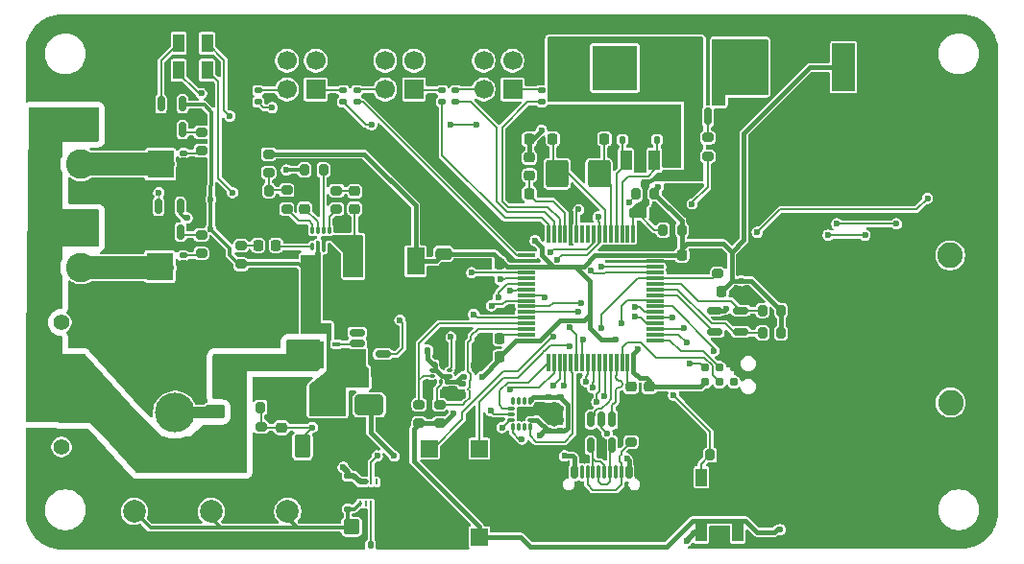
<source format=gbr>
%TF.GenerationSoftware,KiCad,Pcbnew,9.0.6*%
%TF.CreationDate,2026-01-10T10:28:33+02:00*%
%TF.ProjectId,flight_comp,666c6967-6874-45f6-936f-6d702e6b6963,rev?*%
%TF.SameCoordinates,Original*%
%TF.FileFunction,Copper,L1,Top*%
%TF.FilePolarity,Positive*%
%FSLAX46Y46*%
G04 Gerber Fmt 4.6, Leading zero omitted, Abs format (unit mm)*
G04 Created by KiCad (PCBNEW 9.0.6) date 2026-01-10 10:28:33*
%MOMM*%
%LPD*%
G01*
G04 APERTURE LIST*
G04 Aperture macros list*
%AMRoundRect*
0 Rectangle with rounded corners*
0 $1 Rounding radius*
0 $2 $3 $4 $5 $6 $7 $8 $9 X,Y pos of 4 corners*
0 Add a 4 corners polygon primitive as box body*
4,1,4,$2,$3,$4,$5,$6,$7,$8,$9,$2,$3,0*
0 Add four circle primitives for the rounded corners*
1,1,$1+$1,$2,$3*
1,1,$1+$1,$4,$5*
1,1,$1+$1,$6,$7*
1,1,$1+$1,$8,$9*
0 Add four rect primitives between the rounded corners*
20,1,$1+$1,$2,$3,$4,$5,0*
20,1,$1+$1,$4,$5,$6,$7,0*
20,1,$1+$1,$6,$7,$8,$9,0*
20,1,$1+$1,$8,$9,$2,$3,0*%
%AMFreePoly0*
4,1,17,1.395000,0.765000,0.855000,0.765000,0.855000,0.535000,1.395000,0.535000,1.395000,0.115000,0.855000,0.115000,0.855000,-0.115000,1.395000,-0.115000,1.395000,-0.535000,0.855000,-0.535000,0.855000,-0.765000,1.395000,-0.765000,1.395000,-1.185000,-0.855000,-1.185000,-0.855000,1.185000,1.395000,1.185000,1.395000,0.765000,1.395000,0.765000,$1*%
%AMFreePoly1*
4,1,17,1.371000,0.720000,0.950000,0.720000,0.950000,0.580000,1.370000,0.580000,1.370000,0.080000,0.950000,0.080000,0.950000,-0.080000,1.370000,-0.080000,1.370000,-0.580000,0.950000,-0.580000,0.950000,-0.720000,1.370000,-0.720000,1.370000,-1.225000,-0.950000,-1.225000,-0.950000,1.225000,1.371000,1.225000,1.371000,0.720000,1.371000,0.720000,$1*%
G04 Aperture macros list end*
%TA.AperFunction,SMDPad,CuDef*%
%ADD10RoundRect,0.200000X0.275000X-0.200000X0.275000X0.200000X-0.275000X0.200000X-0.275000X-0.200000X0*%
%TD*%
%TA.AperFunction,SMDPad,CuDef*%
%ADD11RoundRect,0.135000X-0.185000X0.135000X-0.185000X-0.135000X0.185000X-0.135000X0.185000X0.135000X0*%
%TD*%
%TA.AperFunction,SMDPad,CuDef*%
%ADD12RoundRect,0.135000X0.185000X-0.135000X0.185000X0.135000X-0.185000X0.135000X-0.185000X-0.135000X0*%
%TD*%
%TA.AperFunction,SMDPad,CuDef*%
%ADD13RoundRect,0.150000X0.150000X-0.587500X0.150000X0.587500X-0.150000X0.587500X-0.150000X-0.587500X0*%
%TD*%
%TA.AperFunction,SMDPad,CuDef*%
%ADD14RoundRect,0.225000X-0.225000X-0.250000X0.225000X-0.250000X0.225000X0.250000X-0.225000X0.250000X0*%
%TD*%
%TA.AperFunction,SMDPad,CuDef*%
%ADD15R,1.500000X1.500000*%
%TD*%
%TA.AperFunction,SMDPad,CuDef*%
%ADD16RoundRect,0.200000X-0.275000X0.200000X-0.275000X-0.200000X0.275000X-0.200000X0.275000X0.200000X0*%
%TD*%
%TA.AperFunction,ComponentPad*%
%ADD17C,1.400000*%
%TD*%
%TA.AperFunction,ComponentPad*%
%ADD18RoundRect,0.770000X0.980000X-0.980000X0.980000X0.980000X-0.980000X0.980000X-0.980000X-0.980000X0*%
%TD*%
%TA.AperFunction,ComponentPad*%
%ADD19C,3.500000*%
%TD*%
%TA.AperFunction,SMDPad,CuDef*%
%ADD20RoundRect,0.225000X-0.250000X0.225000X-0.250000X-0.225000X0.250000X-0.225000X0.250000X0.225000X0*%
%TD*%
%TA.AperFunction,SMDPad,CuDef*%
%ADD21RoundRect,0.140000X0.140000X0.170000X-0.140000X0.170000X-0.140000X-0.170000X0.140000X-0.170000X0*%
%TD*%
%TA.AperFunction,SMDPad,CuDef*%
%ADD22RoundRect,0.105000X0.245000X0.105000X-0.245000X0.105000X-0.245000X-0.105000X0.245000X-0.105000X0*%
%TD*%
%TA.AperFunction,SMDPad,CuDef*%
%ADD23FreePoly0,180.000000*%
%TD*%
%TA.AperFunction,ComponentPad*%
%ADD24C,2.250000*%
%TD*%
%TA.AperFunction,SMDPad,CuDef*%
%ADD25RoundRect,0.218750X-0.256250X0.218750X-0.256250X-0.218750X0.256250X-0.218750X0.256250X0.218750X0*%
%TD*%
%TA.AperFunction,ComponentPad*%
%ADD26RoundRect,0.250000X-1.050000X1.050000X-1.050000X-1.050000X1.050000X-1.050000X1.050000X1.050000X0*%
%TD*%
%TA.AperFunction,ComponentPad*%
%ADD27C,2.600000*%
%TD*%
%TA.AperFunction,ComponentPad*%
%ADD28RoundRect,0.250000X0.750000X0.750000X-0.750000X0.750000X-0.750000X-0.750000X0.750000X-0.750000X0*%
%TD*%
%TA.AperFunction,ComponentPad*%
%ADD29C,2.000000*%
%TD*%
%TA.AperFunction,SMDPad,CuDef*%
%ADD30RoundRect,0.087500X-0.125000X-0.087500X0.125000X-0.087500X0.125000X0.087500X-0.125000X0.087500X0*%
%TD*%
%TA.AperFunction,SMDPad,CuDef*%
%ADD31RoundRect,0.087500X-0.087500X-0.125000X0.087500X-0.125000X0.087500X0.125000X-0.087500X0.125000X0*%
%TD*%
%TA.AperFunction,SMDPad,CuDef*%
%ADD32R,1.000000X1.800000*%
%TD*%
%TA.AperFunction,SMDPad,CuDef*%
%ADD33RoundRect,0.150000X0.150000X-0.512500X0.150000X0.512500X-0.150000X0.512500X-0.150000X-0.512500X0*%
%TD*%
%TA.AperFunction,SMDPad,CuDef*%
%ADD34RoundRect,0.140000X-0.170000X0.140000X-0.170000X-0.140000X0.170000X-0.140000X0.170000X0.140000X0*%
%TD*%
%TA.AperFunction,SMDPad,CuDef*%
%ADD35RoundRect,0.125000X0.190000X0.125000X-0.190000X0.125000X-0.190000X-0.125000X0.190000X-0.125000X0*%
%TD*%
%TA.AperFunction,SMDPad,CuDef*%
%ADD36FreePoly1,180.000000*%
%TD*%
%TA.AperFunction,SMDPad,CuDef*%
%ADD37RoundRect,0.225000X0.225000X0.250000X-0.225000X0.250000X-0.225000X-0.250000X0.225000X-0.250000X0*%
%TD*%
%TA.AperFunction,SMDPad,CuDef*%
%ADD38RoundRect,0.200000X0.200000X0.275000X-0.200000X0.275000X-0.200000X-0.275000X0.200000X-0.275000X0*%
%TD*%
%TA.AperFunction,SMDPad,CuDef*%
%ADD39R,1.000000X1.500000*%
%TD*%
%TA.AperFunction,SMDPad,CuDef*%
%ADD40RoundRect,0.250000X-0.457500X-0.445000X0.457500X-0.445000X0.457500X0.445000X-0.457500X0.445000X0*%
%TD*%
%TA.AperFunction,SMDPad,CuDef*%
%ADD41RoundRect,0.218750X0.218750X0.256250X-0.218750X0.256250X-0.218750X-0.256250X0.218750X-0.256250X0*%
%TD*%
%TA.AperFunction,SMDPad,CuDef*%
%ADD42RoundRect,0.200000X-0.200000X-0.275000X0.200000X-0.275000X0.200000X0.275000X-0.200000X0.275000X0*%
%TD*%
%TA.AperFunction,SMDPad,CuDef*%
%ADD43RoundRect,0.150000X0.512500X0.150000X-0.512500X0.150000X-0.512500X-0.150000X0.512500X-0.150000X0*%
%TD*%
%TA.AperFunction,SMDPad,CuDef*%
%ADD44RoundRect,0.140000X0.170000X-0.140000X0.170000X0.140000X-0.170000X0.140000X-0.170000X-0.140000X0*%
%TD*%
%TA.AperFunction,SMDPad,CuDef*%
%ADD45R,2.000000X4.200000*%
%TD*%
%TA.AperFunction,SMDPad,CuDef*%
%ADD46R,1.780000X5.080000*%
%TD*%
%TA.AperFunction,SMDPad,CuDef*%
%ADD47R,3.960000X3.960000*%
%TD*%
%TA.AperFunction,SMDPad,CuDef*%
%ADD48RoundRect,0.050000X0.100000X-0.285000X0.100000X0.285000X-0.100000X0.285000X-0.100000X-0.285000X0*%
%TD*%
%TA.AperFunction,SMDPad,CuDef*%
%ADD49R,1.000000X1.600000*%
%TD*%
%TA.AperFunction,SMDPad,CuDef*%
%ADD50RoundRect,0.087500X0.087500X-0.225000X0.087500X0.225000X-0.087500X0.225000X-0.087500X-0.225000X0*%
%TD*%
%TA.AperFunction,SMDPad,CuDef*%
%ADD51RoundRect,0.087500X0.225000X-0.087500X0.225000X0.087500X-0.225000X0.087500X-0.225000X-0.087500X0*%
%TD*%
%TA.AperFunction,SMDPad,CuDef*%
%ADD52RoundRect,0.225000X0.250000X-0.225000X0.250000X0.225000X-0.250000X0.225000X-0.250000X-0.225000X0*%
%TD*%
%TA.AperFunction,SMDPad,CuDef*%
%ADD53R,1.500000X2.400000*%
%TD*%
%TA.AperFunction,SMDPad,CuDef*%
%ADD54RoundRect,0.140000X-0.140000X-0.170000X0.140000X-0.170000X0.140000X0.170000X-0.140000X0.170000X0*%
%TD*%
%TA.AperFunction,SMDPad,CuDef*%
%ADD55RoundRect,0.062500X-0.062500X0.187500X-0.062500X-0.187500X0.062500X-0.187500X0.062500X0.187500X0*%
%TD*%
%TA.AperFunction,HeatsinkPad*%
%ADD56C,0.600000*%
%TD*%
%TA.AperFunction,SMDPad,CuDef*%
%ADD57R,1.600000X0.900000*%
%TD*%
%TA.AperFunction,ComponentPad*%
%ADD58R,1.700000X1.700000*%
%TD*%
%TA.AperFunction,ComponentPad*%
%ADD59C,1.700000*%
%TD*%
%TA.AperFunction,SMDPad,CuDef*%
%ADD60RoundRect,0.075000X-0.075000X0.700000X-0.075000X-0.700000X0.075000X-0.700000X0.075000X0.700000X0*%
%TD*%
%TA.AperFunction,SMDPad,CuDef*%
%ADD61RoundRect,0.075000X-0.700000X0.075000X-0.700000X-0.075000X0.700000X-0.075000X0.700000X0.075000X0*%
%TD*%
%TA.AperFunction,ConnectorPad*%
%ADD62C,0.787400*%
%TD*%
%TA.AperFunction,SMDPad,CuDef*%
%ADD63RoundRect,0.150000X-0.150000X0.512500X-0.150000X-0.512500X0.150000X-0.512500X0.150000X0.512500X0*%
%TD*%
%TA.AperFunction,SMDPad,CuDef*%
%ADD64RoundRect,0.135000X-0.135000X-0.185000X0.135000X-0.185000X0.135000X0.185000X-0.135000X0.185000X0*%
%TD*%
%TA.AperFunction,SMDPad,CuDef*%
%ADD65RoundRect,0.250000X-1.000000X-0.650000X1.000000X-0.650000X1.000000X0.650000X-1.000000X0.650000X0*%
%TD*%
%TA.AperFunction,SMDPad,CuDef*%
%ADD66RoundRect,0.250000X-0.450000X-0.800000X0.450000X-0.800000X0.450000X0.800000X-0.450000X0.800000X0*%
%TD*%
%TA.AperFunction,SMDPad,CuDef*%
%ADD67RoundRect,0.250000X-0.250000X-0.475000X0.250000X-0.475000X0.250000X0.475000X-0.250000X0.475000X0*%
%TD*%
%TA.AperFunction,SMDPad,CuDef*%
%ADD68RoundRect,0.150000X-0.150000X-0.425000X0.150000X-0.425000X0.150000X0.425000X-0.150000X0.425000X0*%
%TD*%
%TA.AperFunction,SMDPad,CuDef*%
%ADD69RoundRect,0.075000X-0.075000X-0.500000X0.075000X-0.500000X0.075000X0.500000X-0.075000X0.500000X0*%
%TD*%
%TA.AperFunction,SMDPad,CuDef*%
%ADD70RoundRect,0.250000X-0.840000X-0.750000X0.840000X-0.750000X0.840000X0.750000X-0.840000X0.750000X0*%
%TD*%
%TA.AperFunction,SMDPad,CuDef*%
%ADD71RoundRect,0.250000X0.750000X0.950000X-0.750000X0.950000X-0.750000X-0.950000X0.750000X-0.950000X0*%
%TD*%
%TA.AperFunction,SMDPad,CuDef*%
%ADD72RoundRect,0.250000X0.475000X-0.250000X0.475000X0.250000X-0.475000X0.250000X-0.475000X-0.250000X0*%
%TD*%
%TA.AperFunction,SMDPad,CuDef*%
%ADD73RoundRect,0.250000X-0.625000X0.375000X-0.625000X-0.375000X0.625000X-0.375000X0.625000X0.375000X0*%
%TD*%
%TA.AperFunction,ComponentPad*%
%ADD74RoundRect,0.250000X0.750000X-0.750000X0.750000X0.750000X-0.750000X0.750000X-0.750000X-0.750000X0*%
%TD*%
%TA.AperFunction,ViaPad*%
%ADD75C,0.600000*%
%TD*%
%TA.AperFunction,Conductor*%
%ADD76C,0.200000*%
%TD*%
%TA.AperFunction,Conductor*%
%ADD77C,2.000000*%
%TD*%
%TA.AperFunction,Conductor*%
%ADD78C,0.381000*%
%TD*%
%TA.AperFunction,Conductor*%
%ADD79C,0.100000*%
%TD*%
%TA.AperFunction,Conductor*%
%ADD80C,0.300000*%
%TD*%
%TA.AperFunction,Conductor*%
%ADD81C,0.400000*%
%TD*%
%TA.AperFunction,Conductor*%
%ADD82C,0.500000*%
%TD*%
%TA.AperFunction,Conductor*%
%ADD83C,1.000000*%
%TD*%
G04 APERTURE END LIST*
D10*
%TO.P,R33,1*%
%TO.N,BUZZ*%
X134830000Y-94650000D03*
%TO.P,R33,2*%
%TO.N,Net-(Q5-B)*%
X134830000Y-93000000D03*
%TD*%
D11*
%TO.P,R19,1*%
%TO.N,Net-(J7-Pin_2)*%
X112600000Y-88840000D03*
%TO.P,R19,2*%
%TO.N,TIM5_CH2*%
X112600000Y-89860000D03*
%TD*%
D12*
%TO.P,R22,1*%
%TO.N,TIM5_CH3*%
X111425000Y-89860000D03*
%TO.P,R22,2*%
%TO.N,Net-(J8-Pin_1)*%
X111425000Y-88840000D03*
%TD*%
D13*
%TO.P,Q5,1,B*%
%TO.N,Net-(Q5-B)*%
X134850000Y-91137500D03*
%TO.P,Q5,2,E*%
%TO.N,GND*%
X136750000Y-91137500D03*
%TO.P,Q5,3,C*%
%TO.N,Net-(BZ1--)*%
X135800000Y-89262500D03*
%TD*%
D14*
%TO.P,C11,1*%
%TO.N,+3.3V*%
X136025000Y-106600000D03*
%TO.P,C11,2*%
%TO.N,GND*%
X137575000Y-106600000D03*
%TD*%
D15*
%TO.P,SW1,1,1*%
%TO.N,GND*%
X110275000Y-128250000D03*
%TO.P,SW1,2,2*%
%TO.N,Net-(U1-NRST)*%
X110275000Y-120450000D03*
%TD*%
D16*
%TO.P,R10,1*%
%TO.N,+3.3V*%
X96125000Y-94450000D03*
%TO.P,R10,2*%
%TO.N,Net-(R10-Pad2)*%
X96125000Y-96100000D03*
%TD*%
D11*
%TO.P,R23,1*%
%TO.N,Net-(J8-Pin_2)*%
X103925000Y-88840000D03*
%TO.P,R23,2*%
%TO.N,TIM5_CH4*%
X103925000Y-89860000D03*
%TD*%
D17*
%TO.P,J3,*%
%TO.N,*%
X77875000Y-120300000D03*
X77875000Y-109300000D03*
D18*
%TO.P,J3,1,Pin_1*%
%TO.N,GND*%
X87875000Y-112300000D03*
D19*
%TO.P,J3,2,Pin_2*%
%TO.N,Net-(J3-Pin_2)*%
X87875000Y-117300000D03*
%TD*%
D20*
%TO.P,C6,1*%
%TO.N,Net-(U1-VCAP_2)*%
X128075000Y-115000000D03*
%TO.P,C6,2*%
%TO.N,GND*%
X128075000Y-116550000D03*
%TD*%
D21*
%TO.P,C20,1*%
%TO.N,OSC32_IN*%
X130360000Y-93200000D03*
%TO.P,C20,2*%
%TO.N,GND*%
X129400000Y-93200000D03*
%TD*%
D22*
%TO.P,Q2,1,S*%
%TO.N,VCC*%
X102100000Y-113175000D03*
%TO.P,Q2,2,S*%
X102100000Y-112525000D03*
%TO.P,Q2,3,S*%
X102100000Y-111875000D03*
%TO.P,Q2,4,G*%
%TO.N,Net-(Q2-G)*%
X102100000Y-111225000D03*
D23*
%TO.P,Q2,5,D*%
%TO.N,+BATT*%
X100145000Y-112200000D03*
%TD*%
D24*
%TO.P,J1,1,In*%
%TO.N,Net-(D2-A2)*%
X156200000Y-103390000D03*
%TO.P,J1,2,Ext*%
%TO.N,GND*%
X158740000Y-100850000D03*
X153660000Y-100850000D03*
X158740000Y-105930000D03*
X153660000Y-105930000D03*
%TD*%
D16*
%TO.P,R15,1*%
%TO.N,Net-(U11-OUT)*%
X90192500Y-92525000D03*
%TO.P,R15,2*%
%TO.N,Net-(Q3-G)*%
X90192500Y-94175000D03*
%TD*%
D25*
%TO.P,L2,1,1*%
%TO.N,+3.3V*%
X119125000Y-94762500D03*
%TO.P,L2,2,2*%
%TO.N,+3.3VA*%
X119125000Y-96337500D03*
%TD*%
D26*
%TO.P,J5,1,Pin_1*%
%TO.N,+BATT*%
X79592500Y-91850000D03*
D27*
%TO.P,J5,2,Pin_2*%
%TO.N,Net-(J5-Pin_2)*%
X79592500Y-95350000D03*
%TD*%
D28*
%TO.P,J13,1,Pin_1*%
%TO.N,GND*%
X86825000Y-126000000D03*
D29*
%TO.P,J13,2,Pin_2*%
%TO.N,Net-(C24-+)*%
X84285000Y-126000000D03*
%TD*%
D30*
%TO.P,IC1,1,VDDIO*%
%TO.N,+3.3V*%
X110537500Y-113512500D03*
%TO.P,IC1,2,SCK*%
%TO.N,BMP_SCL*%
X110537500Y-114012500D03*
D31*
%TO.P,IC1,3,VSS_1*%
%TO.N,GND*%
X110800000Y-114525000D03*
%TO.P,IC1,4,SDI*%
%TO.N,BMP_SDA*%
X111300000Y-114525000D03*
%TO.P,IC1,5,SDO*%
%TO.N,+3.3V*%
X111800000Y-114525000D03*
D30*
%TO.P,IC1,6,CSB*%
X112062500Y-114012500D03*
%TO.P,IC1,7,INT*%
%TO.N,BMP_INT*%
X112062500Y-113512500D03*
D31*
%TO.P,IC1,8,VSS_2*%
%TO.N,GND*%
X111800000Y-113000000D03*
%TO.P,IC1,9,VSS_3*%
X111300000Y-113000000D03*
%TO.P,IC1,10,VDD*%
%TO.N,+3.3V*%
X110800000Y-113000000D03*
%TD*%
D32*
%TO.P,Y2,1,1*%
%TO.N,OSC32_IN*%
X130125000Y-95000000D03*
%TO.P,Y2,2,2*%
%TO.N,OSC32_OUT*%
X127625000Y-95000000D03*
%TD*%
D10*
%TO.P,R12,1*%
%TO.N,Net-(U6-FB)*%
X97725000Y-99300000D03*
%TO.P,R12,2*%
%TO.N,Net-(R10-Pad2)*%
X97725000Y-97650000D03*
%TD*%
D33*
%TO.P,U8,1,I/O1*%
%TO.N,Net-(J4-D--PadA7)*%
X124525000Y-120162500D03*
%TO.P,U8,2,GND*%
%TO.N,GND*%
X125475000Y-120162500D03*
%TO.P,U8,3,I/O2*%
%TO.N,Net-(J4-D+-PadA6)*%
X126425000Y-120162500D03*
%TO.P,U8,4,I/O2*%
%TO.N,USB_DP*%
X126425000Y-117887500D03*
%TO.P,U8,5,VBUS*%
%TO.N,VBUS*%
X125475000Y-117887500D03*
%TO.P,U8,6,I/O1*%
%TO.N,USB_DN*%
X124525000Y-117887500D03*
%TD*%
D11*
%TO.P,R20,1*%
%TO.N,Net-(J9-Pin_2)*%
X95200000Y-88840000D03*
%TO.P,R20,2*%
%TO.N,TIM4_CH4*%
X95200000Y-89860000D03*
%TD*%
D34*
%TO.P,C21,1*%
%TO.N,+5V*%
X103110000Y-122870000D03*
%TO.P,C21,2*%
%TO.N,GND*%
X103110000Y-123830000D03*
%TD*%
D24*
%TO.P,J12,1,In*%
%TO.N,Net-(D5-A2)*%
X156240000Y-116390000D03*
%TO.P,J12,2,Ext*%
%TO.N,GND*%
X158780000Y-113850000D03*
X153700000Y-113850000D03*
X158780000Y-118930000D03*
X153700000Y-118930000D03*
%TD*%
D35*
%TO.P,Q3,1,S*%
%TO.N,GND*%
X88632500Y-96320000D03*
%TO.P,Q3,2,S*%
X88632500Y-95680000D03*
%TO.P,Q3,3,S*%
X88632500Y-95020000D03*
%TO.P,Q3,4,G*%
%TO.N,Net-(Q3-G)*%
X88632500Y-94380000D03*
D36*
%TO.P,Q3,5,D*%
%TO.N,Net-(J5-Pin_2)*%
X86807500Y-95350000D03*
%TD*%
D37*
%TO.P,C31,1*%
%TO.N,+3.3V*%
X116500000Y-112350000D03*
%TO.P,C31,2*%
%TO.N,GND*%
X114950000Y-112350000D03*
%TD*%
D12*
%TO.P,R18,1*%
%TO.N,TIM5_CH1*%
X120200000Y-89860000D03*
%TO.P,R18,2*%
%TO.N,Net-(J7-Pin_1)*%
X120200000Y-88840000D03*
%TD*%
D38*
%TO.P,R29,1*%
%TO.N,+3.3V*%
X141300000Y-110250000D03*
%TO.P,R29,2*%
%TO.N,EEP_SCL*%
X139650000Y-110250000D03*
%TD*%
D14*
%TO.P,C27,1*%
%TO.N,+3.3VB*%
X128550000Y-99550000D03*
%TO.P,C27,2*%
%TO.N,GND*%
X130100000Y-99550000D03*
%TD*%
%TO.P,C26,1*%
%TO.N,VCC*%
X104225000Y-113800000D03*
%TO.P,C26,2*%
%TO.N,GND*%
X105775000Y-113800000D03*
%TD*%
D34*
%TO.P,C37,1*%
%TO.N,+3.3V*%
X121800000Y-115920000D03*
%TO.P,C37,2*%
%TO.N,GND*%
X121800000Y-116880000D03*
%TD*%
D14*
%TO.P,C33,1*%
%TO.N,+3.3V*%
X132550000Y-103350000D03*
%TO.P,C33,2*%
%TO.N,GND*%
X134100000Y-103350000D03*
%TD*%
D37*
%TO.P,C29,1*%
%TO.N,+3.3VA*%
X119100000Y-97950000D03*
%TO.P,C29,2*%
%TO.N,GND*%
X117550000Y-97950000D03*
%TD*%
D39*
%TO.P,D4,1,VSS*%
%TO.N,GND*%
X137475000Y-122975000D03*
%TO.P,D4,2,DIN*%
%TO.N,LED*%
X134275000Y-122975000D03*
%TO.P,D4,3,VDD*%
%TO.N,+5V*%
X134275000Y-127875000D03*
%TO.P,D4,4,DOUT*%
%TO.N,unconnected-(D4-DOUT-Pad4)*%
X137475000Y-127875000D03*
%TD*%
D37*
%TO.P,C28,1*%
%TO.N,+3.3V*%
X119100000Y-93150000D03*
%TO.P,C28,2*%
%TO.N,GND*%
X117550000Y-93150000D03*
%TD*%
D10*
%TO.P,R14,1*%
%TO.N,Net-(J4-CC1)*%
X128075000Y-119850000D03*
%TO.P,R14,2*%
%TO.N,GND*%
X128075000Y-118200000D03*
%TD*%
D34*
%TO.P,C34,1*%
%TO.N,GND*%
X120800000Y-117920000D03*
%TO.P,C34,2*%
%TO.N,+3.3V*%
X120800000Y-118880000D03*
%TD*%
D40*
%TO.P,C24,1,+*%
%TO.N,Net-(C24-+)*%
X103450000Y-127350000D03*
%TO.P,C24,2,-*%
%TO.N,GND*%
X106155000Y-127350000D03*
%TD*%
D41*
%TO.P,D1,1,K*%
%TO.N,Net-(D1-K)*%
X96775000Y-102500000D03*
%TO.P,D1,2,A*%
%TO.N,Net-(D1-A)*%
X95200000Y-102500000D03*
%TD*%
D42*
%TO.P,R30,1*%
%TO.N,+BATT*%
X93775000Y-116800000D03*
%TO.P,R30,2*%
%TO.N,BAT_VSENCE*%
X95425000Y-116800000D03*
%TD*%
D43*
%TO.P,U5,1,SCL*%
%TO.N,EEP_SCL*%
X137737500Y-110150000D03*
%TO.P,U5,2,GND*%
%TO.N,GND*%
X137737500Y-109200000D03*
%TO.P,U5,3,SDA*%
%TO.N,EEP_SDA*%
X137737500Y-108250000D03*
%TO.P,U5,4,VCC*%
%TO.N,+3.3V*%
X135462500Y-108250000D03*
%TO.P,U5,5,WP*%
%TO.N,EEP_WP*%
X135462500Y-110150000D03*
%TD*%
D44*
%TO.P,C22,1*%
%TO.N,Net-(C24-+)*%
X103110000Y-125780000D03*
%TO.P,C22,2*%
%TO.N,GND*%
X103110000Y-124820000D03*
%TD*%
D45*
%TO.P,BZ1,1,+*%
%TO.N,+3.3V*%
X146800000Y-86800000D03*
%TO.P,BZ1,2,-*%
%TO.N,Net-(BZ1--)*%
X138800000Y-86800000D03*
%TD*%
D10*
%TO.P,R24,1*%
%TO.N,+3.3V*%
X111200000Y-118225000D03*
%TO.P,R24,2*%
%TO.N,BMP_SDA*%
X111200000Y-116575000D03*
%TD*%
%TO.P,R8,1*%
%TO.N,VCC*%
X93700000Y-104175000D03*
%TO.P,R8,2*%
%TO.N,Net-(D1-A)*%
X93700000Y-102525000D03*
%TD*%
D46*
%TO.P,BT1,1,+*%
%TO.N,+3.3VB*%
X121950000Y-86850000D03*
X131350000Y-86850000D03*
D47*
%TO.P,BT1,2,-*%
%TO.N,GND*%
X126650000Y-86850000D03*
%TD*%
D48*
%TO.P,U6,1,PG*%
%TO.N,Net-(D1-K)*%
X99975000Y-102640000D03*
%TO.P,U6,2,VIN*%
%TO.N,VCC*%
X100475000Y-102640000D03*
%TO.P,U6,3,SW*%
%TO.N,Net-(U6-SW)*%
X100975000Y-102640000D03*
%TO.P,U6,4,GND*%
%TO.N,GND*%
X101475000Y-102640000D03*
%TO.P,U6,5,BST*%
%TO.N,Net-(U6-BST)*%
X101475000Y-101160000D03*
%TO.P,U6,6,EN*%
%TO.N,Net-(U6-EN)*%
X100975000Y-101160000D03*
%TO.P,U6,7,SS*%
%TO.N,Net-(U6-SS)*%
X100475000Y-101160000D03*
%TO.P,U6,8,FB*%
%TO.N,Net-(U6-FB)*%
X99975000Y-101160000D03*
%TD*%
D10*
%TO.P,R13,1*%
%TO.N,Net-(U6-BST)*%
X102125000Y-99325000D03*
%TO.P,R13,2*%
%TO.N,Net-(C13-Pad1)*%
X102125000Y-97675000D03*
%TD*%
D43*
%TO.P,U10,1,VIN*%
%TO.N,+BATT*%
X106200000Y-112100000D03*
%TO.P,U10,2,GND*%
%TO.N,GND*%
X106200000Y-111150000D03*
%TO.P,U10,3,CTL*%
X106200000Y-110200000D03*
%TO.P,U10,4,STAT*%
%TO.N,unconnected-(U10-STAT-Pad4)*%
X103925000Y-110200000D03*
%TO.P,U10,5,GATE*%
%TO.N,Net-(Q2-G)*%
X103925000Y-111150000D03*
%TO.P,U10,6,SENSE*%
%TO.N,VCC*%
X103925000Y-112100000D03*
%TD*%
D20*
%TO.P,C14,1*%
%TO.N,BAT_VSENCE*%
X97275000Y-118600000D03*
%TO.P,C14,2*%
%TO.N,GND*%
X97275000Y-120150000D03*
%TD*%
D49*
%TO.P,SW3,1,A*%
%TO.N,GND*%
X85700000Y-84650000D03*
%TO.P,SW3,2,B*%
%TO.N,Net-(SW3A-B)*%
X88200000Y-84650000D03*
%TO.P,SW3,3,C*%
%TO.N,PYRO_1*%
X90700000Y-84650000D03*
%TO.P,SW3,4,A*%
%TO.N,GND*%
X85700000Y-87050000D03*
%TO.P,SW3,5,B*%
%TO.N,Net-(SW3B-B)*%
X88200000Y-87050000D03*
%TO.P,SW3,6,C*%
%TO.N,PYRO_2*%
X90700000Y-87050000D03*
%TD*%
D50*
%TO.P,U13,1,SDO/SA0*%
%TO.N,IMU_MISO*%
X117650000Y-118562500D03*
%TO.P,U13,2,SDIX*%
%TO.N,unconnected-(U13-SDIX-Pad2)*%
X118150000Y-118562500D03*
%TO.P,U13,3,SCX*%
%TO.N,unconnected-(U13-SCX-Pad3)*%
X118650000Y-118562500D03*
%TO.P,U13,4,INT1*%
%TO.N,IMU_INT1*%
X119150000Y-118562500D03*
D51*
%TO.P,U13,5,VDDIO*%
%TO.N,+3.3V*%
X119312500Y-117900000D03*
%TO.P,U13,6,GND@6*%
%TO.N,GND*%
X119312500Y-117400000D03*
%TO.P,U13,7,GND@7*%
X119312500Y-116900000D03*
D50*
%TO.P,U13,8,VDD*%
%TO.N,+3.3V*%
X119150000Y-116237500D03*
%TO.P,U13,9,INT2*%
%TO.N,unconnected-(U13-INT2-Pad9)*%
X118650000Y-116237500D03*
%TO.P,U13,10,OCSX*%
%TO.N,unconnected-(U13-OCSX-Pad10)*%
X118150000Y-116237500D03*
%TO.P,U13,11,SDOX*%
%TO.N,unconnected-(U13-SDOX-Pad11)*%
X117650000Y-116237500D03*
D51*
%TO.P,U13,12,~{CS}*%
%TO.N,IMU_CS*%
X117487500Y-116900000D03*
%TO.P,U13,13,SCL*%
%TO.N,IMU_SCK*%
X117487500Y-117400000D03*
%TO.P,U13,14,SDA*%
%TO.N,IMU_MOSI*%
X117487500Y-117900000D03*
%TD*%
D28*
%TO.P,J11,1,Pin_1*%
%TO.N,GND*%
X93600000Y-126000000D03*
D29*
%TO.P,J11,2,Pin_2*%
%TO.N,Net-(C24-+)*%
X91060000Y-126000000D03*
%TD*%
D16*
%TO.P,R16,1*%
%TO.N,Net-(U12-OUT)*%
X90192500Y-101575000D03*
%TO.P,R16,2*%
%TO.N,Net-(Q4-G)*%
X90192500Y-103225000D03*
%TD*%
D52*
%TO.P,C12,1*%
%TO.N,Net-(U6-SS)*%
X99325000Y-99275000D03*
%TO.P,C12,2*%
%TO.N,GND*%
X99325000Y-97725000D03*
%TD*%
D53*
%TO.P,L1,1,1*%
%TO.N,Net-(U6-SW)*%
X103575000Y-103900000D03*
%TO.P,L1,2,2*%
%TO.N,+3.3V*%
X109075000Y-103900000D03*
%TD*%
D54*
%TO.P,C23,1*%
%TO.N,OSC32_OUT*%
X127320000Y-93200000D03*
%TO.P,C23,2*%
%TO.N,GND*%
X128280000Y-93200000D03*
%TD*%
D16*
%TO.P,R6,1*%
%TO.N,GND*%
X135725000Y-103325000D03*
%TO.P,R6,2*%
%TO.N,Net-(U1-BOOT0)*%
X135725000Y-104975000D03*
%TD*%
D26*
%TO.P,J6,1,Pin_1*%
%TO.N,+BATT*%
X79592500Y-100950000D03*
D27*
%TO.P,J6,2,Pin_2*%
%TO.N,Net-(J6-Pin_2)*%
X79592500Y-104450000D03*
%TD*%
D16*
%TO.P,R31,1*%
%TO.N,BAT_VSENCE*%
X95475000Y-118550000D03*
%TO.P,R31,2*%
%TO.N,GND*%
X95475000Y-120200000D03*
%TD*%
D55*
%TO.P,IC4,1,DVDT*%
%TO.N,unconnected-(IC4-DVDT-Pad1)*%
X105670000Y-123390000D03*
%TO.P,IC4,2,EN/UVLO*%
%TO.N,CAMERA_SWITCH*%
X105170000Y-123390000D03*
%TO.P,IC4,3,IN_1*%
%TO.N,+5V*%
X104670000Y-123390000D03*
%TO.P,IC4,4,IN_2*%
X104170000Y-123390000D03*
%TO.P,IC4,5,OUT*%
%TO.N,Net-(C24-+)*%
X104170000Y-125290000D03*
%TO.P,IC4,6,~{FLT}*%
%TO.N,unconnected-(IC4-~{FLT}-Pad6)*%
X104670000Y-125290000D03*
%TO.P,IC4,7,ILM*%
%TO.N,Net-(IC4-ILM)*%
X105170000Y-125290000D03*
%TO.P,IC4,8,GND_1*%
%TO.N,GND*%
X105670000Y-125290000D03*
D56*
%TO.P,IC4,9,GND_2*%
X105420000Y-124340000D03*
D57*
X104920000Y-124340000D03*
D56*
X104420000Y-124340000D03*
%TD*%
D58*
%TO.P,J9,1,Pin_1*%
%TO.N,Net-(J9-Pin_1)*%
X100275000Y-88740000D03*
D59*
%TO.P,J9,2,Pin_2*%
%TO.N,Net-(J9-Pin_2)*%
X97735000Y-88740000D03*
%TO.P,J9,3,Pin_3*%
%TO.N,+5V*%
X100275000Y-86200000D03*
%TO.P,J9,4,Pin_4*%
X97735000Y-86200000D03*
%TO.P,J9,5,Pin_5*%
%TO.N,GND*%
X100275000Y-83660000D03*
%TO.P,J9,6,Pin_6*%
X97735000Y-83660000D03*
%TD*%
D60*
%TO.P,U1,1,VBAT*%
%TO.N,+3.3VB*%
X128275000Y-101475000D03*
%TO.P,U1,2,PC13*%
%TO.N,unconnected-(U1-PC13-Pad2)*%
X127775000Y-101475000D03*
%TO.P,U1,3,PC14*%
%TO.N,OSC32_IN*%
X127275000Y-101475000D03*
%TO.P,U1,4,PC15*%
%TO.N,OSC32_OUT*%
X126775000Y-101475000D03*
%TO.P,U1,5,PH0*%
%TO.N,OSC_IN*%
X126275000Y-101475000D03*
%TO.P,U1,6,PH1*%
%TO.N,OSC_OUT*%
X125775000Y-101475000D03*
%TO.P,U1,7,NRST*%
%TO.N,Net-(U1-NRST)*%
X125275000Y-101475000D03*
%TO.P,U1,8,PC0*%
%TO.N,CAMERA_SWITCH*%
X124775000Y-101475000D03*
%TO.P,U1,9,PC1*%
%TO.N,unconnected-(U1-PC1-Pad9)*%
X124275000Y-101475000D03*
%TO.P,U1,10,PC2*%
%TO.N,unconnected-(U1-PC2-Pad10)*%
X123775000Y-101475000D03*
%TO.P,U1,11,PC3*%
%TO.N,BUZZ*%
X123275000Y-101475000D03*
%TO.P,U1,12,VSSA*%
%TO.N,GND*%
X122775000Y-101475000D03*
%TO.P,U1,13,VDDA*%
%TO.N,+3.3VA*%
X122275000Y-101475000D03*
%TO.P,U1,14,PA0*%
%TO.N,TIM5_CH1*%
X121775000Y-101475000D03*
%TO.P,U1,15,PA1*%
%TO.N,TIM5_CH2*%
X121275000Y-101475000D03*
%TO.P,U1,16,PA2*%
%TO.N,TIM5_CH3*%
X120775000Y-101475000D03*
D61*
%TO.P,U1,17,PA3*%
%TO.N,TIM5_CH4*%
X118850000Y-103400000D03*
%TO.P,U1,18,VSS*%
%TO.N,GND*%
X118850000Y-103900000D03*
%TO.P,U1,19,VDD*%
%TO.N,+3.3V*%
X118850000Y-104400000D03*
%TO.P,U1,20,PA4*%
%TO.N,BAT_VSENCE*%
X118850000Y-104900000D03*
%TO.P,U1,21,PA5*%
%TO.N,FLASH_SCK*%
X118850000Y-105400000D03*
%TO.P,U1,22,PA6*%
%TO.N,FLASH_MISO*%
X118850000Y-105900000D03*
%TO.P,U1,23,PA7*%
%TO.N,FLASH_MOSI*%
X118850000Y-106400000D03*
%TO.P,U1,24,PC4*%
%TO.N,FLASH_CS*%
X118850000Y-106900000D03*
%TO.P,U1,25,PC5*%
%TO.N,FLASH_WP*%
X118850000Y-107400000D03*
%TO.P,U1,26,PB0*%
%TO.N,LORA_DIO1*%
X118850000Y-107900000D03*
%TO.P,U1,27,PB1*%
%TO.N,LORA_IO0*%
X118850000Y-108400000D03*
%TO.P,U1,28,PB2*%
%TO.N,BMP_INT*%
X118850000Y-108900000D03*
%TO.P,U1,29,PB10*%
%TO.N,BMP_SCL*%
X118850000Y-109400000D03*
%TO.P,U1,30,PB11*%
%TO.N,BMP_SDA*%
X118850000Y-109900000D03*
%TO.P,U1,31,VCAP_1*%
%TO.N,Net-(U1-VCAP_1)*%
X118850000Y-110400000D03*
%TO.P,U1,32,VDD*%
%TO.N,+3.3V*%
X118850000Y-110900000D03*
D60*
%TO.P,U1,33,PB12*%
%TO.N,IMU_CS*%
X120775000Y-112825000D03*
%TO.P,U1,34,PB13*%
%TO.N,IMU_SCK*%
X121275000Y-112825000D03*
%TO.P,U1,35,PB14*%
%TO.N,IMU_MISO*%
X121775000Y-112825000D03*
%TO.P,U1,36,PB15*%
%TO.N,IMU_MOSI*%
X122275000Y-112825000D03*
%TO.P,U1,37,PC6*%
%TO.N,IMU_INT1*%
X122775000Y-112825000D03*
%TO.P,U1,38,PC7*%
%TO.N,PYRO_1*%
X123275000Y-112825000D03*
%TO.P,U1,39,PC8*%
%TO.N,PYRO_2*%
X123775000Y-112825000D03*
%TO.P,U1,40,PC9*%
%TO.N,GPS_SDA*%
X124275000Y-112825000D03*
%TO.P,U1,41,PA8*%
%TO.N,GPS_SCL*%
X124775000Y-112825000D03*
%TO.P,U1,42,PA9*%
%TO.N,GPS_TX*%
X125275000Y-112825000D03*
%TO.P,U1,43,PA10*%
%TO.N,GPS_RX*%
X125775000Y-112825000D03*
%TO.P,U1,44,PA11*%
%TO.N,USB_DN*%
X126275000Y-112825000D03*
%TO.P,U1,45,PA12*%
%TO.N,USB_DP*%
X126775000Y-112825000D03*
%TO.P,U1,46,PA13*%
%TO.N,SYS_SWDIO*%
X127275000Y-112825000D03*
%TO.P,U1,47,VCAP_2*%
%TO.N,Net-(U1-VCAP_2)*%
X127775000Y-112825000D03*
%TO.P,U1,48,VDD*%
%TO.N,+3.3V*%
X128275000Y-112825000D03*
D61*
%TO.P,U1,49,PA14*%
%TO.N,SYS_SWCLK*%
X130200000Y-110900000D03*
%TO.P,U1,50,PA15*%
%TO.N,LORA_CS*%
X130200000Y-110400000D03*
%TO.P,U1,51,PC10*%
%TO.N,LORA_SCK*%
X130200000Y-109900000D03*
%TO.P,U1,52,PC11*%
%TO.N,LORA_MISO*%
X130200000Y-109400000D03*
%TO.P,U1,53,PC12*%
%TO.N,LORA_MOSI*%
X130200000Y-108900000D03*
%TO.P,U1,54,PD2*%
%TO.N,LORA_NRST*%
X130200000Y-108400000D03*
%TO.P,U1,55,PB3*%
%TO.N,SYS_SWO*%
X130200000Y-107900000D03*
%TO.P,U1,56,PB4*%
%TO.N,LED*%
X130200000Y-107400000D03*
%TO.P,U1,57,PB5*%
%TO.N,EEP_WP*%
X130200000Y-106900000D03*
%TO.P,U1,58,PB6*%
%TO.N,EEP_SCL*%
X130200000Y-106400000D03*
%TO.P,U1,59,PB7*%
%TO.N,EEP_SDA*%
X130200000Y-105900000D03*
%TO.P,U1,60,BOOT0*%
%TO.N,Net-(U1-BOOT0)*%
X130200000Y-105400000D03*
%TO.P,U1,61,PB8*%
%TO.N,TIM4_CH3*%
X130200000Y-104900000D03*
%TO.P,U1,62,PB9*%
%TO.N,TIM4_CH4*%
X130200000Y-104400000D03*
%TO.P,U1,63,VSS*%
%TO.N,GND*%
X130200000Y-103900000D03*
%TO.P,U1,64,VDD*%
%TO.N,+3.3V*%
X130200000Y-103400000D03*
%TD*%
D38*
%TO.P,R11,1*%
%TO.N,Net-(R10-Pad2)*%
X96150000Y-97675000D03*
%TO.P,R11,2*%
%TO.N,GND*%
X94500000Y-97675000D03*
%TD*%
D14*
%TO.P,C8,1*%
%TO.N,OSC_OUT*%
X121175000Y-93100000D03*
%TO.P,C8,2*%
%TO.N,GND*%
X122725000Y-93100000D03*
%TD*%
D62*
%TO.P,J2,1*%
%TO.N,+3.3V*%
X134605000Y-114575000D03*
%TO.P,J2,2*%
%TO.N,SYS_SWO*%
X134605000Y-113305000D03*
%TO.P,J2,3*%
%TO.N,SYS_SWDIO*%
X135875000Y-114575000D03*
%TO.P,J2,4*%
%TO.N,SYS_SWCLK*%
X135875000Y-113305000D03*
%TO.P,J2,5*%
%TO.N,unconnected-(J2-Pad5)*%
X137145000Y-114575000D03*
%TO.P,J2,6*%
%TO.N,GND*%
X137145000Y-113305000D03*
%TD*%
D34*
%TO.P,C35,1*%
%TO.N,GND*%
X121800000Y-117920000D03*
%TO.P,C35,2*%
%TO.N,+3.3V*%
X121800000Y-118880000D03*
%TD*%
D63*
%TO.P,U12,1,V_{DD}*%
%TO.N,VCC*%
X88342500Y-99062500D03*
%TO.P,U12,2,GND*%
%TO.N,GND*%
X87392500Y-99062500D03*
%TO.P,U12,3,IN+*%
%TO.N,Net-(SW3B-B)*%
X86442500Y-99062500D03*
%TO.P,U12,4,IN-*%
%TO.N,GND*%
X86442500Y-101337500D03*
%TO.P,U12,5,OUT*%
%TO.N,Net-(U12-OUT)*%
X88342500Y-101337500D03*
%TD*%
D20*
%TO.P,C13,1*%
%TO.N,Net-(C13-Pad1)*%
X103725000Y-97725000D03*
%TO.P,C13,2*%
%TO.N,Net-(U6-SW)*%
X103725000Y-99275000D03*
%TD*%
D10*
%TO.P,R25,1*%
%TO.N,+3.3V*%
X109400000Y-118225000D03*
%TO.P,R25,2*%
%TO.N,BMP_SCL*%
X109400000Y-116575000D03*
%TD*%
D58*
%TO.P,J8,1,Pin_1*%
%TO.N,Net-(J8-Pin_1)*%
X108950000Y-88740000D03*
D59*
%TO.P,J8,2,Pin_2*%
%TO.N,Net-(J8-Pin_2)*%
X106410000Y-88740000D03*
%TO.P,J8,3,Pin_3*%
%TO.N,+5V*%
X108950000Y-86200000D03*
%TO.P,J8,4,Pin_4*%
X106410000Y-86200000D03*
%TO.P,J8,5,Pin_5*%
%TO.N,GND*%
X108950000Y-83660000D03*
%TO.P,J8,6,Pin_6*%
X106410000Y-83660000D03*
%TD*%
D63*
%TO.P,U11,1,V_{DD}*%
%TO.N,VCC*%
X88542500Y-90012500D03*
%TO.P,U11,2,GND*%
%TO.N,GND*%
X87592500Y-90012500D03*
%TO.P,U11,3,IN+*%
%TO.N,Net-(SW3A-B)*%
X86642500Y-90012500D03*
%TO.P,U11,4,IN-*%
%TO.N,GND*%
X86642500Y-92287500D03*
%TO.P,U11,5,OUT*%
%TO.N,Net-(U11-OUT)*%
X88542500Y-92287500D03*
%TD*%
D64*
%TO.P,R34,1*%
%TO.N,Net-(IC4-ILM)*%
X105120000Y-128950000D03*
%TO.P,R34,2*%
%TO.N,GND*%
X106140000Y-128950000D03*
%TD*%
D65*
%TO.P,D3,1,K*%
%TO.N,VCC*%
X101000000Y-116600000D03*
%TO.P,D3,2,A*%
%TO.N,VBUS*%
X105000000Y-116600000D03*
%TD*%
D28*
%TO.P,J10,1,Pin_1*%
%TO.N,GND*%
X100340000Y-126000000D03*
D29*
%TO.P,J10,2,Pin_2*%
%TO.N,Net-(C24-+)*%
X97800000Y-126000000D03*
%TD*%
D66*
%TO.P,D6,1,K*%
%TO.N,BAT_VSENCE*%
X99110000Y-120260000D03*
%TO.P,D6,2,A*%
%TO.N,GND*%
X103510000Y-120260000D03*
%TD*%
D42*
%TO.P,R32,1*%
%TO.N,+3.3VB*%
X130900000Y-101150000D03*
%TO.P,R32,2*%
%TO.N,+3.3V*%
X132550000Y-101150000D03*
%TD*%
D58*
%TO.P,J7,1,Pin_1*%
%TO.N,Net-(J7-Pin_1)*%
X117625000Y-88740000D03*
D59*
%TO.P,J7,2,Pin_2*%
%TO.N,Net-(J7-Pin_2)*%
X115085000Y-88740000D03*
%TO.P,J7,3,Pin_3*%
%TO.N,+5V*%
X117625000Y-86200000D03*
%TO.P,J7,4,Pin_4*%
X115085000Y-86200000D03*
%TO.P,J7,5,Pin_5*%
%TO.N,GND*%
X117625000Y-83660000D03*
%TO.P,J7,6,Pin_6*%
X115085000Y-83660000D03*
%TD*%
D37*
%TO.P,C32,1*%
%TO.N,+3.3V*%
X116475000Y-104100000D03*
%TO.P,C32,2*%
%TO.N,GND*%
X114925000Y-104100000D03*
%TD*%
%TO.P,C7,1*%
%TO.N,Net-(U1-VCAP_1)*%
X116500000Y-110750000D03*
%TO.P,C7,2*%
%TO.N,GND*%
X114950000Y-110750000D03*
%TD*%
D38*
%TO.P,R28,1*%
%TO.N,+3.3V*%
X141300000Y-108250000D03*
%TO.P,R28,2*%
%TO.N,EEP_SDA*%
X139650000Y-108250000D03*
%TD*%
D67*
%TO.P,C16,1*%
%TO.N,VCC*%
X99775000Y-107500000D03*
%TO.P,C16,2*%
%TO.N,GND*%
X101675000Y-107500000D03*
%TD*%
D35*
%TO.P,Q4,1,S*%
%TO.N,GND*%
X88592500Y-105340000D03*
%TO.P,Q4,2,S*%
X88592500Y-104700000D03*
%TO.P,Q4,3,S*%
X88592500Y-104040000D03*
%TO.P,Q4,4,G*%
%TO.N,Net-(Q4-G)*%
X88592500Y-103400000D03*
D36*
%TO.P,Q4,5,D*%
%TO.N,Net-(J6-Pin_2)*%
X86767500Y-104370000D03*
%TD*%
D44*
%TO.P,C2,1*%
%TO.N,GND*%
X113200000Y-115680000D03*
%TO.P,C2,2*%
%TO.N,+3.3V*%
X113200000Y-114720000D03*
%TD*%
D42*
%TO.P,R9,1*%
%TO.N,VCC*%
X99300000Y-95850000D03*
%TO.P,R9,2*%
%TO.N,Net-(U6-EN)*%
X100950000Y-95850000D03*
%TD*%
D44*
%TO.P,C36,1*%
%TO.N,GND*%
X120800000Y-116880000D03*
%TO.P,C36,2*%
%TO.N,+3.3V*%
X120800000Y-115920000D03*
%TD*%
D68*
%TO.P,J4,A1,GND*%
%TO.N,GND*%
X122275000Y-122545000D03*
%TO.P,J4,A4,VBUS*%
%TO.N,VBUS*%
X123075000Y-122545000D03*
D69*
%TO.P,J4,A5,CC1*%
%TO.N,Net-(J4-CC1)*%
X124225000Y-122545000D03*
%TO.P,J4,A6,D+*%
%TO.N,Net-(J4-D+-PadA6)*%
X125225000Y-122545000D03*
%TO.P,J4,A7,D-*%
%TO.N,Net-(J4-D--PadA7)*%
X125725000Y-122545000D03*
%TO.P,J4,A8,SBU1*%
%TO.N,unconnected-(J4-SBU1-PadA8)*%
X126725000Y-122545000D03*
D68*
%TO.P,J4,A9,VBUS*%
%TO.N,VBUS*%
X127875000Y-122545000D03*
%TO.P,J4,A12,GND*%
%TO.N,GND*%
X128675000Y-122545000D03*
%TO.P,J4,B1,GND*%
X128675000Y-122545000D03*
%TO.P,J4,B4,VBUS*%
%TO.N,VBUS*%
X127875000Y-122545000D03*
D69*
%TO.P,J4,B5,CC2*%
%TO.N,Net-(J4-CC1)*%
X127225000Y-122545000D03*
%TO.P,J4,B6,D+*%
%TO.N,Net-(J4-D+-PadA6)*%
X126225000Y-122545000D03*
%TO.P,J4,B7,D-*%
%TO.N,Net-(J4-D--PadA7)*%
X124725000Y-122545000D03*
%TO.P,J4,B8,SBU2*%
%TO.N,unconnected-(J4-SBU2-PadB8)*%
X123725000Y-122545000D03*
D68*
%TO.P,J4,B9,VBUS*%
%TO.N,VBUS*%
X123075000Y-122545000D03*
%TO.P,J4,B12,GND*%
%TO.N,GND*%
X122275000Y-122545000D03*
D70*
%TO.P,J4,S1,SHIELD*%
X120365000Y-123120000D03*
X120365000Y-127050000D03*
X130585000Y-123120000D03*
X130585000Y-127050000D03*
%TD*%
D42*
%TO.P,R5,1*%
%TO.N,Net-(U1-NRST)*%
X128500000Y-97950000D03*
%TO.P,R5,2*%
%TO.N,+3.3V*%
X130150000Y-97950000D03*
%TD*%
D71*
%TO.P,Y1,1,1*%
%TO.N,OSC_IN*%
X125250000Y-96200000D03*
%TO.P,Y1,2,2*%
%TO.N,OSC_OUT*%
X121550000Y-96200000D03*
%TD*%
D20*
%TO.P,C30,1*%
%TO.N,+3.3V*%
X129675000Y-115000000D03*
%TO.P,C30,2*%
%TO.N,GND*%
X129675000Y-116550000D03*
%TD*%
D14*
%TO.P,C17,1*%
%TO.N,VCC*%
X99950000Y-105300000D03*
%TO.P,C17,2*%
%TO.N,GND*%
X101500000Y-105300000D03*
%TD*%
D21*
%TO.P,C1,1*%
%TO.N,GND*%
X111080000Y-111800000D03*
%TO.P,C1,2*%
%TO.N,+3.3V*%
X110120000Y-111800000D03*
%TD*%
D72*
%TO.P,C15,1*%
%TO.N,+3.3V*%
X111525000Y-103250000D03*
%TO.P,C15,2*%
%TO.N,GND*%
X111525000Y-101350000D03*
%TD*%
D73*
%TO.P,F1,1*%
%TO.N,Net-(J3-Pin_2)*%
X91400000Y-117200000D03*
%TO.P,F1,2*%
%TO.N,+BATT*%
X91400000Y-120000000D03*
%TD*%
D37*
%TO.P,C9,1*%
%TO.N,OSC_IN*%
X125725000Y-93100000D03*
%TO.P,C9,2*%
%TO.N,GND*%
X124175000Y-93100000D03*
%TD*%
D42*
%TO.P,R21,1*%
%TO.N,LED*%
X135050000Y-121025000D03*
%TO.P,R21,2*%
%TO.N,GND*%
X136700000Y-121025000D03*
%TD*%
D15*
%TO.P,SW2,1,1*%
%TO.N,+3.3V*%
X114700000Y-128250000D03*
%TO.P,SW2,2,2*%
%TO.N,Net-(U1-BOOT0)*%
X114700000Y-120450000D03*
%TD*%
D12*
%TO.P,R17,1*%
%TO.N,TIM4_CH3*%
X102700000Y-89860000D03*
%TO.P,R17,2*%
%TO.N,Net-(J9-Pin_1)*%
X102700000Y-88840000D03*
%TD*%
D74*
%TO.P,C25,1*%
%TO.N,+BATT*%
X92970000Y-115120000D03*
D29*
%TO.P,C25,2*%
%TO.N,GND*%
X92970000Y-100120000D03*
%TD*%
D75*
%TO.N,+BATT*%
X107700000Y-109100000D03*
X98200000Y-111850000D03*
%TO.N,+3.3V*%
X137773527Y-105625000D03*
X112450000Y-117350000D03*
X113350000Y-114100000D03*
X136450000Y-108100000D03*
X128650735Y-111700000D03*
X126700000Y-110850000D03*
X119625000Y-102100000D03*
X120200000Y-92350000D03*
X114950000Y-114100000D03*
X141200000Y-127600000D03*
X130450000Y-97350000D03*
X119999265Y-119250000D03*
%TO.N,GND*%
X139200000Y-128600000D03*
X112575000Y-119950000D03*
X132200000Y-126100000D03*
X128950000Y-102600000D03*
X129200000Y-125100000D03*
X133700000Y-104600000D03*
X126650000Y-86850000D03*
X110200000Y-115600000D03*
X138950000Y-107100000D03*
X138950000Y-109350000D03*
X115950000Y-102350000D03*
X134700000Y-124850000D03*
X131450000Y-93100000D03*
X123950000Y-119100000D03*
X114200000Y-113100000D03*
X111200000Y-110600000D03*
X132450000Y-119850000D03*
X121450000Y-117350000D03*
X137700000Y-112100000D03*
X111700000Y-115600000D03*
X123025000Y-90800000D03*
%TO.N,LED*%
X131825000Y-115725000D03*
X127200000Y-109350000D03*
%TO.N,GPS_SCL*%
X124675000Y-115100000D03*
%TO.N,GPS_SDA*%
X124083922Y-114521910D03*
%TO.N,VCC*%
X91010000Y-101060000D03*
X91030000Y-98440000D03*
X97700000Y-95850000D03*
X88950000Y-100100000D03*
%TO.N,BAT_VSENCE*%
X114026000Y-104926000D03*
X99975000Y-118575000D03*
%TO.N,Net-(U1-NRST)*%
X121600000Y-103809500D03*
X125175000Y-100000000D03*
X121200000Y-110600000D03*
X127875000Y-98728908D03*
%TO.N,Net-(U1-BOOT0)*%
X125450000Y-109850000D03*
X122675000Y-111451000D03*
%TO.N,LORA_CS*%
X132950000Y-111100000D03*
%TO.N,LORA_MISO*%
X139200000Y-101350000D03*
X128450000Y-108775003D03*
X154200000Y-98350000D03*
%TO.N,LORA_MOSI*%
X131700000Y-108850000D03*
X151450000Y-100600000D03*
X146200000Y-100600000D03*
%TO.N,LORA_SCK*%
X148700000Y-101600000D03*
X132700000Y-109850000D03*
X145450000Y-101600000D03*
%TO.N,TIM4_CH4*%
X125450000Y-104350000D03*
X96450000Y-90350000D03*
%TO.N,TIM4_CH3*%
X112200000Y-91850000D03*
X105200000Y-91850000D03*
X124556672Y-104706671D03*
X114450000Y-91850000D03*
%TO.N,VBUS*%
X127700000Y-121350000D03*
X125947480Y-119084051D03*
X122200000Y-121100000D03*
X107200000Y-121100000D03*
%TO.N,PYRO_2*%
X92950000Y-97850000D03*
X123875000Y-110850000D03*
%TO.N,PYRO_1*%
X92700000Y-91100000D03*
X122700000Y-109750000D03*
%TO.N,BUZZ*%
X133450000Y-98850000D03*
X123450000Y-99350000D03*
%TO.N,Net-(SW3B-B)*%
X90200000Y-89100000D03*
X86450000Y-97850000D03*
%TO.N,BMP_INT*%
X112200000Y-110600000D03*
X114200000Y-108600000D03*
%TO.N,IMU_MOSI*%
X122175000Y-114850000D03*
X116700000Y-118600000D03*
%TO.N,LORA_DIO1*%
X123702983Y-107591051D03*
%TO.N,+5V*%
X132950000Y-128600000D03*
X102700000Y-122100000D03*
%TO.N,GPS_TX*%
X125059030Y-116328706D03*
%TO.N,LORA_NRST*%
X128450000Y-107975000D03*
%TO.N,GPS_RX*%
X125700000Y-115850000D03*
%TO.N,IMU_SCK*%
X115700000Y-117100000D03*
X117450000Y-115200000D03*
%TO.N,FLASH_MOSI*%
X117450000Y-106500000D03*
%TO.N,LORA_IO0*%
X123450000Y-108350000D03*
%TO.N,IMU_MISO*%
X121200000Y-114850000D03*
X118450000Y-119600000D03*
%TO.N,FLASH_WP*%
X115762416Y-107838151D03*
%TO.N,FLASH_MISO*%
X116362416Y-107100000D03*
%TO.N,FLASH_CS*%
X120450000Y-107100000D03*
%TO.N,FLASH_SCK*%
X116542268Y-105526000D03*
%TO.N,SYS_SWO*%
X133200000Y-112900000D03*
X135400000Y-111800000D03*
%TO.N,CAMERA_SWITCH*%
X105700000Y-121100000D03*
X120950000Y-103100000D03*
%TD*%
D76*
%TO.N,+BATT*%
X106200000Y-112100000D02*
X107450000Y-112100000D01*
X107950000Y-109350000D02*
X107700000Y-109100000D01*
X107950000Y-111600000D02*
X107950000Y-109350000D01*
X107450000Y-112100000D02*
X107950000Y-111600000D01*
D77*
%TO.N,Net-(J6-Pin_2)*%
X79585000Y-104500000D02*
X86800000Y-104500000D01*
%TO.N,Net-(J5-Pin_2)*%
X79592500Y-95350000D02*
X86807500Y-95350000D01*
D76*
%TO.N,BMP_SCL*%
X109400000Y-115150000D02*
X109400000Y-116575000D01*
X109400000Y-111150000D02*
X111150000Y-109400000D01*
X109787500Y-114012500D02*
X109400000Y-114400000D01*
X109400000Y-114400000D02*
X109400000Y-115150000D01*
X109400000Y-115150000D02*
X109400000Y-111150000D01*
X111150000Y-109400000D02*
X118850000Y-109400000D01*
X110537500Y-114012500D02*
X109787500Y-114012500D01*
D78*
%TO.N,+3.3V*%
X120800000Y-118880000D02*
X120369265Y-118880000D01*
X121800000Y-118880000D02*
X122170000Y-118880000D01*
X121825000Y-109100000D02*
X123950000Y-109100000D01*
X129675000Y-114475000D02*
X129675000Y-115000000D01*
X120800000Y-115920000D02*
X119467500Y-115920000D01*
X110912500Y-113512500D02*
X110537500Y-113512500D01*
X118350000Y-128250000D02*
X114700000Y-128250000D01*
X116000000Y-103250000D02*
X116900000Y-104150000D01*
X110800000Y-113000000D02*
X110800000Y-113400000D01*
X136950000Y-103100000D02*
X138000000Y-102050000D01*
X137773527Y-105625000D02*
X137000000Y-105625000D01*
X136950000Y-105675000D02*
X136950000Y-103100000D01*
X111412500Y-114012500D02*
X110912500Y-113512500D01*
X118850000Y-104400000D02*
X117150000Y-104400000D01*
X123900000Y-104400000D02*
X122650000Y-104400000D01*
X130200000Y-103400000D02*
X132500000Y-103400000D01*
X132550000Y-102750000D02*
X132550000Y-103350000D01*
X119467500Y-115920000D02*
X119150000Y-116237500D01*
X113005000Y-114525000D02*
X113200000Y-114720000D01*
X120025000Y-110900000D02*
X121825000Y-109100000D01*
X141200000Y-127600000D02*
X140950000Y-127600000D01*
X113125000Y-114100000D02*
X112700000Y-114525000D01*
X117950000Y-110900000D02*
X116500000Y-112350000D01*
X137773527Y-105625000D02*
X138450000Y-105625000D01*
X122450000Y-118600000D02*
X122450000Y-116570000D01*
X131200000Y-129100000D02*
X119200000Y-129100000D01*
X96125000Y-94450000D02*
X104550000Y-94450000D01*
X113350000Y-114100000D02*
X113125000Y-114100000D01*
X128275000Y-112825000D02*
X128275000Y-112075735D01*
X136300000Y-108250000D02*
X136450000Y-108100000D01*
X111800000Y-114525000D02*
X111800000Y-114260652D01*
X109075000Y-98975000D02*
X109075000Y-103900000D01*
X122450000Y-116570000D02*
X121800000Y-115920000D01*
X135462500Y-108250000D02*
X136300000Y-108250000D01*
X134180000Y-115000000D02*
X129675000Y-115000000D01*
X110875000Y-103900000D02*
X111525000Y-103250000D01*
X117150000Y-104400000D02*
X116900000Y-104150000D01*
X139200000Y-127850000D02*
X138174000Y-126824000D01*
X138000000Y-102050000D02*
X138000000Y-92600000D01*
X124450000Y-108600000D02*
X124450000Y-109850000D01*
X138174000Y-126824000D02*
X133476000Y-126824000D01*
X122374000Y-118676000D02*
X122450000Y-118600000D01*
X114700000Y-128250000D02*
X114700000Y-127350000D01*
X109075000Y-103900000D02*
X110875000Y-103900000D01*
X111200000Y-118225000D02*
X109400000Y-118225000D01*
X118850000Y-110900000D02*
X117950000Y-110900000D01*
X125450000Y-110850000D02*
X126700000Y-110850000D01*
X116500000Y-112550000D02*
X114950000Y-114100000D01*
X132550000Y-101150000D02*
X132550000Y-100350000D01*
X138000000Y-92600000D02*
X143800000Y-86800000D01*
X132550000Y-101150000D02*
X132550000Y-103350000D01*
X119200000Y-129100000D02*
X118350000Y-128250000D01*
X121800000Y-115920000D02*
X120800000Y-115920000D01*
X130150000Y-97650000D02*
X130450000Y-97350000D01*
X136025000Y-106600000D02*
X136950000Y-105675000D01*
X124450000Y-105650000D02*
X123200000Y-104400000D01*
X119100000Y-93150000D02*
X119400000Y-93150000D01*
X132500000Y-103400000D02*
X132550000Y-103350000D01*
X110120000Y-112520000D02*
X110120000Y-111800000D01*
X129400000Y-114200000D02*
X129675000Y-114475000D01*
X124450000Y-109850000D02*
X125450000Y-110850000D01*
X121250000Y-104400000D02*
X120200000Y-103350000D01*
X110800000Y-113400000D02*
X110912500Y-113512500D01*
X138675000Y-105625000D02*
X141300000Y-108250000D01*
X143800000Y-86800000D02*
X146800000Y-86800000D01*
X108950000Y-118675000D02*
X109400000Y-118225000D01*
X119125000Y-94762500D02*
X119125000Y-93175000D01*
X132550000Y-100350000D02*
X130150000Y-97950000D01*
X133476000Y-126824000D02*
X131200000Y-129100000D01*
X119312500Y-117900000D02*
X119820000Y-117900000D01*
X124900000Y-103400000D02*
X123900000Y-104400000D01*
X140700000Y-127850000D02*
X139200000Y-127850000D01*
X130200000Y-103400000D02*
X124900000Y-103400000D01*
X140950000Y-127600000D02*
X140700000Y-127850000D01*
X122170000Y-118880000D02*
X122374000Y-118676000D01*
X112062500Y-114012500D02*
X111412500Y-114012500D01*
X132950000Y-102350000D02*
X132550000Y-102750000D01*
X138450000Y-105625000D02*
X138675000Y-105625000D01*
X124450000Y-108600000D02*
X124450000Y-105650000D01*
X136200000Y-102350000D02*
X132950000Y-102350000D01*
X104550000Y-94450000D02*
X109075000Y-98975000D01*
X116500000Y-112350000D02*
X116500000Y-112550000D01*
X137000000Y-105625000D02*
X136950000Y-105675000D01*
X111800000Y-114260652D02*
X111551848Y-114012500D01*
X128275000Y-112075735D02*
X128650735Y-111700000D01*
X123950000Y-109100000D02*
X124450000Y-108600000D01*
X112700000Y-114525000D02*
X113005000Y-114525000D01*
X128275000Y-112825000D02*
X128275000Y-113675000D01*
X122650000Y-104400000D02*
X118850000Y-104400000D01*
X114700000Y-127350000D02*
X108950000Y-121600000D01*
X111575000Y-118225000D02*
X112450000Y-117350000D01*
X110600000Y-113000000D02*
X110120000Y-112520000D01*
X118850000Y-110900000D02*
X120025000Y-110900000D01*
X119400000Y-93150000D02*
X120200000Y-92350000D01*
X136950000Y-103100000D02*
X136200000Y-102350000D01*
X134605000Y-114575000D02*
X134180000Y-115000000D01*
X120800000Y-118880000D02*
X121800000Y-118880000D01*
X120200000Y-103350000D02*
X120200000Y-102675000D01*
X120369265Y-118880000D02*
X119999265Y-119250000D01*
X141300000Y-110250000D02*
X141300000Y-108250000D01*
X111800000Y-114525000D02*
X112700000Y-114525000D01*
X110800000Y-113000000D02*
X110600000Y-113000000D01*
X123200000Y-104400000D02*
X122650000Y-104400000D01*
X108950000Y-121600000D02*
X108950000Y-118675000D01*
X111525000Y-103250000D02*
X116000000Y-103250000D01*
X130150000Y-97950000D02*
X130150000Y-97650000D01*
X119125000Y-93175000D02*
X119100000Y-93150000D01*
X122650000Y-104400000D02*
X121250000Y-104400000D01*
X128275000Y-113675000D02*
X128800000Y-114200000D01*
X119820000Y-117900000D02*
X120800000Y-118880000D01*
X120200000Y-102675000D02*
X119625000Y-102100000D01*
X111551848Y-114012500D02*
X111412500Y-114012500D01*
X128800000Y-114200000D02*
X129400000Y-114200000D01*
X111200000Y-118225000D02*
X111575000Y-118225000D01*
D79*
%TO.N,Net-(C24-+)*%
X97800000Y-126000000D02*
X97800000Y-126540000D01*
D80*
X98700000Y-127440000D02*
X91950000Y-127440000D01*
D79*
X91060000Y-126000000D02*
X91060000Y-126550000D01*
D80*
X91950000Y-127440000D02*
X85725000Y-127440000D01*
X103680000Y-125780000D02*
X103110000Y-125780000D01*
X103110000Y-125780000D02*
X103110000Y-127150000D01*
D79*
X103110000Y-127150000D02*
X103400000Y-127440000D01*
D80*
X104170000Y-125290000D02*
X103680000Y-125780000D01*
X97800000Y-126540000D02*
X98700000Y-127440000D01*
X85725000Y-127440000D02*
X84285000Y-126000000D01*
X103400000Y-127440000D02*
X98700000Y-127440000D01*
X91060000Y-126550000D02*
X91950000Y-127440000D01*
D79*
%TO.N,GND*%
X132200000Y-104600000D02*
X133700000Y-104600000D01*
X117500000Y-103900000D02*
X115950000Y-102350000D01*
X130200000Y-103900000D02*
X131500000Y-103900000D01*
X131500000Y-103900000D02*
X132200000Y-104600000D01*
X118850000Y-103900000D02*
X117500000Y-103900000D01*
D76*
X125475000Y-119500001D02*
X125074999Y-119100000D01*
X125475000Y-120162500D02*
X125475000Y-119500001D01*
X125074999Y-119100000D02*
X123950000Y-119100000D01*
X95475000Y-120200000D02*
X95525000Y-120150000D01*
%TO.N,BMP_SDA*%
X110950000Y-116325000D02*
X111200000Y-116575000D01*
X113225000Y-116575000D02*
X111200000Y-116575000D01*
X111276000Y-114813348D02*
X110950000Y-115139348D01*
X118850000Y-109900000D02*
X114574890Y-109900000D01*
X113467550Y-116350000D02*
X113450000Y-116350000D01*
X113811000Y-114488943D02*
X113811000Y-115046550D01*
X113811000Y-115353450D02*
X113811000Y-116006550D01*
X113950000Y-110524890D02*
X113950000Y-110850000D01*
X113951000Y-114348943D02*
X113811000Y-114488943D01*
X113700000Y-115157550D02*
X113700000Y-115242450D01*
X113700000Y-111100000D02*
X113700000Y-113600057D01*
X111276000Y-114549000D02*
X111276000Y-114813348D01*
X113811000Y-116006550D02*
X113467550Y-116350000D01*
X113950000Y-110850000D02*
X113700000Y-111100000D01*
X113700000Y-113600057D02*
X113951000Y-113851057D01*
X113450000Y-116350000D02*
X113225000Y-116575000D01*
X110950000Y-115139348D02*
X110950000Y-116325000D01*
X113700000Y-115242450D02*
X113811000Y-115353450D01*
X113811000Y-115046550D02*
X113700000Y-115157550D01*
X113951000Y-113851057D02*
X113951000Y-114348943D01*
X114574890Y-109900000D02*
X113950000Y-110524890D01*
X111300000Y-114525000D02*
X111276000Y-114549000D01*
%TO.N,LED*%
X134225000Y-121850000D02*
X135050000Y-121025000D01*
X130150000Y-107350000D02*
X130200000Y-107400000D01*
X127200000Y-107850000D02*
X127700000Y-107350000D01*
X135050000Y-118950000D02*
X135050000Y-121025000D01*
X131825000Y-115725000D02*
X135050000Y-118950000D01*
X127700000Y-107350000D02*
X130150000Y-107350000D01*
X127200000Y-109350000D02*
X127200000Y-107850000D01*
X134225000Y-122975000D02*
X134225000Y-121850000D01*
%TO.N,GPS_SCL*%
X124675000Y-114625000D02*
X124775000Y-114525000D01*
X124775000Y-114525000D02*
X124775000Y-112825000D01*
X124675000Y-115100000D02*
X124675000Y-114625000D01*
%TO.N,GPS_SDA*%
X124083922Y-114084704D02*
X124275000Y-113893626D01*
X124275000Y-113893626D02*
X124275000Y-112825000D01*
X124083922Y-114521910D02*
X124083922Y-114084704D01*
%TO.N,EEP_SDA*%
X136887500Y-107400000D02*
X137737500Y-108250000D01*
X134000000Y-107400000D02*
X136887500Y-107400000D01*
X132500000Y-105900000D02*
X134000000Y-107400000D01*
X130200000Y-105900000D02*
X132500000Y-105900000D01*
X139650000Y-108250000D02*
X137737500Y-108250000D01*
%TO.N,+3.3VB*%
X128275000Y-101475000D02*
X128275000Y-99825000D01*
X130150000Y-101150000D02*
X128550000Y-99550000D01*
X128275000Y-99825000D02*
X128550000Y-99550000D01*
X130900000Y-101150000D02*
X130150000Y-101150000D01*
%TO.N,Net-(U12-OUT)*%
X88587500Y-101075000D02*
X88350000Y-100837500D01*
X90192500Y-101575000D02*
X88580000Y-101575000D01*
%TO.N,Net-(Q4-G)*%
X88592500Y-103400000D02*
X90017500Y-103400000D01*
%TO.N,Net-(U6-EN)*%
X100950000Y-95850000D02*
X100950000Y-101135000D01*
X100950000Y-101135000D02*
X100975000Y-101160000D01*
D80*
%TO.N,VCC*%
X93450000Y-104100000D02*
X98750000Y-104100000D01*
X90450000Y-90100000D02*
X88630000Y-90100000D01*
X91030000Y-101022767D02*
X91030000Y-97520000D01*
D79*
X88700000Y-100100000D02*
X88950000Y-100100000D01*
D80*
X91070000Y-97220000D02*
X91070000Y-90720000D01*
X88342500Y-99742500D02*
X88700000Y-100100000D01*
X91030000Y-97660000D02*
X91030000Y-97260000D01*
X91010000Y-101042767D02*
X91030000Y-101022767D01*
X92700000Y-103350000D02*
X93450000Y-104100000D01*
X91030000Y-97520000D02*
X91030000Y-97660000D01*
X92700000Y-102750000D02*
X92700000Y-103350000D01*
X91010000Y-101060000D02*
X91010000Y-101042767D01*
X91030000Y-98440000D02*
X91030000Y-97520000D01*
X91010000Y-101060000D02*
X92700000Y-102750000D01*
X98750000Y-104100000D02*
X99950000Y-105300000D01*
X97700000Y-95850000D02*
X99300000Y-95850000D01*
D76*
X88630000Y-90100000D02*
X88542500Y-90012500D01*
D80*
X91070000Y-90720000D02*
X90450000Y-90100000D01*
D79*
X88342500Y-99062500D02*
X88342500Y-99742500D01*
D80*
X91030000Y-97260000D02*
X91070000Y-97220000D01*
D76*
X103925000Y-113500000D02*
X104225000Y-113800000D01*
%TO.N,BAT_VSENCE*%
X98425000Y-118575000D02*
X98400000Y-118600000D01*
X114026000Y-104926000D02*
X118824000Y-104926000D01*
X99975000Y-118575000D02*
X98425000Y-118575000D01*
D79*
X99000000Y-120600000D02*
X99000000Y-119550000D01*
D76*
X118824000Y-104926000D02*
X118850000Y-104900000D01*
X99000000Y-119550000D02*
X99975000Y-118575000D01*
X97275000Y-118600000D02*
X95525000Y-118600000D01*
X95475000Y-116800000D02*
X95475000Y-118550000D01*
X98400000Y-118600000D02*
X97275000Y-118600000D01*
%TO.N,Net-(D1-A)*%
X93625000Y-102500000D02*
X95200000Y-102500000D01*
%TO.N,Net-(U11-OUT)*%
X90192500Y-92525000D02*
X88780000Y-92525000D01*
%TO.N,Net-(Q3-G)*%
X88632500Y-94380000D02*
X89987500Y-94380000D01*
%TO.N,Net-(C13-Pad1)*%
X103675000Y-97675000D02*
X103725000Y-97725000D01*
X102125000Y-97675000D02*
X103675000Y-97675000D01*
%TO.N,Net-(U6-BST)*%
X101475000Y-101160000D02*
X101475000Y-99975000D01*
X101475000Y-99975000D02*
X102125000Y-99325000D01*
%TO.N,Net-(R10-Pad2)*%
X96125000Y-97650000D02*
X96150000Y-97675000D01*
X96125000Y-96100000D02*
X96125000Y-97650000D01*
X97725000Y-97650000D02*
X96175000Y-97650000D01*
X96175000Y-97650000D02*
X96150000Y-97675000D01*
%TO.N,Net-(U6-FB)*%
X99975000Y-101160000D02*
X99975000Y-100625000D01*
X98775000Y-100350000D02*
X97725000Y-99300000D01*
X99700000Y-100350000D02*
X98775000Y-100350000D01*
X99975000Y-100625000D02*
X99700000Y-100350000D01*
%TO.N,Net-(U1-NRST)*%
X128450000Y-98153908D02*
X128450000Y-98000000D01*
X118100057Y-113600000D02*
X116849350Y-113600000D01*
X121100057Y-110600000D02*
X118100057Y-113600000D01*
X125175000Y-100000000D02*
X125175000Y-100375000D01*
X121200000Y-110600000D02*
X121100057Y-110600000D01*
X113200000Y-117850000D02*
X110600000Y-120450000D01*
X121600000Y-103809500D02*
X121600000Y-103700000D01*
X125275000Y-100475000D02*
X125275000Y-101475000D01*
X121600000Y-103700000D02*
X121950000Y-103350000D01*
X128450000Y-98000000D02*
X128500000Y-97950000D01*
X124208824Y-103350000D02*
X125275000Y-102283824D01*
X113200000Y-117249350D02*
X113200000Y-117850000D01*
X127875000Y-98728908D02*
X128450000Y-98153908D01*
X125275000Y-102283824D02*
X125275000Y-101475000D01*
X125175000Y-100375000D02*
X125275000Y-100475000D01*
X121950000Y-103350000D02*
X124208824Y-103350000D01*
X116849350Y-113600000D02*
X113200000Y-117249350D01*
X110600000Y-120450000D02*
X110275000Y-120450000D01*
%TO.N,Net-(U1-BOOT0)*%
X128650000Y-105400000D02*
X130200000Y-105400000D01*
X125450000Y-109850000D02*
X125450000Y-108600000D01*
X125450000Y-108600000D02*
X128650000Y-105400000D01*
X118101000Y-114199000D02*
X116817450Y-114199000D01*
X120542176Y-111749000D02*
X120324000Y-111967176D01*
X135300000Y-105400000D02*
X135725000Y-104975000D01*
X120324000Y-111976000D02*
X118101000Y-114199000D01*
X116817450Y-114199000D02*
X114700000Y-116316450D01*
X114700000Y-116316450D02*
X114700000Y-120450000D01*
X120324000Y-111967176D02*
X120324000Y-111976000D01*
X120551000Y-111749000D02*
X120542176Y-111749000D01*
X122675000Y-111451000D02*
X122574000Y-111350000D01*
X122574000Y-111350000D02*
X120950000Y-111350000D01*
X130200000Y-105400000D02*
X135300000Y-105400000D01*
X120950000Y-111350000D02*
X120551000Y-111749000D01*
%TO.N,Net-(J4-CC1)*%
X127225000Y-120975057D02*
X127099000Y-121101057D01*
X124700000Y-124100000D02*
X124225000Y-123625000D01*
X124225000Y-123625000D02*
X124225000Y-122545000D01*
X127225000Y-120700000D02*
X127225000Y-120975057D01*
X127099000Y-121598943D02*
X127225000Y-121724943D01*
X127225000Y-121724943D02*
X127225000Y-122545000D01*
X127225000Y-122545000D02*
X127225000Y-123575000D01*
X127099000Y-121101057D02*
X127099000Y-121598943D01*
X128075000Y-119850000D02*
X127225000Y-120700000D01*
X126700000Y-124100000D02*
X124700000Y-124100000D01*
X127225000Y-123575000D02*
X126700000Y-124100000D01*
%TO.N,TIM5_CH1*%
X118950000Y-89850000D02*
X119200000Y-89850000D01*
X119210000Y-89860000D02*
X120200000Y-89860000D01*
X116700000Y-92100000D02*
X118950000Y-89850000D01*
X121775000Y-101475000D02*
X121775000Y-100175000D01*
X121775000Y-100175000D02*
X120700000Y-99100000D01*
X116700000Y-98600000D02*
X116700000Y-92100000D01*
X117200000Y-99100000D02*
X116700000Y-98600000D01*
X119200000Y-89850000D02*
X119210000Y-89860000D01*
X120700000Y-99100000D02*
X117200000Y-99100000D01*
%TO.N,Net-(J7-Pin_2)*%
X112520000Y-88740000D02*
X112460000Y-88800000D01*
X115085000Y-88740000D02*
X112520000Y-88740000D01*
%TO.N,LORA_CS*%
X132250000Y-110400000D02*
X132950000Y-111100000D01*
X130200000Y-110400000D02*
X132250000Y-110400000D01*
%TO.N,TIM5_CH4*%
X104460000Y-89860000D02*
X103925000Y-89860000D01*
X118000000Y-103400000D02*
X104460000Y-89860000D01*
X118850000Y-103400000D02*
X118000000Y-103400000D01*
%TO.N,Net-(J8-Pin_2)*%
X106410000Y-88740000D02*
X103720000Y-88740000D01*
%TO.N,TIM5_CH3*%
X111425000Y-94575000D02*
X116950000Y-100100000D01*
X120200000Y-100100000D02*
X120775000Y-100675000D01*
X120775000Y-100675000D02*
X120775000Y-101475000D01*
X111425000Y-89860000D02*
X111425000Y-94575000D01*
X116950000Y-100100000D02*
X120200000Y-100100000D01*
%TO.N,Net-(J8-Pin_1)*%
X109010000Y-88800000D02*
X108950000Y-88740000D01*
X111640000Y-88800000D02*
X109010000Y-88800000D01*
%TO.N,LORA_MISO*%
X128581574Y-108906577D02*
X128897753Y-108906577D01*
X154200000Y-98350000D02*
X153200000Y-99350000D01*
X128897753Y-108906577D02*
X129391176Y-109400000D01*
X141200000Y-99350000D02*
X139200000Y-101350000D01*
X129391176Y-109400000D02*
X130200000Y-109400000D01*
X128450000Y-108775003D02*
X128581574Y-108906577D01*
X153200000Y-99350000D02*
X141200000Y-99350000D01*
%TO.N,LORA_MOSI*%
X131700000Y-108850000D02*
X130250000Y-108850000D01*
X130250000Y-108850000D02*
X130200000Y-108900000D01*
X151450000Y-100600000D02*
X146200000Y-100600000D01*
%TO.N,LORA_SCK*%
X148700000Y-101600000D02*
X145450000Y-101600000D01*
X132700000Y-109850000D02*
X132650000Y-109900000D01*
X132650000Y-109900000D02*
X130200000Y-109900000D01*
%TO.N,TIM4_CH4*%
X95200000Y-89860000D02*
X95085000Y-89860000D01*
X95690000Y-90350000D02*
X95200000Y-89860000D01*
X125450000Y-104350000D02*
X130150000Y-104350000D01*
X130150000Y-104350000D02*
X130200000Y-104400000D01*
X96450000Y-90350000D02*
X95690000Y-90350000D01*
%TO.N,Net-(J9-Pin_2)*%
X97675000Y-88800000D02*
X97735000Y-88740000D01*
X95045000Y-88800000D02*
X97675000Y-88800000D01*
%TO.N,Net-(J9-Pin_1)*%
X102660000Y-88800000D02*
X100335000Y-88800000D01*
X100335000Y-88800000D02*
X100275000Y-88740000D01*
X102700000Y-88840000D02*
X102660000Y-88800000D01*
%TO.N,TIM4_CH3*%
X124556672Y-104706671D02*
X124801000Y-104951000D01*
X104690000Y-91850000D02*
X105200000Y-91850000D01*
X102700000Y-89860000D02*
X104690000Y-91850000D01*
X124801000Y-104951000D02*
X125698943Y-104951000D01*
X112200000Y-91850000D02*
X114450000Y-91850000D01*
X125749943Y-104900000D02*
X130200000Y-104900000D01*
X125698943Y-104951000D02*
X125749943Y-104900000D01*
%TO.N,TIM5_CH2*%
X120450000Y-99600000D02*
X121275000Y-100425000D01*
X113960000Y-89860000D02*
X116200000Y-92100000D01*
X116200000Y-98667100D02*
X117132900Y-99600000D01*
X121275000Y-100425000D02*
X121275000Y-101475000D01*
X112600000Y-89860000D02*
X113960000Y-89860000D01*
X116200000Y-92100000D02*
X116200000Y-98667100D01*
X117132900Y-99600000D02*
X120450000Y-99600000D01*
X112590000Y-89850000D02*
X112600000Y-89860000D01*
%TO.N,Net-(J7-Pin_1)*%
X117625000Y-88740000D02*
X120100000Y-88740000D01*
X117685000Y-88800000D02*
X117625000Y-88740000D01*
X120100000Y-88740000D02*
X120200000Y-88840000D01*
%TO.N,Net-(Q2-G)*%
X102100000Y-111225000D02*
X103850000Y-111225000D01*
X103850000Y-111225000D02*
X103925000Y-111150000D01*
%TO.N,Net-(D1-K)*%
X96915000Y-102640000D02*
X96775000Y-102500000D01*
X99975000Y-102640000D02*
X96915000Y-102640000D01*
%TO.N,Net-(U6-SS)*%
X99325000Y-99275000D02*
X100475000Y-100425000D01*
X100475000Y-100425000D02*
X100475000Y-101160000D01*
%TO.N,Net-(U6-SW)*%
X103725000Y-103750000D02*
X103575000Y-103900000D01*
X103725000Y-99275000D02*
X103725000Y-103750000D01*
%TO.N,Net-(J4-D--PadA7)*%
X124725000Y-120362500D02*
X124725000Y-121350000D01*
X124725000Y-121350000D02*
X124725000Y-122545000D01*
X125725000Y-122545000D02*
X125725000Y-121936176D01*
X125388824Y-121600000D02*
X124975000Y-121600000D01*
X124525000Y-120162500D02*
X124725000Y-120362500D01*
X125725000Y-121936176D02*
X125388824Y-121600000D01*
X124975000Y-121600000D02*
X124725000Y-121350000D01*
%TO.N,Net-(J4-D+-PadA6)*%
X126225000Y-120362500D02*
X126225000Y-122545000D01*
X125950000Y-123600000D02*
X126225000Y-123325000D01*
X125225000Y-123375000D02*
X125450000Y-123600000D01*
X125450000Y-123600000D02*
X125950000Y-123600000D01*
X126225000Y-123325000D02*
X126225000Y-122545000D01*
X125225000Y-122545000D02*
X125225000Y-123375000D01*
X126425000Y-120162500D02*
X126225000Y-120362500D01*
%TO.N,VBUS*%
X125947480Y-119084051D02*
X125450000Y-118586571D01*
D81*
X123075000Y-121225000D02*
X122950000Y-121100000D01*
D76*
X125450000Y-118586571D02*
X125450000Y-117912500D01*
X125450000Y-117912500D02*
X125475000Y-117887500D01*
D81*
X122950000Y-121100000D02*
X122200000Y-121100000D01*
X127875000Y-121525000D02*
X127875000Y-122545000D01*
X123075000Y-122545000D02*
X123075000Y-121225000D01*
D76*
X127700000Y-121350000D02*
X127875000Y-121525000D01*
X105125000Y-116725000D02*
X105000000Y-116600000D01*
D81*
X107200000Y-121100000D02*
X105125000Y-119025000D01*
X105125000Y-119025000D02*
X105125000Y-116725000D01*
D76*
%TO.N,EEP_SCL*%
X135167100Y-109400000D02*
X136400000Y-109400000D01*
X136400000Y-109400000D02*
X137150000Y-110150000D01*
X137150000Y-110150000D02*
X137737500Y-110150000D01*
X137837500Y-110250000D02*
X137737500Y-110150000D01*
X130200000Y-106400000D02*
X132167100Y-106400000D01*
X132167100Y-106400000D02*
X135167100Y-109400000D01*
X139650000Y-110250000D02*
X137837500Y-110250000D01*
%TO.N,PYRO_2*%
X91700000Y-96600000D02*
X92950000Y-97850000D01*
D79*
X91700000Y-88050000D02*
X91700000Y-88100000D01*
D76*
X123875000Y-110850000D02*
X123775000Y-110950000D01*
X90700000Y-87050000D02*
X91700000Y-88050000D01*
X123775000Y-110950000D02*
X123775000Y-112825000D01*
X91700000Y-88100000D02*
X91700000Y-96600000D01*
%TO.N,PYRO_1*%
X92700000Y-91100000D02*
X92200000Y-90600000D01*
X122700000Y-109750000D02*
X122700000Y-109850000D01*
X92200000Y-86150000D02*
X90700000Y-84650000D01*
X92200000Y-90600000D02*
X92200000Y-86150000D01*
X123275000Y-110425000D02*
X123275000Y-112825000D01*
X122700000Y-109850000D02*
X123275000Y-110425000D01*
%TO.N,BUZZ*%
X134830000Y-97370000D02*
X134830000Y-94650000D01*
X133450000Y-98750000D02*
X134830000Y-97370000D01*
X133450000Y-98850000D02*
X133450000Y-98750000D01*
X123275000Y-101475000D02*
X123275000Y-99525000D01*
X123275000Y-99525000D02*
X123450000Y-99350000D01*
%TO.N,Net-(IC4-ILM)*%
X105170000Y-125290000D02*
X105170000Y-129080000D01*
D79*
X105170000Y-129080000D02*
X105120000Y-129130000D01*
D76*
%TO.N,USB_DP*%
X126775000Y-113987501D02*
X126750000Y-114012501D01*
X126649447Y-116399450D02*
X126425000Y-116623897D01*
X127060000Y-115045226D02*
X126990000Y-115045226D01*
X126750000Y-115405226D02*
X126750000Y-116298897D01*
X126425000Y-116623897D02*
X126425000Y-117887500D01*
X127300000Y-114685226D02*
X127300000Y-114805226D01*
X126750000Y-115285226D02*
X126750000Y-115405226D01*
X126990000Y-114445226D02*
X127060000Y-114445226D01*
X126775000Y-112825000D02*
X126775000Y-113987501D01*
X126425000Y-117887500D02*
X126425000Y-117375000D01*
X126750000Y-114012501D02*
X126750000Y-114205226D01*
X126750000Y-116298897D02*
X126649447Y-116399450D01*
X127060000Y-114445226D02*
G75*
G02*
X127299974Y-114685226I0J-239974D01*
G01*
X126990000Y-115045226D02*
G75*
G03*
X126750026Y-115285226I0J-239974D01*
G01*
X127300000Y-114805226D02*
G75*
G02*
X127060000Y-115045200I-240000J26D01*
G01*
X126750000Y-114205226D02*
G75*
G03*
X126990000Y-114445200I240000J26D01*
G01*
%TO.N,USB_DN*%
X125488500Y-116924000D02*
X126040231Y-116372269D01*
X124525000Y-117887500D02*
X124525000Y-117533032D01*
X126040231Y-116372269D02*
X126300000Y-116112500D01*
X124525000Y-117887500D02*
X124874000Y-117538500D01*
X126300000Y-114012501D02*
X126275000Y-113987501D01*
X126300000Y-116112500D02*
X126300000Y-114012501D01*
X124874000Y-117184032D02*
X125134032Y-116924000D01*
X124874000Y-117538500D02*
X124874000Y-117184032D01*
X125134032Y-116924000D02*
X125488500Y-116924000D01*
X126275000Y-113987501D02*
X126275000Y-112825000D01*
D79*
%TO.N,Net-(SW3B-B)*%
X86442500Y-97857500D02*
X86442500Y-99062500D01*
D76*
X89700000Y-88850000D02*
X89950000Y-89100000D01*
X88200000Y-87350000D02*
X89700000Y-88850000D01*
D79*
X88200000Y-87050000D02*
X88200000Y-87350000D01*
X86450000Y-97850000D02*
X86442500Y-97857500D01*
D76*
X89950000Y-89100000D02*
X90200000Y-89100000D01*
%TO.N,BMP_INT*%
X114500000Y-108900000D02*
X114200000Y-108600000D01*
X112276000Y-110676000D02*
X112276000Y-113299000D01*
X112276000Y-113299000D02*
X112062500Y-113512500D01*
X118850000Y-108900000D02*
X114500000Y-108900000D01*
X112200000Y-110600000D02*
X112276000Y-110676000D01*
%TO.N,IMU_MOSI*%
X122275000Y-114750000D02*
X122175000Y-114850000D01*
X116700000Y-118600000D02*
X117400000Y-117900000D01*
X117400000Y-117900000D02*
X117487500Y-117900000D01*
X122275000Y-112825000D02*
X122275000Y-114750000D01*
%TO.N,LORA_DIO1*%
X120900000Y-107900000D02*
X118850000Y-107900000D01*
X121208949Y-107591051D02*
X120900000Y-107900000D01*
X123702983Y-107591051D02*
X121208949Y-107591051D01*
%TO.N,+3.3VA*%
X119700000Y-98600000D02*
X119100000Y-98000000D01*
X121200000Y-98600000D02*
X119700000Y-98600000D01*
X119100000Y-96362500D02*
X119125000Y-96337500D01*
X119100000Y-98000000D02*
X119100000Y-97950000D01*
X122275000Y-99675000D02*
X121200000Y-98600000D01*
X122275000Y-101475000D02*
X122275000Y-99675000D01*
X119100000Y-97950000D02*
X119100000Y-96362500D01*
%TO.N,EEP_WP*%
X132100000Y-106900000D02*
X135350000Y-110150000D01*
X135350000Y-110150000D02*
X135462500Y-110150000D01*
X130200000Y-106900000D02*
X132100000Y-106900000D01*
%TO.N,Net-(U1-VCAP_1)*%
X118850000Y-110400000D02*
X116850000Y-110400000D01*
X116850000Y-110400000D02*
X116500000Y-110750000D01*
%TO.N,Net-(SW3A-B)*%
X86642500Y-89657500D02*
X86642500Y-90012500D01*
X88200000Y-84650000D02*
X86642500Y-86207500D01*
X86642500Y-86207500D02*
X86642500Y-90012500D01*
D82*
%TO.N,+5V*%
X104170000Y-123390000D02*
X103650000Y-122870000D01*
X103650000Y-122870000D02*
X103110000Y-122870000D01*
X103110000Y-122870000D02*
X103110000Y-122510000D01*
X104670000Y-123390000D02*
X104170000Y-123390000D01*
X133675000Y-127875000D02*
X132950000Y-128600000D01*
X103110000Y-122510000D02*
X102700000Y-122100000D01*
X134275000Y-127875000D02*
X133675000Y-127875000D01*
D76*
%TO.N,IMU_INT1*%
X122950000Y-113808824D02*
X122950000Y-119100000D01*
X119150000Y-119300000D02*
X119150000Y-118562500D01*
X122824000Y-113682824D02*
X122950000Y-113808824D01*
X122775000Y-112825000D02*
X122824000Y-112874000D01*
X119700000Y-119850000D02*
X119150000Y-119300000D01*
X122824000Y-112874000D02*
X122824000Y-113682824D01*
X122200000Y-119850000D02*
X119700000Y-119850000D01*
X122950000Y-119100000D02*
X122200000Y-119850000D01*
%TO.N,Net-(U1-VCAP_2)*%
X127775000Y-112825000D02*
X127775000Y-114700000D01*
X127775000Y-114700000D02*
X128075000Y-115000000D01*
%TO.N,GPS_TX*%
X125275000Y-112825000D02*
X125275000Y-115425057D01*
X125275000Y-115425057D02*
X125059030Y-115641027D01*
X125059030Y-115641027D02*
X125059030Y-116328706D01*
%TO.N,LORA_NRST*%
X129250000Y-108400000D02*
X130200000Y-108400000D01*
X128450000Y-107975000D02*
X128825000Y-107975000D01*
X128825000Y-107975000D02*
X129250000Y-108400000D01*
%TO.N,GPS_RX*%
X125775000Y-115775000D02*
X125700000Y-115850000D01*
X125775000Y-112825000D02*
X125775000Y-115775000D01*
%TO.N,IMU_SCK*%
X117487500Y-117400000D02*
X116000000Y-117400000D01*
X121275000Y-113775000D02*
X119950000Y-115100000D01*
X119950000Y-115100000D02*
X117450000Y-115100000D01*
X116000000Y-117400000D02*
X115700000Y-117100000D01*
X117450000Y-115100000D02*
X117450000Y-115200000D01*
X121275000Y-112825000D02*
X121275000Y-113775000D01*
%TO.N,FLASH_MOSI*%
X118041176Y-106400000D02*
X118850000Y-106400000D01*
X117450000Y-106500000D02*
X117941176Y-106500000D01*
X117941176Y-106500000D02*
X118041176Y-106400000D01*
%TO.N,LORA_IO0*%
X123400000Y-108400000D02*
X118850000Y-108400000D01*
X123450000Y-108350000D02*
X123400000Y-108400000D01*
%TO.N,IMU_MISO*%
X121775000Y-112825000D02*
X121775000Y-114275000D01*
X118200000Y-119600000D02*
X117650000Y-119050000D01*
X121775000Y-114275000D02*
X121200000Y-114850000D01*
X118450000Y-119600000D02*
X118200000Y-119600000D01*
X117650000Y-119050000D02*
X117650000Y-118562500D01*
%TO.N,IMU_CS*%
X116450000Y-115350000D02*
X116450000Y-116600000D01*
X120775000Y-112825000D02*
X119000000Y-114600000D01*
X116450000Y-116600000D02*
X116750000Y-116900000D01*
X117200000Y-114600000D02*
X116450000Y-115350000D01*
X116750000Y-116900000D02*
X117487500Y-116900000D01*
X119000000Y-114600000D02*
X117200000Y-114600000D01*
%TO.N,Net-(J3-Pin_2)*%
X87912500Y-117262500D02*
X87875000Y-117300000D01*
D83*
X91400000Y-117262500D02*
X87912500Y-117262500D01*
D76*
%TO.N,FLASH_WP*%
X117074832Y-107400000D02*
X116773832Y-107701000D01*
X118850000Y-107400000D02*
X117074832Y-107400000D01*
X115899567Y-107701000D02*
X115762416Y-107838151D01*
X116773832Y-107701000D02*
X115899567Y-107701000D01*
%TO.N,FLASH_MISO*%
X116362416Y-107100000D02*
X116362416Y-106687584D01*
X116362416Y-106687584D02*
X117150000Y-105900000D01*
X117150000Y-105900000D02*
X118850000Y-105900000D01*
%TO.N,FLASH_CS*%
X118850000Y-106900000D02*
X120250000Y-106900000D01*
X120250000Y-106900000D02*
X120450000Y-107100000D01*
D79*
%TO.N,Net-(Q5-B)*%
X134830000Y-91157500D02*
X134850000Y-91137500D01*
D76*
X134830000Y-93000000D02*
X134830000Y-91157500D01*
%TO.N,FLASH_SCK*%
X117030962Y-105400000D02*
X118850000Y-105400000D01*
X116904962Y-105526000D02*
X117030962Y-105400000D01*
X116542268Y-105526000D02*
X116904962Y-105526000D01*
%TO.N,SYS_SWDIO*%
X134541033Y-112400000D02*
X135280300Y-113139267D01*
X135280300Y-113980300D02*
X135875000Y-114575000D01*
X130250000Y-112400000D02*
X134541033Y-112400000D01*
X128950000Y-111100000D02*
X130250000Y-112400000D01*
X127275000Y-111525000D02*
X127700000Y-111100000D01*
X135280300Y-113139267D02*
X135280300Y-113980300D01*
X127275000Y-112825000D02*
X127275000Y-111525000D01*
X127700000Y-111100000D02*
X128950000Y-111100000D01*
%TO.N,SYS_SWCLK*%
X131500000Y-110900000D02*
X130200000Y-110900000D01*
X132450000Y-111850000D02*
X131500000Y-110900000D01*
X134420000Y-111850000D02*
X132450000Y-111850000D01*
X135875000Y-113305000D02*
X134420000Y-111850000D01*
%TO.N,SYS_SWO*%
X135400000Y-111560000D02*
X135400000Y-111800000D01*
X134200000Y-112900000D02*
X134605000Y-113305000D01*
X130200000Y-107900000D02*
X131740000Y-107900000D01*
X133200000Y-112900000D02*
X134200000Y-112900000D01*
X131740000Y-107900000D02*
X135400000Y-111560000D01*
%TO.N,OSC32_IN*%
X130360000Y-93200000D02*
X130360000Y-94315000D01*
X129600000Y-96400000D02*
X130125000Y-95875000D01*
X130360000Y-94315000D02*
X130125000Y-94550000D01*
X130125000Y-94550000D02*
X130125000Y-95175000D01*
X127275000Y-96925000D02*
X127800000Y-96400000D01*
X127275000Y-101475000D02*
X127275000Y-96925000D01*
X130125000Y-95875000D02*
X130125000Y-95000000D01*
X127800000Y-96400000D02*
X129600000Y-96400000D01*
%TO.N,OSC_IN*%
X125725000Y-93100000D02*
X125700000Y-93125000D01*
X125700000Y-95750000D02*
X125250000Y-96200000D01*
X125250000Y-96200000D02*
X126275000Y-97225000D01*
X125700000Y-93125000D02*
X125700000Y-95750000D01*
X126275000Y-97225000D02*
X126275000Y-101475000D01*
%TO.N,OSC_OUT*%
X121175000Y-93100000D02*
X121200000Y-93125000D01*
X122600000Y-96200000D02*
X125775000Y-99375000D01*
X121550000Y-96200000D02*
X122600000Y-96200000D01*
X121200000Y-93125000D02*
X121200000Y-95850000D01*
X125775000Y-99375000D02*
X125775000Y-101475000D01*
X121200000Y-95850000D02*
X121550000Y-96200000D01*
%TO.N,OSC32_OUT*%
X126775000Y-96200000D02*
X128025000Y-94950000D01*
X127320000Y-94245000D02*
X127320000Y-93200000D01*
X126775000Y-101475000D02*
X126775000Y-96200000D01*
X128025000Y-94950000D02*
X127320000Y-94245000D01*
%TO.N,CAMERA_SWITCH*%
X105700000Y-121100000D02*
X105170000Y-121630000D01*
X105170000Y-121630000D02*
X105170000Y-123390000D01*
X124174999Y-102850000D02*
X122450000Y-102850000D01*
X124775000Y-102249999D02*
X124174999Y-102850000D01*
D79*
X124775000Y-101475000D02*
X124775000Y-102249999D01*
D76*
X122450000Y-102850000D02*
X121200000Y-102850000D01*
X121200000Y-102850000D02*
X120950000Y-103100000D01*
%TD*%
%TA.AperFunction,Conductor*%
%TO.N,VCC*%
G36*
X100586259Y-102119685D02*
G01*
X100632014Y-102172489D01*
X100641958Y-102241647D01*
X100640837Y-102248191D01*
X100624500Y-102330321D01*
X100624500Y-102949678D01*
X100639032Y-103022735D01*
X100639033Y-103022739D01*
X100679103Y-103082708D01*
X100699980Y-103149386D01*
X100700000Y-103151598D01*
X100700000Y-103349981D01*
X100724999Y-109349999D01*
X100725000Y-109350000D01*
X101576000Y-109350000D01*
X101643039Y-109369685D01*
X101688794Y-109422489D01*
X101700000Y-109474000D01*
X101700000Y-110791594D01*
X101680315Y-110858633D01*
X101663682Y-110879275D01*
X101598596Y-110944360D01*
X101552463Y-111048841D01*
X101552463Y-111048843D01*
X101549500Y-111074380D01*
X101549500Y-111375619D01*
X101552463Y-111401156D01*
X101552463Y-111401158D01*
X101598596Y-111505638D01*
X101598597Y-111505640D01*
X101679360Y-111586403D01*
X101700000Y-111595516D01*
X101700000Y-111600000D01*
X101710154Y-111600000D01*
X101721309Y-111604925D01*
X101734079Y-111610564D01*
X101734081Y-111610564D01*
X101783844Y-111632537D01*
X101809384Y-111635500D01*
X101809386Y-111635500D01*
X102390614Y-111635500D01*
X102390616Y-111635500D01*
X102416156Y-111632537D01*
X102465918Y-111610564D01*
X102516004Y-111600000D01*
X103199425Y-111600000D01*
X103253884Y-111612598D01*
X103311107Y-111640573D01*
X103345173Y-111645536D01*
X103379239Y-111650500D01*
X103379240Y-111650500D01*
X104470761Y-111650500D01*
X104487229Y-111648100D01*
X104538893Y-111640573D01*
X104538904Y-111640567D01*
X104539384Y-111640420D01*
X104540005Y-111640411D01*
X104548422Y-111639185D01*
X104548582Y-111640289D01*
X104609247Y-111639431D01*
X104668554Y-111676370D01*
X104698476Y-111739508D01*
X104700000Y-111758891D01*
X104700000Y-113100000D01*
X104915140Y-113315140D01*
X104948625Y-113376463D01*
X104951408Y-113399280D01*
X104996356Y-114972459D01*
X104978595Y-115040033D01*
X104927119Y-115087277D01*
X104872407Y-115100000D01*
X102950000Y-115100000D01*
X102950000Y-117476000D01*
X102930315Y-117543039D01*
X102877511Y-117588794D01*
X102826000Y-117600000D01*
X99824000Y-117600000D01*
X99756961Y-117580315D01*
X99711206Y-117527511D01*
X99700000Y-117476000D01*
X99700000Y-114908078D01*
X99719685Y-114841039D01*
X99744617Y-114812819D01*
X101200000Y-113600000D01*
X101200000Y-113423067D01*
X101203109Y-113395476D01*
X101203298Y-113394646D01*
X101205500Y-113385000D01*
X101205500Y-111015000D01*
X101200780Y-110973103D01*
X101200000Y-110959220D01*
X101200000Y-110350000D01*
X99074000Y-110350000D01*
X99006961Y-110330315D01*
X98961206Y-110277511D01*
X98950000Y-110226000D01*
X98950000Y-103474000D01*
X98969685Y-103406961D01*
X99022489Y-103361206D01*
X99074000Y-103350000D01*
X100200000Y-103350000D01*
X100200000Y-103209031D01*
X100219685Y-103141992D01*
X100255110Y-103105929D01*
X100255601Y-103105601D01*
X100310966Y-103022740D01*
X100325500Y-102949674D01*
X100325500Y-102330326D01*
X100325500Y-102330323D01*
X100325499Y-102330321D01*
X100309163Y-102248191D01*
X100311040Y-102227207D01*
X100308042Y-102206353D01*
X100314092Y-102193105D01*
X100315390Y-102178600D01*
X100328314Y-102161961D01*
X100337067Y-102142797D01*
X100349318Y-102134923D01*
X100358253Y-102123422D01*
X100378121Y-102116412D01*
X100395845Y-102105023D01*
X100420428Y-102101488D01*
X100424143Y-102100178D01*
X100430780Y-102100000D01*
X100519220Y-102100000D01*
X100586259Y-102119685D01*
G37*
%TD.AperFunction*%
%TD*%
%TA.AperFunction,Conductor*%
%TO.N,+BATT*%
G36*
X99044523Y-110851262D02*
G01*
X99047650Y-110851711D01*
X99074000Y-110855500D01*
X100571021Y-110855500D01*
X100575478Y-110856808D01*
X100580019Y-110855827D01*
X100608692Y-110866561D01*
X100638060Y-110875185D01*
X100641101Y-110878694D01*
X100645453Y-110880324D01*
X100663773Y-110904860D01*
X100683815Y-110927989D01*
X100685248Y-110933620D01*
X100687256Y-110936309D01*
X100691518Y-110958245D01*
X100694716Y-110970806D01*
X100694897Y-110973393D01*
X100695296Y-110987576D01*
X100696076Y-111001459D01*
X100698458Y-111029693D01*
X100699513Y-111039058D01*
X100699695Y-111041646D01*
X100699549Y-111042312D01*
X100700000Y-111050340D01*
X100700000Y-113300574D01*
X100680315Y-113367613D01*
X100655383Y-113395833D01*
X100444872Y-113571259D01*
X100380769Y-113599055D01*
X100365489Y-113600000D01*
X94200000Y-113600000D01*
X94200000Y-118350000D01*
X91209825Y-118350000D01*
X91249505Y-118328333D01*
X91275857Y-118325499D01*
X92075008Y-118325499D01*
X92177797Y-118314999D01*
X92344334Y-118259814D01*
X92493656Y-118167712D01*
X92617712Y-118043656D01*
X92709814Y-117894334D01*
X92764999Y-117727797D01*
X92775500Y-117625009D01*
X92775499Y-116774992D01*
X92764999Y-116672203D01*
X92709814Y-116505666D01*
X92617712Y-116356344D01*
X92493656Y-116232288D01*
X92344334Y-116140186D01*
X92177797Y-116085001D01*
X92177795Y-116085000D01*
X92075016Y-116074500D01*
X91324000Y-116074500D01*
X91256961Y-116054815D01*
X91211206Y-116002011D01*
X91200000Y-115950500D01*
X91200000Y-112224000D01*
X91219685Y-112156961D01*
X91272489Y-112111206D01*
X91324000Y-112100000D01*
X97700000Y-112100000D01*
X97700000Y-110974000D01*
X97719685Y-110906961D01*
X97772489Y-110861206D01*
X97824000Y-110850000D01*
X99026877Y-110850000D01*
X99044523Y-110851262D01*
G37*
%TD.AperFunction*%
%TD*%
%TA.AperFunction,Conductor*%
%TO.N,Net-(U6-SW)*%
G36*
X104393039Y-101619685D02*
G01*
X104438794Y-101672489D01*
X104450000Y-101724000D01*
X104450000Y-105226000D01*
X104430315Y-105293039D01*
X104377511Y-105338794D01*
X104326000Y-105350000D01*
X102824000Y-105350000D01*
X102756961Y-105330315D01*
X102711206Y-105277511D01*
X102700000Y-105226000D01*
X102700000Y-103100000D01*
X101950000Y-102350000D01*
X101931178Y-102350000D01*
X101864139Y-102330315D01*
X101818384Y-102277511D01*
X101814947Y-102266873D01*
X101810966Y-102257260D01*
X101755601Y-102174399D01*
X101672740Y-102119034D01*
X101672739Y-102119033D01*
X101672735Y-102119032D01*
X101599677Y-102104500D01*
X101599674Y-102104500D01*
X101350326Y-102104500D01*
X101350323Y-102104500D01*
X101277264Y-102119032D01*
X101277260Y-102119033D01*
X101194399Y-102174399D01*
X101139033Y-102257260D01*
X101139032Y-102257264D01*
X101124500Y-102330321D01*
X101124500Y-102949678D01*
X101124924Y-102951809D01*
X101124822Y-102952947D01*
X101125097Y-102955739D01*
X101124567Y-102955791D01*
X101123046Y-102972792D01*
X101126045Y-102993647D01*
X101119994Y-103006894D01*
X101118697Y-103021400D01*
X101105772Y-103038037D01*
X101097020Y-103057203D01*
X101084767Y-103065077D01*
X101075834Y-103076577D01*
X101055967Y-103083585D01*
X101038242Y-103094977D01*
X101013658Y-103098511D01*
X101009944Y-103099822D01*
X101003307Y-103100000D01*
X100990642Y-103100000D01*
X100923603Y-103080315D01*
X100877848Y-103027511D01*
X100875248Y-103021391D01*
X100875219Y-103021319D01*
X100875215Y-103021305D01*
X100849970Y-102968538D01*
X100849964Y-102968529D01*
X100847775Y-102964684D01*
X100849028Y-102963970D01*
X100830019Y-102903231D01*
X100830000Y-102901035D01*
X100830000Y-102362772D01*
X100832383Y-102338579D01*
X100842382Y-102288313D01*
X100843393Y-102282853D01*
X100844308Y-102277511D01*
X100844508Y-102276344D01*
X100845366Y-102212400D01*
X100835422Y-102143242D01*
X100830330Y-102118627D01*
X100787320Y-102037915D01*
X100751960Y-101997108D01*
X100750075Y-101994932D01*
X100738684Y-101969991D01*
X100724244Y-101946676D01*
X100722786Y-101935181D01*
X100721049Y-101931377D01*
X100719805Y-101911682D01*
X100721376Y-101817429D01*
X100742175Y-101750731D01*
X100795734Y-101705863D01*
X100845358Y-101695500D01*
X101099676Y-101695500D01*
X101099677Y-101695499D01*
X101124029Y-101690655D01*
X101172732Y-101680968D01*
X101172733Y-101680967D01*
X101172740Y-101680966D01*
X101172745Y-101680962D01*
X101177539Y-101678977D01*
X101247008Y-101671504D01*
X101272461Y-101678977D01*
X101277256Y-101680963D01*
X101277260Y-101680966D01*
X101277264Y-101680966D01*
X101277267Y-101680968D01*
X101350321Y-101695499D01*
X101350324Y-101695500D01*
X101350326Y-101695500D01*
X101599676Y-101695500D01*
X101599677Y-101695499D01*
X101672740Y-101680966D01*
X101755601Y-101625601D01*
X101755601Y-101625600D01*
X101762641Y-101620897D01*
X101829319Y-101600020D01*
X101831531Y-101600000D01*
X104326000Y-101600000D01*
X104393039Y-101619685D01*
G37*
%TD.AperFunction*%
%TD*%
%TA.AperFunction,Conductor*%
%TO.N,+3.3VB*%
G36*
X134393039Y-84119685D02*
G01*
X134438794Y-84172489D01*
X134450000Y-84224000D01*
X134450000Y-90252956D01*
X134430315Y-90319995D01*
X134413681Y-90340637D01*
X134410803Y-90343514D01*
X134359426Y-90448608D01*
X134349500Y-90516739D01*
X134349500Y-91758260D01*
X134359426Y-91826391D01*
X134410801Y-91931482D01*
X134410802Y-91931483D01*
X134413678Y-91934359D01*
X134416356Y-91939263D01*
X134416773Y-91939847D01*
X134416702Y-91939897D01*
X134447165Y-91995679D01*
X134450000Y-92022043D01*
X134450000Y-92328021D01*
X134430315Y-92395060D01*
X134382296Y-92438505D01*
X134316659Y-92471949D01*
X134316652Y-92471954D01*
X134226954Y-92561652D01*
X134226951Y-92561657D01*
X134169352Y-92674698D01*
X134154500Y-92768475D01*
X134154500Y-93231517D01*
X134164267Y-93293186D01*
X134169354Y-93325304D01*
X134226950Y-93438342D01*
X134226952Y-93438344D01*
X134226954Y-93438347D01*
X134316652Y-93528045D01*
X134316656Y-93528048D01*
X134316658Y-93528050D01*
X134382297Y-93561494D01*
X134433091Y-93609467D01*
X134450000Y-93671978D01*
X134450000Y-93978021D01*
X134430315Y-94045060D01*
X134382296Y-94088505D01*
X134316659Y-94121949D01*
X134316652Y-94121954D01*
X134226954Y-94211652D01*
X134226951Y-94211657D01*
X134169352Y-94324698D01*
X134154500Y-94418475D01*
X134154500Y-94881517D01*
X134165292Y-94949657D01*
X134169354Y-94975304D01*
X134226950Y-95088342D01*
X134226952Y-95088344D01*
X134226954Y-95088347D01*
X134316652Y-95178045D01*
X134316656Y-95178048D01*
X134316658Y-95178050D01*
X134382297Y-95211494D01*
X134433091Y-95259467D01*
X134450000Y-95321978D01*
X134450000Y-96726000D01*
X134430315Y-96793039D01*
X134377511Y-96838794D01*
X134326000Y-96850000D01*
X130517758Y-96850000D01*
X130515892Y-96849500D01*
X130384108Y-96849500D01*
X130382242Y-96850000D01*
X130199999Y-96850000D01*
X129700001Y-97099998D01*
X129700000Y-97100000D01*
X129700000Y-97307245D01*
X129680315Y-97374284D01*
X129663681Y-97394926D01*
X129621954Y-97436652D01*
X129621951Y-97436657D01*
X129564352Y-97549698D01*
X129549500Y-97643475D01*
X129549500Y-98256517D01*
X129556308Y-98299500D01*
X129564354Y-98350304D01*
X129621950Y-98463342D01*
X129621952Y-98463344D01*
X129621953Y-98463346D01*
X129663680Y-98505072D01*
X129678384Y-98532000D01*
X129694977Y-98557819D01*
X129695868Y-98564018D01*
X129697166Y-98566395D01*
X129700000Y-98592754D01*
X129700000Y-98835629D01*
X129680315Y-98902668D01*
X129632297Y-98946113D01*
X129621778Y-98951472D01*
X129526476Y-99046774D01*
X129526473Y-99046778D01*
X129465279Y-99166878D01*
X129449500Y-99266506D01*
X129449500Y-99833493D01*
X129465279Y-99933122D01*
X129466759Y-99937674D01*
X129468759Y-100007515D01*
X129432683Y-100067350D01*
X129369984Y-100098182D01*
X129348831Y-100100000D01*
X128074000Y-100100000D01*
X128006961Y-100080315D01*
X127961206Y-100027511D01*
X127950000Y-99976000D01*
X127950000Y-99322115D01*
X127969685Y-99255076D01*
X128022489Y-99209321D01*
X128041888Y-99202346D01*
X128068186Y-99195300D01*
X128182314Y-99129408D01*
X128275500Y-99036222D01*
X128337211Y-98929334D01*
X128387776Y-98881121D01*
X128388947Y-98880526D01*
X128950000Y-98600000D01*
X128950000Y-98592754D01*
X128969685Y-98525715D01*
X128986320Y-98505072D01*
X129028046Y-98463346D01*
X129028050Y-98463342D01*
X129085646Y-98350304D01*
X129085646Y-98350302D01*
X129085647Y-98350301D01*
X129100499Y-98256524D01*
X129100500Y-98256519D01*
X129100499Y-97643482D01*
X129085646Y-97549696D01*
X129028050Y-97436658D01*
X129028046Y-97436654D01*
X129028045Y-97436652D01*
X128986319Y-97394926D01*
X128952834Y-97333603D01*
X128950000Y-97307245D01*
X128950000Y-96824500D01*
X128969685Y-96757461D01*
X129022489Y-96711706D01*
X129074000Y-96700500D01*
X129639560Y-96700500D01*
X129639562Y-96700500D01*
X129715989Y-96680021D01*
X129784511Y-96640460D01*
X129840460Y-96584511D01*
X130288152Y-96136819D01*
X130349475Y-96103334D01*
X130375833Y-96100500D01*
X130644750Y-96100500D01*
X130644751Y-96100499D01*
X130659568Y-96097552D01*
X130703229Y-96088868D01*
X130703229Y-96088867D01*
X130703231Y-96088867D01*
X130769552Y-96044552D01*
X130813867Y-95978231D01*
X130819520Y-95949809D01*
X130851905Y-95887898D01*
X130912621Y-95853324D01*
X130941138Y-95850000D01*
X132700000Y-95850000D01*
X132700000Y-89850000D01*
X120844500Y-89850000D01*
X120844247Y-89849925D01*
X120843994Y-89849999D01*
X120810664Y-89840064D01*
X120777461Y-89830315D01*
X120777289Y-89830116D01*
X120777035Y-89830041D01*
X120754266Y-89803547D01*
X120731706Y-89777511D01*
X120731610Y-89777184D01*
X120731496Y-89777051D01*
X120731280Y-89776052D01*
X120721691Y-89743146D01*
X120720500Y-89734615D01*
X120720500Y-89685684D01*
X120714068Y-89636827D01*
X120703761Y-89614724D01*
X120701191Y-89596313D01*
X120702235Y-89589251D01*
X120700000Y-89579167D01*
X120700000Y-89120832D01*
X120711618Y-89068426D01*
X120714068Y-89063173D01*
X120720500Y-89014316D01*
X120720500Y-88665684D01*
X120714068Y-88616827D01*
X120711617Y-88611570D01*
X120700000Y-88559167D01*
X120700000Y-84850247D01*
X124469500Y-84850247D01*
X124469500Y-88849752D01*
X124481131Y-88908229D01*
X124481132Y-88908230D01*
X124525447Y-88974552D01*
X124591769Y-89018867D01*
X124591770Y-89018868D01*
X124650247Y-89030499D01*
X124650250Y-89030500D01*
X124650252Y-89030500D01*
X128649750Y-89030500D01*
X128649751Y-89030499D01*
X128664568Y-89027552D01*
X128708229Y-89018868D01*
X128708229Y-89018867D01*
X128708231Y-89018867D01*
X128774552Y-88974552D01*
X128818867Y-88908231D01*
X128818867Y-88908229D01*
X128818868Y-88908229D01*
X128827552Y-88864568D01*
X128830500Y-88849748D01*
X128830500Y-84850252D01*
X128830500Y-84850249D01*
X128830499Y-84850247D01*
X128818868Y-84791770D01*
X128818867Y-84791769D01*
X128774552Y-84725447D01*
X128708230Y-84681132D01*
X128708229Y-84681131D01*
X128649752Y-84669500D01*
X128649748Y-84669500D01*
X124650252Y-84669500D01*
X124650247Y-84669500D01*
X124591770Y-84681131D01*
X124591769Y-84681132D01*
X124525447Y-84725447D01*
X124481132Y-84791769D01*
X124481131Y-84791770D01*
X124469500Y-84850247D01*
X120700000Y-84850247D01*
X120700000Y-84224000D01*
X120719685Y-84156961D01*
X120772489Y-84111206D01*
X120824000Y-84100000D01*
X134326000Y-84100000D01*
X134393039Y-84119685D01*
G37*
%TD.AperFunction*%
%TD*%
%TA.AperFunction,Conductor*%
%TO.N,Net-(BZ1--)*%
G36*
X140093039Y-84319685D02*
G01*
X140138794Y-84372489D01*
X140150000Y-84424000D01*
X140150000Y-89126000D01*
X140130315Y-89193039D01*
X140077511Y-89238794D01*
X140026000Y-89250000D01*
X136400000Y-89250000D01*
X136400000Y-90076000D01*
X136380315Y-90143039D01*
X136327511Y-90188794D01*
X136276000Y-90200000D01*
X135324000Y-90200000D01*
X135256961Y-90180315D01*
X135211206Y-90127511D01*
X135200000Y-90076000D01*
X135200000Y-84424000D01*
X135219685Y-84356961D01*
X135272489Y-84311206D01*
X135324000Y-84300000D01*
X140026000Y-84300000D01*
X140093039Y-84319685D01*
G37*
%TD.AperFunction*%
%TD*%
%TA.AperFunction,Conductor*%
%TO.N,+BATT*%
G36*
X81143039Y-90369685D02*
G01*
X81188794Y-90422489D01*
X81200000Y-90474000D01*
X81200000Y-93226000D01*
X81180315Y-93293039D01*
X81127511Y-93338794D01*
X81076000Y-93350000D01*
X77950000Y-93350000D01*
X77950000Y-94585748D01*
X77940561Y-94633200D01*
X77883894Y-94770006D01*
X77822806Y-94997989D01*
X77792001Y-95231979D01*
X77792000Y-95231995D01*
X77792000Y-95468004D01*
X77792001Y-95468020D01*
X77822806Y-95702010D01*
X77883894Y-95929993D01*
X77940561Y-96066798D01*
X77950000Y-96114251D01*
X77950000Y-99350000D01*
X81076000Y-99350000D01*
X81143039Y-99369685D01*
X81188794Y-99422489D01*
X81200000Y-99474000D01*
X81200000Y-102476000D01*
X81180315Y-102543039D01*
X81127511Y-102588794D01*
X81076000Y-102600000D01*
X77950000Y-102600000D01*
X77950000Y-103685748D01*
X77940561Y-103733200D01*
X77883894Y-103870006D01*
X77822806Y-104097989D01*
X77792001Y-104331979D01*
X77792000Y-104331995D01*
X77792000Y-104568004D01*
X77792001Y-104568020D01*
X77822806Y-104802010D01*
X77883894Y-105029993D01*
X77940561Y-105166798D01*
X77950000Y-105214251D01*
X77950000Y-107975500D01*
X77930315Y-108042539D01*
X77877511Y-108088294D01*
X77826000Y-108099500D01*
X77780514Y-108099500D01*
X77593881Y-108129059D01*
X77414163Y-108187454D01*
X77245800Y-108273240D01*
X77158579Y-108336610D01*
X77092927Y-108384310D01*
X77092925Y-108384312D01*
X77092924Y-108384312D01*
X76959312Y-108517924D01*
X76959312Y-108517925D01*
X76959310Y-108517927D01*
X76911610Y-108583579D01*
X76848240Y-108670800D01*
X76762454Y-108839163D01*
X76704059Y-109018881D01*
X76674500Y-109205513D01*
X76674500Y-109394486D01*
X76704059Y-109581118D01*
X76762454Y-109760836D01*
X76848240Y-109929199D01*
X76959310Y-110082073D01*
X77092927Y-110215690D01*
X77245801Y-110326760D01*
X77325347Y-110367290D01*
X77414163Y-110412545D01*
X77414165Y-110412545D01*
X77414168Y-110412547D01*
X77510497Y-110443846D01*
X77593881Y-110470940D01*
X77780514Y-110500500D01*
X77826000Y-110500500D01*
X77893039Y-110520185D01*
X77938794Y-110572989D01*
X77950000Y-110624500D01*
X77950000Y-112100000D01*
X79894148Y-112100000D01*
X79961187Y-112119685D01*
X79987012Y-112141827D01*
X83870004Y-116530004D01*
X83870009Y-116530009D01*
X86699999Y-119349999D01*
X86699999Y-119350000D01*
X86918632Y-119350000D01*
X86966084Y-119359438D01*
X87150048Y-119435639D01*
X87435007Y-119511993D01*
X87727494Y-119550500D01*
X87727501Y-119550500D01*
X88022499Y-119550500D01*
X88022506Y-119550500D01*
X88314993Y-119511993D01*
X88599952Y-119435639D01*
X88783915Y-119359438D01*
X88831368Y-119350000D01*
X89200000Y-119350000D01*
X90416035Y-118377172D01*
X90480681Y-118350664D01*
X90493497Y-118350000D01*
X91209825Y-118350000D01*
X94200000Y-118350000D01*
X94200000Y-122476000D01*
X94180315Y-122543039D01*
X94127511Y-122588794D01*
X94076000Y-122600000D01*
X84505187Y-122600000D01*
X84438148Y-122580315D01*
X84413060Y-122558997D01*
X84398683Y-122543039D01*
X81304778Y-119108804D01*
X80450001Y-118160001D01*
X80450000Y-118160000D01*
X80449999Y-118159999D01*
X80449998Y-118159999D01*
X74823816Y-118101291D01*
X74756986Y-118080908D01*
X74711784Y-118027630D01*
X74701115Y-117976181D01*
X74753877Y-112119685D01*
X74948893Y-90472883D01*
X74969181Y-90406024D01*
X75022395Y-90360746D01*
X75072888Y-90350000D01*
X81076000Y-90350000D01*
X81143039Y-90369685D01*
G37*
%TD.AperFunction*%
%TD*%
%TA.AperFunction,Conductor*%
%TO.N,GND*%
G36*
X157203243Y-82100669D02*
G01*
X157533178Y-82117961D01*
X157546086Y-82119318D01*
X157869191Y-82170492D01*
X157881874Y-82173187D01*
X158197881Y-82257861D01*
X158210219Y-82261871D01*
X158515627Y-82379106D01*
X158527470Y-82384378D01*
X158818977Y-82532908D01*
X158830183Y-82539378D01*
X159104565Y-82717564D01*
X159115055Y-82725186D01*
X159369293Y-82931064D01*
X159378938Y-82939749D01*
X159610250Y-83171061D01*
X159618935Y-83180706D01*
X159824813Y-83434944D01*
X159832438Y-83445438D01*
X160010617Y-83719810D01*
X160017094Y-83731029D01*
X160149406Y-83990705D01*
X160165616Y-84022519D01*
X160170895Y-84034377D01*
X160288128Y-84339781D01*
X160292139Y-84352124D01*
X160376810Y-84668119D01*
X160379508Y-84680815D01*
X160424019Y-84961848D01*
X160430682Y-85003913D01*
X160432039Y-85016822D01*
X160449324Y-85346666D01*
X160449494Y-85353307D01*
X160399591Y-126025479D01*
X160399591Y-126025485D01*
X160399580Y-126033806D01*
X160399500Y-126034108D01*
X160399500Y-126096753D01*
X160399500Y-126096911D01*
X160399495Y-126096926D01*
X160399330Y-126103243D01*
X160382312Y-126427952D01*
X160380955Y-126440860D01*
X160330600Y-126758788D01*
X160327902Y-126771484D01*
X160244585Y-127082427D01*
X160240574Y-127094770D01*
X160125219Y-127395282D01*
X160119940Y-127407140D01*
X159973796Y-127693964D01*
X159967306Y-127705204D01*
X159791991Y-127975165D01*
X159784362Y-127985666D01*
X159581778Y-128235836D01*
X159573093Y-128245481D01*
X159345481Y-128473093D01*
X159335836Y-128481778D01*
X159085666Y-128684362D01*
X159075165Y-128691991D01*
X158805204Y-128867306D01*
X158793964Y-128873796D01*
X158507140Y-129019940D01*
X158495282Y-129025219D01*
X158194770Y-129140574D01*
X158182427Y-129144585D01*
X157871484Y-129227902D01*
X157858788Y-129230600D01*
X157540860Y-129280955D01*
X157527952Y-129282312D01*
X157203244Y-129299330D01*
X157196836Y-129299500D01*
X157134108Y-129299500D01*
X157133952Y-129299541D01*
X157125715Y-129299547D01*
X157125714Y-129299546D01*
X157125711Y-129299547D01*
X133158557Y-129314668D01*
X133091505Y-129295026D01*
X133045717Y-129242251D01*
X133035730Y-129173098D01*
X133064715Y-129109524D01*
X133123469Y-129071713D01*
X133126347Y-129070903D01*
X133143186Y-129066392D01*
X133257314Y-129000500D01*
X133350500Y-128907314D01*
X133416392Y-128793186D01*
X133416392Y-128793185D01*
X133420456Y-128786147D01*
X133422082Y-128787086D01*
X133459414Y-128740760D01*
X133525708Y-128718695D01*
X133593407Y-128735974D01*
X133620795Y-128761933D01*
X133621812Y-128760917D01*
X133630446Y-128769551D01*
X133696769Y-128813867D01*
X133696770Y-128813868D01*
X133755247Y-128825499D01*
X133755250Y-128825500D01*
X133755252Y-128825500D01*
X134794750Y-128825500D01*
X134794751Y-128825499D01*
X134809568Y-128822552D01*
X134853229Y-128813868D01*
X134853229Y-128813867D01*
X134853231Y-128813867D01*
X134919552Y-128769552D01*
X134963867Y-128703231D01*
X134963867Y-128703229D01*
X134963868Y-128703229D01*
X134972552Y-128659568D01*
X134975500Y-128644748D01*
X134975500Y-127339000D01*
X134995185Y-127271961D01*
X135047989Y-127226206D01*
X135099500Y-127215000D01*
X136650500Y-127215000D01*
X136717539Y-127234685D01*
X136763294Y-127287489D01*
X136774500Y-127339000D01*
X136774500Y-128644752D01*
X136786131Y-128703229D01*
X136786132Y-128703230D01*
X136830447Y-128769552D01*
X136896769Y-128813867D01*
X136896770Y-128813868D01*
X136955247Y-128825499D01*
X136955250Y-128825500D01*
X136955252Y-128825500D01*
X137994750Y-128825500D01*
X137994751Y-128825499D01*
X138009568Y-128822552D01*
X138053229Y-128813868D01*
X138053229Y-128813867D01*
X138053231Y-128813867D01*
X138119552Y-128769552D01*
X138163867Y-128703231D01*
X138163867Y-128703229D01*
X138163868Y-128703229D01*
X138172552Y-128659568D01*
X138175500Y-128644748D01*
X138175500Y-127677820D01*
X138195185Y-127610781D01*
X138247989Y-127565026D01*
X138317147Y-127555082D01*
X138380703Y-127584107D01*
X138387181Y-127590139D01*
X138959920Y-128162878D01*
X139049079Y-128214354D01*
X139148524Y-128241000D01*
X139148526Y-128241000D01*
X140751474Y-128241000D01*
X140751476Y-128241000D01*
X140850921Y-128214354D01*
X140940080Y-128162878D01*
X140979655Y-128123303D01*
X141040978Y-128089817D01*
X141099429Y-128091207D01*
X141134108Y-128100500D01*
X141134110Y-128100500D01*
X141265890Y-128100500D01*
X141265892Y-128100500D01*
X141393186Y-128066392D01*
X141507314Y-128000500D01*
X141600500Y-127907314D01*
X141666392Y-127793186D01*
X141700500Y-127665892D01*
X141700500Y-127534108D01*
X141666392Y-127406814D01*
X141600500Y-127292686D01*
X141507314Y-127199500D01*
X141450250Y-127166554D01*
X141393187Y-127133608D01*
X141320593Y-127114157D01*
X141265892Y-127099500D01*
X141134108Y-127099500D01*
X141006814Y-127133608D01*
X141006813Y-127133608D01*
X141006811Y-127133609D01*
X141006810Y-127133609D01*
X140892688Y-127199498D01*
X140890095Y-127201488D01*
X140889941Y-127201574D01*
X140889890Y-127201644D01*
X140889287Y-127201940D01*
X140859080Y-127218861D01*
X140852989Y-127221200D01*
X140799080Y-127235646D01*
X140775084Y-127249500D01*
X140766649Y-127254370D01*
X140709920Y-127287121D01*
X140709918Y-127287123D01*
X140574361Y-127422681D01*
X140513038Y-127456166D01*
X140486680Y-127459000D01*
X139413320Y-127459000D01*
X139346281Y-127439315D01*
X139325639Y-127422681D01*
X138414082Y-126511124D01*
X138414080Y-126511122D01*
X138324921Y-126459646D01*
X138225476Y-126433000D01*
X133527476Y-126433000D01*
X133424524Y-126433000D01*
X133325079Y-126459646D01*
X133325076Y-126459647D01*
X133235923Y-126511120D01*
X133235917Y-126511124D01*
X131074361Y-128672681D01*
X131013038Y-128706166D01*
X130986680Y-128709000D01*
X119413319Y-128709000D01*
X119346280Y-128689315D01*
X119325638Y-128672681D01*
X118971129Y-128318172D01*
X118590080Y-127937122D01*
X118500921Y-127885646D01*
X118401476Y-127859000D01*
X118401475Y-127859000D01*
X115774500Y-127859000D01*
X115707461Y-127839315D01*
X115661706Y-127786511D01*
X115650500Y-127735000D01*
X115650500Y-127480249D01*
X115650499Y-127480247D01*
X115638868Y-127421770D01*
X115638867Y-127421769D01*
X115594552Y-127355447D01*
X115528230Y-127311132D01*
X115528229Y-127311131D01*
X115469752Y-127299500D01*
X115469748Y-127299500D01*
X115186410Y-127299500D01*
X115119371Y-127279815D01*
X115073616Y-127227011D01*
X115066637Y-127207600D01*
X115064354Y-127199079D01*
X115012878Y-127109920D01*
X113635608Y-125732650D01*
X155159500Y-125732650D01*
X155159500Y-125967349D01*
X155159501Y-125967365D01*
X155190134Y-126200048D01*
X155190135Y-126200053D01*
X155190136Y-126200059D01*
X155215361Y-126294201D01*
X155244239Y-126401978D01*
X155250883Y-126426772D01*
X155257298Y-126442259D01*
X155340700Y-126643610D01*
X155340705Y-126643620D01*
X155458058Y-126846882D01*
X155600940Y-127033090D01*
X155600946Y-127033097D01*
X155766902Y-127199053D01*
X155766909Y-127199059D01*
X155953117Y-127341941D01*
X156156379Y-127459294D01*
X156156389Y-127459299D01*
X156249316Y-127497790D01*
X156373228Y-127549117D01*
X156599941Y-127609864D01*
X156832644Y-127640500D01*
X156832651Y-127640500D01*
X157067349Y-127640500D01*
X157067356Y-127640500D01*
X157300059Y-127609864D01*
X157526772Y-127549117D01*
X157743617Y-127459296D01*
X157946883Y-127341941D01*
X158133092Y-127199058D01*
X158299058Y-127033092D01*
X158441941Y-126846883D01*
X158559296Y-126643617D01*
X158649117Y-126426772D01*
X158709864Y-126200059D01*
X158740500Y-125967356D01*
X158740500Y-125732644D01*
X158709864Y-125499941D01*
X158649117Y-125273228D01*
X158596074Y-125145172D01*
X158559299Y-125056389D01*
X158559294Y-125056379D01*
X158441941Y-124853117D01*
X158299059Y-124666909D01*
X158299053Y-124666902D01*
X158133097Y-124500946D01*
X158133090Y-124500940D01*
X157946882Y-124358058D01*
X157743620Y-124240705D01*
X157743610Y-124240700D01*
X157526779Y-124150886D01*
X157526780Y-124150886D01*
X157526772Y-124150883D01*
X157300059Y-124090136D01*
X157300053Y-124090135D01*
X157300048Y-124090134D01*
X157067365Y-124059501D01*
X157067362Y-124059500D01*
X157067356Y-124059500D01*
X156832644Y-124059500D01*
X156832638Y-124059500D01*
X156832634Y-124059501D01*
X156599951Y-124090134D01*
X156599944Y-124090135D01*
X156599941Y-124090136D01*
X156561758Y-124100367D01*
X156373234Y-124150881D01*
X156373220Y-124150886D01*
X156156389Y-124240700D01*
X156156379Y-124240705D01*
X155953117Y-124358058D01*
X155766909Y-124500940D01*
X155766902Y-124500946D01*
X155600946Y-124666902D01*
X155600940Y-124666909D01*
X155458058Y-124853117D01*
X155340705Y-125056379D01*
X155340700Y-125056389D01*
X155250886Y-125273220D01*
X155250881Y-125273234D01*
X155190137Y-125499938D01*
X155190134Y-125499951D01*
X155159501Y-125732634D01*
X155159500Y-125732650D01*
X113635608Y-125732650D01*
X109515139Y-121612181D01*
X109481654Y-121550858D01*
X109486638Y-121481166D01*
X109528510Y-121425233D01*
X109593974Y-121400816D01*
X109602820Y-121400500D01*
X111044750Y-121400500D01*
X111044751Y-121400499D01*
X111059568Y-121397552D01*
X111103229Y-121388868D01*
X111103229Y-121388867D01*
X111103231Y-121388867D01*
X111169552Y-121344552D01*
X111213867Y-121278231D01*
X111213867Y-121278229D01*
X111213868Y-121278229D01*
X111225499Y-121219752D01*
X111225500Y-121219750D01*
X111225500Y-120300833D01*
X111245185Y-120233794D01*
X111261819Y-120213152D01*
X113440457Y-118034514D01*
X113440460Y-118034511D01*
X113449434Y-118018968D01*
X113480021Y-117965989D01*
X113500500Y-117889562D01*
X113500500Y-117425183D01*
X113520185Y-117358144D01*
X113536819Y-117337502D01*
X114187819Y-116686502D01*
X114249142Y-116653017D01*
X114318834Y-116658001D01*
X114374767Y-116699873D01*
X114399184Y-116765337D01*
X114399500Y-116774183D01*
X114399500Y-119375500D01*
X114379815Y-119442539D01*
X114327011Y-119488294D01*
X114275500Y-119499500D01*
X113930247Y-119499500D01*
X113871770Y-119511131D01*
X113871769Y-119511132D01*
X113805447Y-119555447D01*
X113761132Y-119621769D01*
X113761131Y-119621770D01*
X113749500Y-119680247D01*
X113749500Y-121219752D01*
X113761131Y-121278229D01*
X113761132Y-121278230D01*
X113805447Y-121344552D01*
X113871769Y-121388867D01*
X113871770Y-121388868D01*
X113930247Y-121400499D01*
X113930250Y-121400500D01*
X113930252Y-121400500D01*
X115469750Y-121400500D01*
X115469751Y-121400499D01*
X115484568Y-121397552D01*
X115528229Y-121388868D01*
X115528229Y-121388867D01*
X115528231Y-121388867D01*
X115594552Y-121344552D01*
X115638867Y-121278231D01*
X115638867Y-121278229D01*
X115638868Y-121278229D01*
X115650499Y-121219752D01*
X115650500Y-121219750D01*
X115650500Y-119680249D01*
X115650499Y-119680247D01*
X115638868Y-119621770D01*
X115638867Y-119621769D01*
X115594552Y-119555447D01*
X115528230Y-119511132D01*
X115528229Y-119511131D01*
X115469752Y-119499500D01*
X115469748Y-119499500D01*
X115124500Y-119499500D01*
X115057461Y-119479815D01*
X115011706Y-119427011D01*
X115000500Y-119375500D01*
X115000500Y-117352206D01*
X115020185Y-117285167D01*
X115072989Y-117239412D01*
X115142147Y-117229468D01*
X115205703Y-117258493D01*
X115231887Y-117290206D01*
X115299497Y-117407310D01*
X115299499Y-117407312D01*
X115299500Y-117407314D01*
X115392686Y-117500500D01*
X115506814Y-117566392D01*
X115634108Y-117600500D01*
X115634110Y-117600500D01*
X115724167Y-117600500D01*
X115791206Y-117620185D01*
X115811848Y-117636819D01*
X115815489Y-117640460D01*
X115815491Y-117640461D01*
X115815495Y-117640464D01*
X115870676Y-117672322D01*
X115884011Y-117680021D01*
X115960438Y-117700500D01*
X116039562Y-117700500D01*
X116850500Y-117700500D01*
X116859185Y-117703050D01*
X116868147Y-117701762D01*
X116892187Y-117712740D01*
X116917539Y-117720185D01*
X116923466Y-117727025D01*
X116931703Y-117730787D01*
X116945992Y-117753021D01*
X116963294Y-117772989D01*
X116965581Y-117783503D01*
X116969477Y-117789565D01*
X116974500Y-117824500D01*
X116974500Y-117849166D01*
X116954815Y-117916205D01*
X116938181Y-117936847D01*
X116811847Y-118063181D01*
X116750524Y-118096666D01*
X116724166Y-118099500D01*
X116634108Y-118099500D01*
X116506812Y-118133608D01*
X116392686Y-118199500D01*
X116392683Y-118199502D01*
X116299502Y-118292683D01*
X116299500Y-118292686D01*
X116233608Y-118406812D01*
X116208266Y-118501391D01*
X116199500Y-118534108D01*
X116199500Y-118665892D01*
X116212470Y-118714296D01*
X116233608Y-118793187D01*
X116258734Y-118836705D01*
X116299500Y-118907314D01*
X116392686Y-119000500D01*
X116506814Y-119066392D01*
X116634108Y-119100500D01*
X116634110Y-119100500D01*
X116765890Y-119100500D01*
X116765892Y-119100500D01*
X116893186Y-119066392D01*
X117007314Y-119000500D01*
X117100500Y-118907314D01*
X117100500Y-118907313D01*
X117106247Y-118901567D01*
X117107252Y-118902572D01*
X117128061Y-118887376D01*
X117155771Y-118866840D01*
X117156225Y-118866809D01*
X117156595Y-118866540D01*
X117191040Y-118864486D01*
X117225485Y-118862189D01*
X117225885Y-118862410D01*
X117226341Y-118862383D01*
X117256475Y-118879304D01*
X117286647Y-118895968D01*
X117286955Y-118896420D01*
X117287263Y-118896593D01*
X117307663Y-118924323D01*
X117309996Y-118928645D01*
X117320785Y-118953079D01*
X117326003Y-118958297D01*
X117334616Y-118974251D01*
X117338261Y-118991407D01*
X117346666Y-119006798D01*
X117349500Y-119033156D01*
X117349500Y-119089562D01*
X117369979Y-119165989D01*
X117402436Y-119222207D01*
X117402437Y-119222209D01*
X117402436Y-119222209D01*
X117409535Y-119234505D01*
X117409542Y-119234514D01*
X117959540Y-119784511D01*
X117993091Y-119818062D01*
X118012797Y-119843743D01*
X118049500Y-119907314D01*
X118142686Y-120000500D01*
X118256814Y-120066392D01*
X118384108Y-120100500D01*
X118384110Y-120100500D01*
X118515890Y-120100500D01*
X118515892Y-120100500D01*
X118643186Y-120066392D01*
X118757314Y-120000500D01*
X118850500Y-119907314D01*
X118916392Y-119793186D01*
X118924587Y-119762601D01*
X118960949Y-119702942D01*
X119023795Y-119672411D01*
X119093171Y-119680705D01*
X119132042Y-119707013D01*
X119459540Y-120034511D01*
X119515489Y-120090460D01*
X119515491Y-120090461D01*
X119515495Y-120090464D01*
X119560079Y-120116204D01*
X119584011Y-120130021D01*
X119660438Y-120150500D01*
X119660440Y-120150500D01*
X122239560Y-120150500D01*
X122239562Y-120150500D01*
X122315989Y-120130021D01*
X122384511Y-120090460D01*
X122440460Y-120034511D01*
X123190460Y-119284511D01*
X123196883Y-119273386D01*
X123230021Y-119215989D01*
X123250500Y-119139562D01*
X123250500Y-113924499D01*
X123270185Y-113857460D01*
X123322989Y-113811705D01*
X123345686Y-113803893D01*
X123359892Y-113800499D01*
X123377132Y-113800499D01*
X123457495Y-113784515D01*
X123474580Y-113773098D01*
X123496185Y-113767937D01*
X123509786Y-113768632D01*
X123522782Y-113764563D01*
X123543995Y-113770381D01*
X123565963Y-113771505D01*
X123577027Y-113779442D01*
X123580943Y-113780516D01*
X123581223Y-113779842D01*
X123586590Y-113782065D01*
X123590162Y-113783045D01*
X123592351Y-113784451D01*
X123592506Y-113784516D01*
X123656530Y-113797250D01*
X123672867Y-113800500D01*
X123687996Y-113800499D01*
X123755034Y-113820180D01*
X123800791Y-113872982D01*
X123810738Y-113942140D01*
X123809449Y-113949516D01*
X123806378Y-113964424D01*
X123803901Y-113968715D01*
X123783422Y-114045142D01*
X123783422Y-114075870D01*
X123780872Y-114088250D01*
X123770162Y-114108388D01*
X123763737Y-114130272D01*
X123748411Y-114149291D01*
X123748067Y-114149939D01*
X123747743Y-114150120D01*
X123747104Y-114150914D01*
X123683422Y-114214596D01*
X123617530Y-114328722D01*
X123591339Y-114426471D01*
X123583422Y-114456018D01*
X123583422Y-114587802D01*
X123595038Y-114631154D01*
X123617530Y-114715097D01*
X123640887Y-114755551D01*
X123683422Y-114829224D01*
X123776608Y-114922410D01*
X123890736Y-114988302D01*
X124018030Y-115022410D01*
X124018032Y-115022410D01*
X124050500Y-115022410D01*
X124117539Y-115042095D01*
X124163294Y-115094899D01*
X124174500Y-115146410D01*
X124174500Y-115165892D01*
X124176146Y-115172034D01*
X124208608Y-115293187D01*
X124228388Y-115327446D01*
X124274500Y-115407314D01*
X124367686Y-115500500D01*
X124481814Y-115566392D01*
X124609108Y-115600500D01*
X124609110Y-115600500D01*
X124634530Y-115600500D01*
X124643215Y-115603050D01*
X124652177Y-115601762D01*
X124676217Y-115612740D01*
X124701569Y-115620185D01*
X124707496Y-115627025D01*
X124715733Y-115630787D01*
X124730022Y-115653021D01*
X124747324Y-115672989D01*
X124749611Y-115683503D01*
X124753507Y-115689565D01*
X124758530Y-115724500D01*
X124758530Y-115870029D01*
X124738845Y-115937068D01*
X124722212Y-115957710D01*
X124658530Y-116021392D01*
X124592638Y-116135518D01*
X124571600Y-116214035D01*
X124558530Y-116262814D01*
X124558530Y-116394598D01*
X124565928Y-116422207D01*
X124592638Y-116521893D01*
X124615794Y-116562000D01*
X124658530Y-116636020D01*
X124658532Y-116636022D01*
X124740103Y-116717593D01*
X124744440Y-116725536D01*
X124751688Y-116730962D01*
X124760924Y-116755724D01*
X124773588Y-116778916D01*
X124772942Y-116787943D01*
X124776106Y-116796425D01*
X124770489Y-116822246D01*
X124768604Y-116848608D01*
X124762785Y-116857661D01*
X124761255Y-116864699D01*
X124740105Y-116892954D01*
X124689490Y-116943571D01*
X124689488Y-116943572D01*
X124644879Y-116988181D01*
X124583556Y-117021666D01*
X124557198Y-117024500D01*
X124341739Y-117024500D01*
X124273608Y-117034426D01*
X124168514Y-117085803D01*
X124085803Y-117168514D01*
X124034426Y-117273608D01*
X124024500Y-117341739D01*
X124024500Y-118433260D01*
X124034426Y-118501391D01*
X124085803Y-118606485D01*
X124168514Y-118689196D01*
X124168515Y-118689196D01*
X124168517Y-118689198D01*
X124273607Y-118740573D01*
X124307673Y-118745536D01*
X124341739Y-118750500D01*
X124341740Y-118750500D01*
X124708261Y-118750500D01*
X124730971Y-118747191D01*
X124776393Y-118740573D01*
X124881483Y-118689198D01*
X124888100Y-118682581D01*
X124912319Y-118658363D01*
X124973642Y-118624878D01*
X125043334Y-118629862D01*
X125074032Y-118646569D01*
X125081288Y-118651969D01*
X125118517Y-118689198D01*
X125155806Y-118707427D01*
X125165036Y-118714296D01*
X125179406Y-118733380D01*
X125197045Y-118749495D01*
X125198392Y-118751773D01*
X125209537Y-118771078D01*
X125209541Y-118771083D01*
X125410661Y-118972203D01*
X125444146Y-119033526D01*
X125446980Y-119059884D01*
X125446980Y-119149943D01*
X125456141Y-119184133D01*
X125481088Y-119277238D01*
X125499672Y-119309426D01*
X125546980Y-119391365D01*
X125640166Y-119484551D01*
X125754294Y-119550443D01*
X125832594Y-119571423D01*
X125892253Y-119607786D01*
X125922783Y-119670633D01*
X125924500Y-119691197D01*
X125924500Y-121411343D01*
X125904815Y-121478382D01*
X125852011Y-121524137D01*
X125782853Y-121534081D01*
X125719297Y-121505056D01*
X125712819Y-121499024D01*
X125573334Y-121359539D01*
X125557726Y-121350528D01*
X125542118Y-121341517D01*
X125523465Y-121330748D01*
X125504814Y-121319979D01*
X125469206Y-121310438D01*
X125428386Y-121299500D01*
X125428384Y-121299500D01*
X125150833Y-121299500D01*
X125121392Y-121290855D01*
X125091406Y-121284332D01*
X125086390Y-121280577D01*
X125083794Y-121279815D01*
X125063152Y-121263181D01*
X125061819Y-121261848D01*
X125028334Y-121200525D01*
X125025500Y-121174167D01*
X125025500Y-119616739D01*
X125016570Y-119555448D01*
X125015573Y-119548607D01*
X124964198Y-119443517D01*
X124964196Y-119443515D01*
X124964196Y-119443514D01*
X124881485Y-119360803D01*
X124776391Y-119309426D01*
X124708261Y-119299500D01*
X124708260Y-119299500D01*
X124341740Y-119299500D01*
X124341739Y-119299500D01*
X124273608Y-119309426D01*
X124168514Y-119360803D01*
X124085803Y-119443514D01*
X124034426Y-119548608D01*
X124024500Y-119616739D01*
X124024500Y-120708260D01*
X124034426Y-120776391D01*
X124085803Y-120881485D01*
X124168514Y-120964196D01*
X124168515Y-120964196D01*
X124168517Y-120964198D01*
X124273607Y-121015573D01*
X124318380Y-121022096D01*
X124381878Y-121051239D01*
X124419542Y-121110088D01*
X124424500Y-121144800D01*
X124424500Y-121645500D01*
X124404815Y-121712539D01*
X124352011Y-121758294D01*
X124300501Y-121769500D01*
X124122870Y-121769500D01*
X124062867Y-121781434D01*
X124042505Y-121785485D01*
X124042504Y-121785485D01*
X124042501Y-121785486D01*
X124031220Y-121790159D01*
X124030621Y-121788714D01*
X123977204Y-121805436D01*
X123919061Y-121789481D01*
X123918781Y-121790159D01*
X123913383Y-121787923D01*
X123909825Y-121786947D01*
X123907648Y-121785547D01*
X123907494Y-121785484D01*
X123827135Y-121769500D01*
X123622868Y-121769500D01*
X123616807Y-121770098D01*
X123616670Y-121768713D01*
X123554078Y-121763100D01*
X123498909Y-121720227D01*
X123475677Y-121654333D01*
X123475500Y-121647719D01*
X123475500Y-121287729D01*
X123475501Y-121287716D01*
X123475501Y-121172274D01*
X123473792Y-121165896D01*
X123448207Y-121070413D01*
X123427246Y-121034108D01*
X123395480Y-120979087D01*
X123320913Y-120904520D01*
X123320911Y-120904519D01*
X123195913Y-120779520D01*
X123124117Y-120738068D01*
X123104589Y-120726793D01*
X123035420Y-120708260D01*
X123002727Y-120699500D01*
X123002726Y-120699500D01*
X122540540Y-120699500D01*
X122478540Y-120682887D01*
X122393188Y-120633609D01*
X122393187Y-120633608D01*
X122393186Y-120633608D01*
X122265892Y-120599500D01*
X122134108Y-120599500D01*
X122006812Y-120633608D01*
X121892686Y-120699500D01*
X121892683Y-120699502D01*
X121799502Y-120792683D01*
X121799500Y-120792686D01*
X121733608Y-120906812D01*
X121712640Y-120985068D01*
X121699500Y-121034108D01*
X121699500Y-121165892D01*
X121712981Y-121216205D01*
X121733608Y-121293187D01*
X121763264Y-121344552D01*
X121799500Y-121407314D01*
X121892686Y-121500500D01*
X121991521Y-121557563D01*
X122006810Y-121566390D01*
X122006814Y-121566392D01*
X122134108Y-121600500D01*
X122134110Y-121600500D01*
X122265890Y-121600500D01*
X122265892Y-121600500D01*
X122393186Y-121566392D01*
X122478540Y-121517113D01*
X122494028Y-121512962D01*
X122505605Y-121505523D01*
X122540540Y-121500500D01*
X122550500Y-121500500D01*
X122617539Y-121520185D01*
X122663294Y-121572989D01*
X122674500Y-121624500D01*
X122674500Y-121823456D01*
X122654815Y-121890495D01*
X122638181Y-121911137D01*
X122635803Y-121913514D01*
X122584426Y-122018608D01*
X122574500Y-122086739D01*
X122574500Y-122993980D01*
X122554815Y-123061019D01*
X122502011Y-123106774D01*
X122482599Y-123113753D01*
X122431492Y-123127447D01*
X122386020Y-123139632D01*
X122268479Y-123207495D01*
X122268473Y-123207500D01*
X122172500Y-123303473D01*
X122172495Y-123303479D01*
X122104632Y-123421021D01*
X122104631Y-123421025D01*
X122069500Y-123552133D01*
X122069500Y-123687867D01*
X122103447Y-123814556D01*
X122104632Y-123818978D01*
X122172495Y-123936520D01*
X122172497Y-123936522D01*
X122172498Y-123936524D01*
X122268476Y-124032502D01*
X122268477Y-124032503D01*
X122268479Y-124032504D01*
X122386021Y-124100367D01*
X122386022Y-124100367D01*
X122386025Y-124100369D01*
X122517133Y-124135500D01*
X122517135Y-124135500D01*
X122652865Y-124135500D01*
X122652867Y-124135500D01*
X122783975Y-124100369D01*
X122901524Y-124032502D01*
X122997502Y-123936524D01*
X123065369Y-123818975D01*
X123100500Y-123687867D01*
X123100500Y-123552133D01*
X123080259Y-123476594D01*
X123081921Y-123406745D01*
X123121082Y-123348882D01*
X123185310Y-123321377D01*
X123200033Y-123320500D01*
X123258261Y-123320500D01*
X123280971Y-123317191D01*
X123326393Y-123310573D01*
X123392370Y-123278318D01*
X123461243Y-123266561D01*
X123515719Y-123286617D01*
X123525607Y-123293224D01*
X123542505Y-123304515D01*
X123542509Y-123304516D01*
X123569533Y-123309891D01*
X123622867Y-123320500D01*
X123800499Y-123320499D01*
X123867539Y-123340183D01*
X123913294Y-123392987D01*
X123924500Y-123444499D01*
X123924500Y-123664562D01*
X123938152Y-123715513D01*
X123944979Y-123740990D01*
X123944980Y-123740991D01*
X123978577Y-123799184D01*
X123978760Y-123799500D01*
X123983810Y-123808246D01*
X123984542Y-123809514D01*
X124234529Y-124059500D01*
X124459540Y-124284511D01*
X124515489Y-124340460D01*
X124515491Y-124340461D01*
X124515495Y-124340464D01*
X124584004Y-124380017D01*
X124584011Y-124380021D01*
X124660438Y-124400500D01*
X124660440Y-124400500D01*
X126739560Y-124400500D01*
X126739562Y-124400500D01*
X126815989Y-124380021D01*
X126884511Y-124340460D01*
X126940460Y-124284511D01*
X127465460Y-123759511D01*
X127473983Y-123744748D01*
X127505021Y-123690989D01*
X127525500Y-123614562D01*
X127525500Y-123439654D01*
X127528892Y-123428100D01*
X127527755Y-123416114D01*
X127538553Y-123395197D01*
X127545185Y-123372615D01*
X127554283Y-123364730D01*
X127559808Y-123354031D01*
X127580201Y-123342272D01*
X127597989Y-123326860D01*
X127611415Y-123324276D01*
X127620338Y-123319132D01*
X127643804Y-123318043D01*
X127655474Y-123315798D01*
X127661445Y-123316086D01*
X127691740Y-123320500D01*
X127752956Y-123320500D01*
X127755941Y-123320644D01*
X127786238Y-123331150D01*
X127817006Y-123340185D01*
X127819031Y-123342522D01*
X127821954Y-123343536D01*
X127841763Y-123368756D01*
X127862761Y-123392989D01*
X127863201Y-123396050D01*
X127865112Y-123398483D01*
X127868141Y-123430405D01*
X127872705Y-123462147D01*
X127871643Y-123467320D01*
X127871712Y-123468040D01*
X127871353Y-123468734D01*
X127869741Y-123476595D01*
X127849500Y-123552130D01*
X127849500Y-123552133D01*
X127849500Y-123687867D01*
X127883447Y-123814556D01*
X127884632Y-123818978D01*
X127952495Y-123936520D01*
X127952497Y-123936522D01*
X127952498Y-123936524D01*
X128048476Y-124032502D01*
X128048477Y-124032503D01*
X128048479Y-124032504D01*
X128166021Y-124100367D01*
X128166022Y-124100367D01*
X128166025Y-124100369D01*
X128297133Y-124135500D01*
X128297135Y-124135500D01*
X128432865Y-124135500D01*
X128432867Y-124135500D01*
X128563975Y-124100369D01*
X128681524Y-124032502D01*
X128777502Y-123936524D01*
X128845369Y-123818975D01*
X128880500Y-123687867D01*
X128880500Y-123552133D01*
X128845369Y-123421025D01*
X128837124Y-123406745D01*
X128777504Y-123303479D01*
X128777499Y-123303473D01*
X128681526Y-123207500D01*
X128681520Y-123207495D01*
X128563979Y-123139632D01*
X128548690Y-123135535D01*
X128467403Y-123113754D01*
X128407745Y-123077389D01*
X128377217Y-123014542D01*
X128375500Y-122993980D01*
X128375500Y-122086739D01*
X128370536Y-122052673D01*
X128365573Y-122018607D01*
X128314198Y-121913517D01*
X128314196Y-121913515D01*
X128314196Y-121913514D01*
X128311819Y-121911137D01*
X128309606Y-121907085D01*
X128308227Y-121905153D01*
X128308460Y-121904986D01*
X128278334Y-121849814D01*
X128275500Y-121823456D01*
X128275500Y-121472275D01*
X128275500Y-121472273D01*
X128248207Y-121370413D01*
X128210497Y-121305097D01*
X128198112Y-121275197D01*
X128166392Y-121156814D01*
X128100500Y-121042686D01*
X128007314Y-120949500D01*
X127893186Y-120883608D01*
X127765892Y-120849500D01*
X127764015Y-120848997D01*
X127758830Y-120845837D01*
X127752775Y-120845404D01*
X127729346Y-120827865D01*
X127704355Y-120812632D01*
X127701701Y-120807170D01*
X127696842Y-120803532D01*
X127686614Y-120776112D01*
X127673826Y-120749785D01*
X127674546Y-120743756D01*
X127672425Y-120738068D01*
X127678646Y-120709468D01*
X127682121Y-120680409D01*
X127686316Y-120674209D01*
X127687277Y-120669795D01*
X127708420Y-120641549D01*
X127863154Y-120486815D01*
X127924475Y-120453333D01*
X127950833Y-120450499D01*
X128381517Y-120450499D01*
X128381518Y-120450499D01*
X128475304Y-120435646D01*
X128588342Y-120378050D01*
X128678050Y-120288342D01*
X128735646Y-120175304D01*
X128735646Y-120175302D01*
X128735647Y-120175301D01*
X128750499Y-120081524D01*
X128750500Y-120081519D01*
X128750499Y-119618482D01*
X128735646Y-119524696D01*
X128678050Y-119411658D01*
X128678046Y-119411654D01*
X128678045Y-119411652D01*
X128588347Y-119321954D01*
X128588344Y-119321952D01*
X128588342Y-119321950D01*
X128500588Y-119277237D01*
X128475301Y-119264352D01*
X128381524Y-119249500D01*
X127768482Y-119249500D01*
X127687519Y-119262323D01*
X127674696Y-119264354D01*
X127561658Y-119321950D01*
X127561657Y-119321951D01*
X127561652Y-119321954D01*
X127471954Y-119411652D01*
X127471951Y-119411657D01*
X127471950Y-119411658D01*
X127455717Y-119443517D01*
X127414352Y-119524698D01*
X127399500Y-119618475D01*
X127399500Y-120049165D01*
X127379815Y-120116204D01*
X127363181Y-120136846D01*
X127137181Y-120362847D01*
X127075858Y-120396332D01*
X127006167Y-120391348D01*
X126950233Y-120349477D01*
X126925816Y-120284012D01*
X126925500Y-120275166D01*
X126925500Y-119616739D01*
X126916570Y-119555448D01*
X126915573Y-119548607D01*
X126864198Y-119443517D01*
X126864196Y-119443515D01*
X126864196Y-119443514D01*
X126781485Y-119360803D01*
X126676391Y-119309426D01*
X126608261Y-119299500D01*
X126608260Y-119299500D01*
X126569506Y-119299500D01*
X126502467Y-119279815D01*
X126456712Y-119227011D01*
X126446768Y-119157853D01*
X126447243Y-119155533D01*
X126447980Y-119149941D01*
X126447980Y-119018161D01*
X126447980Y-119018159D01*
X126418086Y-118906592D01*
X126419749Y-118836743D01*
X126458912Y-118778881D01*
X126523140Y-118751377D01*
X126537861Y-118750500D01*
X126608261Y-118750500D01*
X126630971Y-118747191D01*
X126676393Y-118740573D01*
X126781483Y-118689198D01*
X126864198Y-118606483D01*
X126915573Y-118501393D01*
X126925500Y-118433260D01*
X126925500Y-117341740D01*
X126924474Y-117334701D01*
X126915573Y-117273608D01*
X126913988Y-117270365D01*
X126864198Y-117168517D01*
X126864196Y-117168515D01*
X126864196Y-117168514D01*
X126781483Y-117085801D01*
X126777445Y-117082918D01*
X126773747Y-117078204D01*
X126768297Y-117075715D01*
X126752431Y-117051028D01*
X126734324Y-117027942D01*
X126732929Y-117020681D01*
X126730523Y-117016937D01*
X126725500Y-116982002D01*
X126725500Y-116799730D01*
X126745185Y-116732691D01*
X126761819Y-116712049D01*
X126889907Y-116583961D01*
X126990460Y-116483408D01*
X127000517Y-116465988D01*
X127017359Y-116436818D01*
X127030018Y-116414891D01*
X127030020Y-116414888D01*
X127030021Y-116414886D01*
X127050500Y-116338459D01*
X127050500Y-115460654D01*
X127058135Y-115434649D01*
X127062297Y-115407867D01*
X127067834Y-115401621D01*
X127070185Y-115393615D01*
X127090665Y-115375868D01*
X127108648Y-115355585D01*
X127119027Y-115351292D01*
X127122989Y-115347860D01*
X127140917Y-115341288D01*
X127143878Y-115340454D01*
X127239633Y-115318601D01*
X127265041Y-115306365D01*
X127275480Y-115303429D01*
X127300004Y-115303707D01*
X127324204Y-115299723D01*
X127334322Y-115304096D01*
X127345345Y-115304222D01*
X127365824Y-115317714D01*
X127388339Y-115327446D01*
X127396945Y-115338216D01*
X127403691Y-115342660D01*
X127407665Y-115351630D01*
X127419547Y-115366499D01*
X127476472Y-115478220D01*
X127476474Y-115478222D01*
X127476476Y-115478225D01*
X127571774Y-115573523D01*
X127571778Y-115573526D01*
X127571780Y-115573528D01*
X127691874Y-115634719D01*
X127691876Y-115634719D01*
X127691878Y-115634720D01*
X127791507Y-115650500D01*
X127791512Y-115650500D01*
X128358493Y-115650500D01*
X128458121Y-115634720D01*
X128458121Y-115634719D01*
X128458126Y-115634719D01*
X128578220Y-115573528D01*
X128673528Y-115478220D01*
X128734719Y-115358126D01*
X128734762Y-115357853D01*
X128750500Y-115258493D01*
X128750500Y-114741507D01*
X128749374Y-114734399D01*
X128751769Y-114715858D01*
X128749109Y-114697353D01*
X128756154Y-114681925D01*
X128758328Y-114665105D01*
X128770367Y-114650802D01*
X128778134Y-114633797D01*
X128792401Y-114624627D01*
X128803324Y-114611653D01*
X128821184Y-114606130D01*
X128836912Y-114596023D01*
X128868613Y-114591464D01*
X128870075Y-114591013D01*
X128871847Y-114591000D01*
X128878153Y-114591000D01*
X128945192Y-114610685D01*
X128990947Y-114663489D01*
X129000891Y-114732647D01*
X129000626Y-114734399D01*
X128999500Y-114741507D01*
X128999500Y-115258493D01*
X129015279Y-115358121D01*
X129015280Y-115358124D01*
X129015281Y-115358126D01*
X129076320Y-115477921D01*
X129076473Y-115478221D01*
X129076476Y-115478225D01*
X129171774Y-115573523D01*
X129171778Y-115573526D01*
X129171780Y-115573528D01*
X129291874Y-115634719D01*
X129291876Y-115634719D01*
X129291878Y-115634720D01*
X129391507Y-115650500D01*
X129391512Y-115650500D01*
X129958493Y-115650500D01*
X130058121Y-115634720D01*
X130058121Y-115634719D01*
X130058126Y-115634719D01*
X130178220Y-115573528D01*
X130273528Y-115478220D01*
X130283472Y-115458704D01*
X130331446Y-115407909D01*
X130393956Y-115391000D01*
X131234739Y-115391000D01*
X131301778Y-115410685D01*
X131347533Y-115463489D01*
X131357477Y-115532647D01*
X131354514Y-115547093D01*
X131345044Y-115582436D01*
X131324500Y-115659108D01*
X131324500Y-115790892D01*
X131336696Y-115836410D01*
X131358608Y-115918187D01*
X131379756Y-115954815D01*
X131424500Y-116032314D01*
X131517686Y-116125500D01*
X131631814Y-116191392D01*
X131759108Y-116225500D01*
X131759110Y-116225500D01*
X131849167Y-116225500D01*
X131916206Y-116245185D01*
X131936848Y-116261819D01*
X134713181Y-119038152D01*
X134746666Y-119099475D01*
X134749500Y-119125833D01*
X134749500Y-120275728D01*
X134729815Y-120342767D01*
X134681796Y-120386212D01*
X134611659Y-120421949D01*
X134611652Y-120421954D01*
X134521954Y-120511652D01*
X134521951Y-120511657D01*
X134464352Y-120624698D01*
X134449500Y-120718475D01*
X134449500Y-121149166D01*
X134429815Y-121216205D01*
X134413181Y-121236847D01*
X134040489Y-121609540D01*
X133984541Y-121665487D01*
X133984535Y-121665495D01*
X133944982Y-121734004D01*
X133944979Y-121734009D01*
X133933623Y-121776392D01*
X133925841Y-121805436D01*
X133924500Y-121810439D01*
X133924500Y-121900500D01*
X133904815Y-121967539D01*
X133852011Y-122013294D01*
X133800500Y-122024500D01*
X133755247Y-122024500D01*
X133696770Y-122036131D01*
X133696769Y-122036132D01*
X133630447Y-122080447D01*
X133586132Y-122146769D01*
X133586131Y-122146770D01*
X133574500Y-122205247D01*
X133574500Y-123744752D01*
X133586131Y-123803229D01*
X133586132Y-123803230D01*
X133630447Y-123869552D01*
X133696769Y-123913867D01*
X133696770Y-123913868D01*
X133755247Y-123925499D01*
X133755250Y-123925500D01*
X133755252Y-123925500D01*
X134794750Y-123925500D01*
X134794751Y-123925499D01*
X134809568Y-123922552D01*
X134853229Y-123913868D01*
X134853229Y-123913867D01*
X134853231Y-123913867D01*
X134919552Y-123869552D01*
X134963867Y-123803231D01*
X134963867Y-123803229D01*
X134963868Y-123803229D01*
X134975499Y-123744752D01*
X134975500Y-123744747D01*
X134975500Y-122205249D01*
X134975499Y-122205247D01*
X134963868Y-122146770D01*
X134963867Y-122146769D01*
X134919552Y-122080447D01*
X134853230Y-122036132D01*
X134853229Y-122036131D01*
X134794752Y-122024500D01*
X134794748Y-122024500D01*
X134774832Y-122024500D01*
X134753586Y-122018261D01*
X134731499Y-122016682D01*
X134720715Y-122008609D01*
X134707793Y-122004815D01*
X134693294Y-121988083D01*
X134675565Y-121974811D01*
X134670857Y-121962188D01*
X134662038Y-121952011D01*
X134658886Y-121930095D01*
X134651148Y-121909347D01*
X134654010Y-121896185D01*
X134652094Y-121882853D01*
X134661292Y-121862711D01*
X134665999Y-121841074D01*
X134679270Y-121823345D01*
X134681119Y-121819297D01*
X134687130Y-121812839D01*
X134763154Y-121736815D01*
X134824473Y-121703333D01*
X134850823Y-121700499D01*
X135281518Y-121700499D01*
X135375304Y-121685646D01*
X135488342Y-121628050D01*
X135578050Y-121538342D01*
X135635646Y-121425304D01*
X135635646Y-121425302D01*
X135635647Y-121425301D01*
X135650499Y-121331524D01*
X135650500Y-121331519D01*
X135650499Y-120718482D01*
X135635646Y-120624696D01*
X135578050Y-120511658D01*
X135578046Y-120511654D01*
X135578045Y-120511652D01*
X135488347Y-120421954D01*
X135488343Y-120421951D01*
X135488342Y-120421950D01*
X135486582Y-120421053D01*
X135418204Y-120386212D01*
X135367408Y-120338237D01*
X135350500Y-120275728D01*
X135350500Y-118910439D01*
X135349663Y-118907314D01*
X135347569Y-118899500D01*
X135330022Y-118834012D01*
X135290460Y-118765489D01*
X132810646Y-116285675D01*
X154914500Y-116285675D01*
X154914500Y-116494324D01*
X154947137Y-116700389D01*
X155011612Y-116898820D01*
X155090978Y-117054584D01*
X155106330Y-117084714D01*
X155228965Y-117253505D01*
X155376495Y-117401035D01*
X155545286Y-117523670D01*
X155605951Y-117554580D01*
X155731179Y-117618387D01*
X155731181Y-117618387D01*
X155731184Y-117618389D01*
X155837065Y-117652792D01*
X155929610Y-117682862D01*
X156135676Y-117715500D01*
X156135681Y-117715500D01*
X156344324Y-117715500D01*
X156550389Y-117682862D01*
X156555073Y-117681340D01*
X156748816Y-117618389D01*
X156934714Y-117523670D01*
X157103505Y-117401035D01*
X157251035Y-117253505D01*
X157373670Y-117084714D01*
X157468389Y-116898816D01*
X157532862Y-116700389D01*
X157534578Y-116689554D01*
X157565500Y-116494324D01*
X157565500Y-116285675D01*
X157532862Y-116079610D01*
X157490908Y-115950490D01*
X157468389Y-115881184D01*
X157468387Y-115881181D01*
X157468387Y-115881179D01*
X157404728Y-115756241D01*
X157373670Y-115695286D01*
X157251035Y-115526495D01*
X157103505Y-115378965D01*
X156934714Y-115256330D01*
X156900070Y-115238678D01*
X156748820Y-115161612D01*
X156550389Y-115097137D01*
X156344324Y-115064500D01*
X156344319Y-115064500D01*
X156135681Y-115064500D01*
X156135676Y-115064500D01*
X155929610Y-115097137D01*
X155731179Y-115161612D01*
X155545285Y-115256330D01*
X155376493Y-115378966D01*
X155228966Y-115526493D01*
X155106330Y-115695285D01*
X155011612Y-115881179D01*
X154947137Y-116079610D01*
X154914500Y-116285675D01*
X132810646Y-116285675D01*
X132361819Y-115836848D01*
X132328334Y-115775525D01*
X132326805Y-115767107D01*
X132325500Y-115758181D01*
X132325500Y-115659108D01*
X132293613Y-115540105D01*
X132292566Y-115532940D01*
X132296482Y-115505228D01*
X132297149Y-115477243D01*
X132301306Y-115471100D01*
X132302344Y-115463758D01*
X132320622Y-115442561D01*
X132336312Y-115419381D01*
X132343129Y-115416461D01*
X132347973Y-115410845D01*
X132374812Y-115402894D01*
X132400541Y-115391877D01*
X132414890Y-115391022D01*
X132414965Y-115391000D01*
X132415015Y-115391014D01*
X132415261Y-115391000D01*
X134231474Y-115391000D01*
X134231476Y-115391000D01*
X134330921Y-115364354D01*
X134420080Y-115312878D01*
X134527439Y-115205519D01*
X134588762Y-115172034D01*
X134615120Y-115169200D01*
X134683225Y-115169200D01*
X134683228Y-115169200D01*
X134834353Y-115128706D01*
X134969847Y-115050478D01*
X135080478Y-114939847D01*
X135132613Y-114849546D01*
X135183180Y-114801331D01*
X135251787Y-114788109D01*
X135316652Y-114814077D01*
X135347386Y-114849546D01*
X135399522Y-114939847D01*
X135510153Y-115050478D01*
X135645647Y-115128706D01*
X135796772Y-115169200D01*
X135796775Y-115169200D01*
X135953225Y-115169200D01*
X135953228Y-115169200D01*
X136104353Y-115128706D01*
X136239847Y-115050478D01*
X136350478Y-114939847D01*
X136402613Y-114849546D01*
X136453180Y-114801331D01*
X136521787Y-114788109D01*
X136586652Y-114814077D01*
X136617386Y-114849546D01*
X136669522Y-114939847D01*
X136780153Y-115050478D01*
X136915647Y-115128706D01*
X137066772Y-115169200D01*
X137066775Y-115169200D01*
X137223225Y-115169200D01*
X137223228Y-115169200D01*
X137374353Y-115128706D01*
X137509847Y-115050478D01*
X137533237Y-115027087D01*
X137594556Y-114993604D01*
X137664248Y-114998587D01*
X137720182Y-115040458D01*
X137742533Y-115090578D01*
X137755553Y-115156034D01*
X137755556Y-115156044D01*
X137807249Y-115280843D01*
X137807250Y-115280845D01*
X137882304Y-115393172D01*
X137977827Y-115488695D01*
X138033407Y-115525832D01*
X138090152Y-115563748D01*
X138090153Y-115563748D01*
X138090154Y-115563749D01*
X138090156Y-115563750D01*
X138210305Y-115613517D01*
X138214960Y-115615445D01*
X138311857Y-115634719D01*
X138347450Y-115641799D01*
X138347453Y-115641800D01*
X138347455Y-115641800D01*
X138482547Y-115641800D01*
X138482548Y-115641799D01*
X138615040Y-115615445D01*
X138739848Y-115563748D01*
X138852172Y-115488695D01*
X138947695Y-115393172D01*
X139022748Y-115280848D01*
X139074445Y-115156040D01*
X139100800Y-115023545D01*
X139100800Y-114888455D01*
X139100800Y-114888452D01*
X139100799Y-114888450D01*
X139074445Y-114755960D01*
X139069862Y-114744896D01*
X139022750Y-114631156D01*
X139022749Y-114631154D01*
X138947695Y-114518827D01*
X138852172Y-114423304D01*
X138739845Y-114348250D01*
X138739843Y-114348249D01*
X138615044Y-114296556D01*
X138615032Y-114296553D01*
X138482548Y-114270200D01*
X138482545Y-114270200D01*
X138347455Y-114270200D01*
X138347452Y-114270200D01*
X138214967Y-114296553D01*
X138214955Y-114296556D01*
X138090156Y-114348249D01*
X138090154Y-114348250D01*
X137977827Y-114423304D01*
X137925969Y-114475162D01*
X137864646Y-114508646D01*
X137794954Y-114503661D01*
X137739021Y-114461790D01*
X137718514Y-114419573D01*
X137717043Y-114414084D01*
X137698706Y-114345647D01*
X137696436Y-114341716D01*
X137672063Y-114299500D01*
X137620478Y-114210153D01*
X137509847Y-114099522D01*
X137374353Y-114021294D01*
X137236906Y-113984465D01*
X137177246Y-113948099D01*
X137146717Y-113885252D01*
X137145000Y-113864690D01*
X137145000Y-113305000D01*
X136585309Y-113305000D01*
X136518270Y-113285315D01*
X136472515Y-113232511D01*
X136465536Y-113213100D01*
X136428706Y-113075647D01*
X136350478Y-112940153D01*
X136266775Y-112856450D01*
X137729200Y-112856450D01*
X137729200Y-112991549D01*
X137755553Y-113124032D01*
X137755556Y-113124044D01*
X137807249Y-113248843D01*
X137807250Y-113248845D01*
X137882304Y-113361172D01*
X137977827Y-113456695D01*
X138046864Y-113502824D01*
X138090152Y-113531748D01*
X138090153Y-113531748D01*
X138090154Y-113531749D01*
X138090156Y-113531750D01*
X138185127Y-113571088D01*
X138214960Y-113583445D01*
X138326577Y-113605647D01*
X138347450Y-113609799D01*
X138347453Y-113609800D01*
X138347455Y-113609800D01*
X138482547Y-113609800D01*
X138482548Y-113609799D01*
X138615040Y-113583445D01*
X138739848Y-113531748D01*
X138852172Y-113456695D01*
X138947695Y-113361172D01*
X139022748Y-113248848D01*
X139074445Y-113124040D01*
X139100800Y-112991545D01*
X139100800Y-112856455D01*
X139100800Y-112856452D01*
X139100799Y-112856450D01*
X139074445Y-112723960D01*
X139072881Y-112720185D01*
X139022750Y-112599156D01*
X139022749Y-112599154D01*
X139017291Y-112590986D01*
X138997617Y-112561542D01*
X138947695Y-112486827D01*
X138852172Y-112391304D01*
X138739845Y-112316250D01*
X138739843Y-112316249D01*
X138615044Y-112264556D01*
X138615032Y-112264553D01*
X138482548Y-112238200D01*
X138482545Y-112238200D01*
X138347455Y-112238200D01*
X138347452Y-112238200D01*
X138214967Y-112264553D01*
X138214955Y-112264556D01*
X138090156Y-112316249D01*
X138090154Y-112316250D01*
X137977827Y-112391304D01*
X137882304Y-112486827D01*
X137807250Y-112599154D01*
X137807249Y-112599156D01*
X137755556Y-112723955D01*
X137755553Y-112723967D01*
X137729200Y-112856450D01*
X136266775Y-112856450D01*
X136239847Y-112829522D01*
X136104353Y-112751294D01*
X135953228Y-112710800D01*
X135796772Y-112710800D01*
X135796766Y-112710800D01*
X135794145Y-112711503D01*
X135791847Y-112711448D01*
X135788711Y-112711861D01*
X135788646Y-112711371D01*
X135724295Y-112709836D01*
X135674378Y-112679407D01*
X135483353Y-112488382D01*
X135449868Y-112427059D01*
X135454852Y-112357367D01*
X135496724Y-112301434D01*
X135538937Y-112280927D01*
X135593186Y-112266392D01*
X135707314Y-112200500D01*
X135800500Y-112107314D01*
X135866392Y-111993186D01*
X135900500Y-111865892D01*
X135900500Y-111734108D01*
X135866392Y-111606814D01*
X135859282Y-111594500D01*
X135856742Y-111590100D01*
X135800500Y-111492686D01*
X135707314Y-111399500D01*
X135620083Y-111349137D01*
X135594402Y-111329431D01*
X135127152Y-110862181D01*
X135093667Y-110800858D01*
X135098651Y-110731166D01*
X135140523Y-110675233D01*
X135205987Y-110650816D01*
X135214833Y-110650500D01*
X136008261Y-110650500D01*
X136030971Y-110647191D01*
X136076393Y-110640573D01*
X136181483Y-110589198D01*
X136264198Y-110506483D01*
X136315573Y-110401393D01*
X136325500Y-110333260D01*
X136325500Y-110049833D01*
X136345185Y-109982794D01*
X136397989Y-109937039D01*
X136467147Y-109927095D01*
X136530703Y-109956120D01*
X136537181Y-109962152D01*
X136839645Y-110264616D01*
X136873130Y-110325939D01*
X136874668Y-110334418D01*
X136884426Y-110401391D01*
X136935803Y-110506485D01*
X137018514Y-110589196D01*
X137018515Y-110589196D01*
X137018517Y-110589198D01*
X137123607Y-110640573D01*
X137157673Y-110645536D01*
X137191739Y-110650500D01*
X137191740Y-110650500D01*
X138283261Y-110650500D01*
X138305971Y-110647191D01*
X138351393Y-110640573D01*
X138456483Y-110589198D01*
X138456485Y-110589196D01*
X138458863Y-110586819D01*
X138462914Y-110584606D01*
X138464847Y-110583227D01*
X138465013Y-110583460D01*
X138520186Y-110553334D01*
X138546544Y-110550500D01*
X138942640Y-110550500D01*
X139009679Y-110570185D01*
X139055434Y-110622989D01*
X139060911Y-110641157D01*
X139061337Y-110641019D01*
X139064352Y-110650300D01*
X139064353Y-110650303D01*
X139064354Y-110650304D01*
X139121950Y-110763342D01*
X139121952Y-110763344D01*
X139121954Y-110763347D01*
X139211652Y-110853045D01*
X139211654Y-110853046D01*
X139211658Y-110853050D01*
X139320282Y-110908397D01*
X139324698Y-110910647D01*
X139418475Y-110925499D01*
X139418481Y-110925500D01*
X139881518Y-110925499D01*
X139975304Y-110910646D01*
X140088342Y-110853050D01*
X140178050Y-110763342D01*
X140235646Y-110650304D01*
X140235646Y-110650302D01*
X140235647Y-110650301D01*
X140247656Y-110574475D01*
X140250500Y-110556519D01*
X140250499Y-109943482D01*
X140235646Y-109849696D01*
X140178050Y-109736658D01*
X140178046Y-109736654D01*
X140178045Y-109736652D01*
X140088347Y-109646954D01*
X140088344Y-109646952D01*
X140088342Y-109646950D01*
X140011517Y-109607805D01*
X139975301Y-109589352D01*
X139881524Y-109574500D01*
X139418482Y-109574500D01*
X139337519Y-109587323D01*
X139324696Y-109589354D01*
X139211658Y-109646950D01*
X139211657Y-109646951D01*
X139211652Y-109646954D01*
X139121954Y-109736652D01*
X139121951Y-109736657D01*
X139121950Y-109736658D01*
X139103438Y-109772989D01*
X139064352Y-109849698D01*
X139061337Y-109858980D01*
X139058825Y-109858163D01*
X139050518Y-109875684D01*
X139036353Y-109906703D01*
X139035575Y-109907202D01*
X139035180Y-109908037D01*
X139006249Y-109926049D01*
X138977575Y-109944477D01*
X138976374Y-109944649D01*
X138975866Y-109944966D01*
X138942640Y-109949500D01*
X138692858Y-109949500D01*
X138625819Y-109929815D01*
X138581457Y-109879960D01*
X138578562Y-109874038D01*
X138539198Y-109793517D01*
X138539196Y-109793515D01*
X138539196Y-109793514D01*
X138456485Y-109710803D01*
X138351391Y-109659426D01*
X138283261Y-109649500D01*
X138283260Y-109649500D01*
X137191740Y-109649500D01*
X137179737Y-109651248D01*
X137150946Y-109655443D01*
X137081769Y-109645628D01*
X137045390Y-109620419D01*
X136584512Y-109159541D01*
X136584504Y-109159535D01*
X136572882Y-109152825D01*
X136572878Y-109152824D01*
X136541073Y-109134461D01*
X136515990Y-109119979D01*
X136490513Y-109113152D01*
X136439562Y-109099500D01*
X136439560Y-109099500D01*
X135342933Y-109099500D01*
X135313492Y-109090855D01*
X135283506Y-109084332D01*
X135278490Y-109080577D01*
X135275894Y-109079815D01*
X135255252Y-109063181D01*
X135154252Y-108962181D01*
X135120767Y-108900858D01*
X135125751Y-108831166D01*
X135167623Y-108775233D01*
X135233087Y-108750816D01*
X135241933Y-108750500D01*
X136008261Y-108750500D01*
X136030971Y-108747191D01*
X136076393Y-108740573D01*
X136181483Y-108689198D01*
X136182529Y-108688152D01*
X136193363Y-108677319D01*
X136254686Y-108643834D01*
X136259274Y-108642926D01*
X136270074Y-108641000D01*
X136351476Y-108641000D01*
X136450921Y-108614354D01*
X136464970Y-108606242D01*
X136486372Y-108602426D01*
X136496723Y-108603560D01*
X136508142Y-108600500D01*
X136515890Y-108600500D01*
X136515892Y-108600500D01*
X136643186Y-108566392D01*
X136741054Y-108509887D01*
X136808952Y-108493415D01*
X136874979Y-108516267D01*
X136914453Y-108562814D01*
X136935802Y-108606484D01*
X137018514Y-108689196D01*
X137018515Y-108689196D01*
X137018517Y-108689198D01*
X137123607Y-108740573D01*
X137157673Y-108745536D01*
X137191739Y-108750500D01*
X137191740Y-108750500D01*
X138283261Y-108750500D01*
X138305971Y-108747191D01*
X138351393Y-108740573D01*
X138456483Y-108689198D01*
X138539198Y-108606483D01*
X138539200Y-108606477D01*
X138542077Y-108602450D01*
X138597051Y-108559326D01*
X138642997Y-108550500D01*
X138942640Y-108550500D01*
X139009679Y-108570185D01*
X139055434Y-108622989D01*
X139060911Y-108641157D01*
X139061337Y-108641019D01*
X139064352Y-108650300D01*
X139064353Y-108650303D01*
X139064354Y-108650304D01*
X139121950Y-108763342D01*
X139121952Y-108763344D01*
X139121954Y-108763347D01*
X139211652Y-108853045D01*
X139211654Y-108853046D01*
X139211658Y-108853050D01*
X139318157Y-108907314D01*
X139324698Y-108910647D01*
X139418475Y-108925499D01*
X139418481Y-108925500D01*
X139881518Y-108925499D01*
X139975304Y-108910646D01*
X140088342Y-108853050D01*
X140178050Y-108763342D01*
X140235646Y-108650304D01*
X140235646Y-108650302D01*
X140235647Y-108650301D01*
X140246810Y-108579815D01*
X140250500Y-108556519D01*
X140250499Y-108052817D01*
X140270183Y-107985779D01*
X140322987Y-107940024D01*
X140392146Y-107930080D01*
X140455702Y-107959105D01*
X140462180Y-107965137D01*
X140663181Y-108166138D01*
X140696666Y-108227461D01*
X140699500Y-108253819D01*
X140699500Y-108556517D01*
X140710028Y-108622989D01*
X140714354Y-108650304D01*
X140771950Y-108763342D01*
X140771952Y-108763344D01*
X140771954Y-108763347D01*
X140868558Y-108859951D01*
X140866728Y-108861780D01*
X140900547Y-108905629D01*
X140909000Y-108950627D01*
X140909000Y-109549372D01*
X140889315Y-109616411D01*
X140867752Y-109639243D01*
X140868558Y-109640049D01*
X140771954Y-109736652D01*
X140771951Y-109736657D01*
X140771950Y-109736658D01*
X140753438Y-109772989D01*
X140714352Y-109849698D01*
X140699500Y-109943475D01*
X140699500Y-110556517D01*
X140708453Y-110613042D01*
X140714354Y-110650304D01*
X140771950Y-110763342D01*
X140771952Y-110763344D01*
X140771954Y-110763347D01*
X140861652Y-110853045D01*
X140861654Y-110853046D01*
X140861658Y-110853050D01*
X140970282Y-110908397D01*
X140974698Y-110910647D01*
X141068475Y-110925499D01*
X141068481Y-110925500D01*
X141531518Y-110925499D01*
X141625304Y-110910646D01*
X141738342Y-110853050D01*
X141828050Y-110763342D01*
X141885646Y-110650304D01*
X141885646Y-110650302D01*
X141885647Y-110650301D01*
X141897656Y-110574475D01*
X141900500Y-110556519D01*
X141900499Y-109943482D01*
X141885646Y-109849696D01*
X141828050Y-109736658D01*
X141828046Y-109736654D01*
X141828045Y-109736652D01*
X141731442Y-109640049D01*
X141733269Y-109638221D01*
X141699446Y-109594352D01*
X141691000Y-109549372D01*
X141691000Y-108950627D01*
X141710685Y-108883588D01*
X141732248Y-108860757D01*
X141731442Y-108859951D01*
X141828045Y-108763347D01*
X141828050Y-108763342D01*
X141885646Y-108650304D01*
X141885646Y-108650302D01*
X141885647Y-108650301D01*
X141896810Y-108579815D01*
X141900500Y-108556519D01*
X141900499Y-107943482D01*
X141885646Y-107849696D01*
X141828050Y-107736658D01*
X141828046Y-107736654D01*
X141828045Y-107736652D01*
X141738347Y-107646954D01*
X141738344Y-107646952D01*
X141738342Y-107646950D01*
X141642740Y-107598238D01*
X141625301Y-107589352D01*
X141531524Y-107574500D01*
X141531519Y-107574500D01*
X141228819Y-107574500D01*
X141161780Y-107554815D01*
X141141138Y-107538181D01*
X138915082Y-105312124D01*
X138915081Y-105312123D01*
X138915080Y-105312122D01*
X138825921Y-105260646D01*
X138726476Y-105234000D01*
X138726475Y-105234000D01*
X138130521Y-105234000D01*
X138068521Y-105217387D01*
X138018812Y-105188687D01*
X137966714Y-105158608D01*
X137903066Y-105141554D01*
X137839419Y-105124500D01*
X137707635Y-105124500D01*
X137580341Y-105158608D01*
X137580340Y-105158608D01*
X137580338Y-105158609D01*
X137580337Y-105158609D01*
X137527000Y-105189404D01*
X137459100Y-105205877D01*
X137393073Y-105183025D01*
X137349882Y-105128103D01*
X137341000Y-105082017D01*
X137341000Y-103313320D01*
X137349117Y-103285675D01*
X154874500Y-103285675D01*
X154874500Y-103494324D01*
X154907137Y-103700389D01*
X154971612Y-103898820D01*
X155056531Y-104065483D01*
X155066330Y-104084714D01*
X155188965Y-104253505D01*
X155336495Y-104401035D01*
X155505286Y-104523670D01*
X155546266Y-104544550D01*
X155691179Y-104618387D01*
X155691181Y-104618387D01*
X155691184Y-104618389D01*
X155795277Y-104652211D01*
X155889610Y-104682862D01*
X156095676Y-104715500D01*
X156095681Y-104715500D01*
X156304324Y-104715500D01*
X156510389Y-104682862D01*
X156708816Y-104618389D01*
X156894714Y-104523670D01*
X157063505Y-104401035D01*
X157211035Y-104253505D01*
X157333670Y-104084714D01*
X157428389Y-103898816D01*
X157492862Y-103700389D01*
X157497977Y-103668093D01*
X157525500Y-103494324D01*
X157525500Y-103285675D01*
X157492862Y-103079610D01*
X157457514Y-102970820D01*
X157428389Y-102881184D01*
X157428387Y-102881181D01*
X157428387Y-102881179D01*
X157335095Y-102698083D01*
X157333670Y-102695286D01*
X157211035Y-102526495D01*
X157063505Y-102378965D01*
X156894714Y-102256330D01*
X156708820Y-102161612D01*
X156510389Y-102097137D01*
X156304324Y-102064500D01*
X156304319Y-102064500D01*
X156095681Y-102064500D01*
X156095676Y-102064500D01*
X155889610Y-102097137D01*
X155691179Y-102161612D01*
X155505285Y-102256330D01*
X155336493Y-102378966D01*
X155188966Y-102526493D01*
X155066330Y-102695285D01*
X154971612Y-102881179D01*
X154907137Y-103079610D01*
X154874500Y-103285675D01*
X137349117Y-103285675D01*
X137349644Y-103283879D01*
X137356168Y-103253893D01*
X137359922Y-103248877D01*
X137360685Y-103246281D01*
X137377319Y-103225639D01*
X137409830Y-103193128D01*
X137855330Y-102747628D01*
X138312878Y-102290080D01*
X138364354Y-102200921D01*
X138391000Y-102101476D01*
X138391000Y-101998524D01*
X138391000Y-101284108D01*
X138699500Y-101284108D01*
X138699500Y-101415892D01*
X138713236Y-101467157D01*
X138733608Y-101543187D01*
X138743604Y-101560500D01*
X138799500Y-101657314D01*
X138892686Y-101750500D01*
X139006814Y-101816392D01*
X139134108Y-101850500D01*
X139134110Y-101850500D01*
X139265890Y-101850500D01*
X139265892Y-101850500D01*
X139393186Y-101816392D01*
X139507314Y-101750500D01*
X139600500Y-101657314D01*
X139666392Y-101543186D01*
X139668824Y-101534108D01*
X144949500Y-101534108D01*
X144949500Y-101665892D01*
X144964162Y-101720610D01*
X144983608Y-101793187D01*
X145016554Y-101850250D01*
X145049500Y-101907314D01*
X145142686Y-102000500D01*
X145256814Y-102066392D01*
X145384108Y-102100500D01*
X145384110Y-102100500D01*
X145515890Y-102100500D01*
X145515892Y-102100500D01*
X145643186Y-102066392D01*
X145757314Y-102000500D01*
X145820995Y-101936819D01*
X145882318Y-101903334D01*
X145908676Y-101900500D01*
X148241324Y-101900500D01*
X148308363Y-101920185D01*
X148329005Y-101936819D01*
X148392686Y-102000500D01*
X148506814Y-102066392D01*
X148634108Y-102100500D01*
X148634110Y-102100500D01*
X148765890Y-102100500D01*
X148765892Y-102100500D01*
X148893186Y-102066392D01*
X149007314Y-102000500D01*
X149100500Y-101907314D01*
X149166392Y-101793186D01*
X149200500Y-101665892D01*
X149200500Y-101534108D01*
X149166392Y-101406814D01*
X149159476Y-101394836D01*
X149147917Y-101374815D01*
X149100500Y-101292686D01*
X149007314Y-101199500D01*
X149007312Y-101199499D01*
X149007310Y-101199497D01*
X148890206Y-101131887D01*
X148841990Y-101081320D01*
X148828768Y-101012713D01*
X148854736Y-100947848D01*
X148911650Y-100907320D01*
X148952206Y-100900500D01*
X150991324Y-100900500D01*
X151058363Y-100920185D01*
X151079005Y-100936819D01*
X151142686Y-101000500D01*
X151256814Y-101066392D01*
X151384108Y-101100500D01*
X151384110Y-101100500D01*
X151515890Y-101100500D01*
X151515892Y-101100500D01*
X151643186Y-101066392D01*
X151757314Y-101000500D01*
X151850500Y-100907314D01*
X151916392Y-100793186D01*
X151950500Y-100665892D01*
X151950500Y-100534108D01*
X151916392Y-100406814D01*
X151850500Y-100292686D01*
X151757314Y-100199500D01*
X151699100Y-100165890D01*
X151643187Y-100133608D01*
X151579539Y-100116554D01*
X151515892Y-100099500D01*
X151384108Y-100099500D01*
X151256812Y-100133608D01*
X151142686Y-100199500D01*
X151142683Y-100199502D01*
X151079005Y-100263181D01*
X151017682Y-100296666D01*
X150991324Y-100299500D01*
X146658676Y-100299500D01*
X146591637Y-100279815D01*
X146570995Y-100263181D01*
X146507316Y-100199502D01*
X146507314Y-100199500D01*
X146449100Y-100165890D01*
X146393187Y-100133608D01*
X146329539Y-100116554D01*
X146265892Y-100099500D01*
X146134108Y-100099500D01*
X146006812Y-100133608D01*
X145892686Y-100199500D01*
X145892683Y-100199502D01*
X145799502Y-100292683D01*
X145799500Y-100292686D01*
X145733608Y-100406812D01*
X145710152Y-100494352D01*
X145699500Y-100534108D01*
X145699500Y-100665892D01*
X145709284Y-100702406D01*
X145733608Y-100793187D01*
X145736786Y-100798691D01*
X145799500Y-100907314D01*
X145799502Y-100907316D01*
X145882442Y-100990256D01*
X145915927Y-101051579D01*
X145910943Y-101121271D01*
X145869071Y-101177204D01*
X145803607Y-101201621D01*
X145735334Y-101186769D01*
X145732761Y-101185324D01*
X145643188Y-101133609D01*
X145643187Y-101133608D01*
X145643186Y-101133608D01*
X145515892Y-101099500D01*
X145384108Y-101099500D01*
X145256812Y-101133608D01*
X145142686Y-101199500D01*
X145142683Y-101199502D01*
X145049502Y-101292683D01*
X145049500Y-101292686D01*
X144983608Y-101406812D01*
X144958078Y-101502094D01*
X144949500Y-101534108D01*
X139668824Y-101534108D01*
X139700500Y-101415892D01*
X139700500Y-101318083D01*
X139701466Y-101310388D01*
X139712437Y-101285176D01*
X139720185Y-101258793D01*
X139728304Y-101248716D01*
X139729347Y-101246322D01*
X139731270Y-101245036D01*
X139736819Y-101238151D01*
X141288152Y-99686819D01*
X141349475Y-99653334D01*
X141375833Y-99650500D01*
X153239560Y-99650500D01*
X153239562Y-99650500D01*
X153315989Y-99630021D01*
X153384511Y-99590460D01*
X153440460Y-99534511D01*
X154088151Y-98886818D01*
X154149474Y-98853334D01*
X154175832Y-98850500D01*
X154265890Y-98850500D01*
X154265892Y-98850500D01*
X154393186Y-98816392D01*
X154507314Y-98750500D01*
X154600500Y-98657314D01*
X154666392Y-98543186D01*
X154700500Y-98415892D01*
X154700500Y-98284108D01*
X154666392Y-98156814D01*
X154600500Y-98042686D01*
X154507314Y-97949500D01*
X154432867Y-97906518D01*
X154393187Y-97883608D01*
X154329539Y-97866554D01*
X154265892Y-97849500D01*
X154134108Y-97849500D01*
X154006812Y-97883608D01*
X153892686Y-97949500D01*
X153892683Y-97949502D01*
X153799502Y-98042683D01*
X153799500Y-98042686D01*
X153733608Y-98156812D01*
X153699501Y-98284104D01*
X153699500Y-98284110D01*
X153699500Y-98374166D01*
X153679815Y-98441205D01*
X153663181Y-98461847D01*
X153111848Y-99013181D01*
X153050525Y-99046666D01*
X153024167Y-99049500D01*
X141160438Y-99049500D01*
X141122224Y-99059739D01*
X141084009Y-99069979D01*
X141084008Y-99069980D01*
X141032411Y-99099770D01*
X141015492Y-99109538D01*
X141015486Y-99109542D01*
X139311847Y-100813181D01*
X139250524Y-100846666D01*
X139224166Y-100849500D01*
X139134108Y-100849500D01*
X139006812Y-100883608D01*
X138892686Y-100949500D01*
X138892683Y-100949502D01*
X138799502Y-101042683D01*
X138799500Y-101042686D01*
X138733608Y-101156812D01*
X138707349Y-101254815D01*
X138699500Y-101284108D01*
X138391000Y-101284108D01*
X138391000Y-92813319D01*
X138410685Y-92746280D01*
X138427319Y-92725638D01*
X143925638Y-87227319D01*
X143986961Y-87193834D01*
X144013319Y-87191000D01*
X145475500Y-87191000D01*
X145542539Y-87210685D01*
X145588294Y-87263489D01*
X145599500Y-87315000D01*
X145599500Y-88919752D01*
X145611131Y-88978229D01*
X145611132Y-88978230D01*
X145655447Y-89044552D01*
X145721769Y-89088867D01*
X145721770Y-89088868D01*
X145780247Y-89100499D01*
X145780250Y-89100500D01*
X145780252Y-89100500D01*
X147819750Y-89100500D01*
X147819751Y-89100499D01*
X147835026Y-89097461D01*
X147878229Y-89088868D01*
X147878229Y-89088867D01*
X147878231Y-89088867D01*
X147944552Y-89044552D01*
X147988867Y-88978231D01*
X147988867Y-88978229D01*
X147988868Y-88978229D01*
X148000499Y-88919752D01*
X148000500Y-88919750D01*
X148000500Y-85482650D01*
X155159500Y-85482650D01*
X155159500Y-85717349D01*
X155159501Y-85717365D01*
X155190134Y-85950048D01*
X155190135Y-85950053D01*
X155190136Y-85950059D01*
X155250883Y-86176772D01*
X155250886Y-86176779D01*
X155340700Y-86393610D01*
X155340705Y-86393620D01*
X155458058Y-86596882D01*
X155600940Y-86783090D01*
X155600946Y-86783097D01*
X155766902Y-86949053D01*
X155766909Y-86949059D01*
X155953117Y-87091941D01*
X156156379Y-87209294D01*
X156156389Y-87209299D01*
X156249316Y-87247790D01*
X156373228Y-87299117D01*
X156599941Y-87359864D01*
X156832644Y-87390500D01*
X156832651Y-87390500D01*
X157067349Y-87390500D01*
X157067356Y-87390500D01*
X157300059Y-87359864D01*
X157526772Y-87299117D01*
X157743617Y-87209296D01*
X157946883Y-87091941D01*
X158133092Y-86949058D01*
X158299058Y-86783092D01*
X158441941Y-86596883D01*
X158559296Y-86393617D01*
X158649117Y-86176772D01*
X158709864Y-85950059D01*
X158740500Y-85717356D01*
X158740500Y-85482644D01*
X158709864Y-85249941D01*
X158649117Y-85023228D01*
X158587373Y-84874167D01*
X158559299Y-84806389D01*
X158559294Y-84806379D01*
X158441941Y-84603117D01*
X158299059Y-84416909D01*
X158299053Y-84416902D01*
X158133097Y-84250946D01*
X158133090Y-84250940D01*
X157946882Y-84108058D01*
X157743620Y-83990705D01*
X157743610Y-83990700D01*
X157526779Y-83900886D01*
X157526780Y-83900886D01*
X157526772Y-83900883D01*
X157300059Y-83840136D01*
X157300053Y-83840135D01*
X157300048Y-83840134D01*
X157067365Y-83809501D01*
X157067362Y-83809500D01*
X157067356Y-83809500D01*
X156832644Y-83809500D01*
X156832638Y-83809500D01*
X156832634Y-83809501D01*
X156599951Y-83840134D01*
X156599944Y-83840135D01*
X156599941Y-83840136D01*
X156524370Y-83860385D01*
X156373234Y-83900881D01*
X156373220Y-83900886D01*
X156156389Y-83990700D01*
X156156379Y-83990705D01*
X155953117Y-84108058D01*
X155766909Y-84250940D01*
X155766902Y-84250946D01*
X155600946Y-84416902D01*
X155600940Y-84416909D01*
X155458058Y-84603117D01*
X155340705Y-84806379D01*
X155340700Y-84806389D01*
X155250886Y-85023220D01*
X155250881Y-85023234D01*
X155190137Y-85249938D01*
X155190134Y-85249951D01*
X155159501Y-85482634D01*
X155159500Y-85482650D01*
X148000500Y-85482650D01*
X148000500Y-84680249D01*
X148000499Y-84680247D01*
X147988868Y-84621770D01*
X147988867Y-84621769D01*
X147944552Y-84555447D01*
X147878230Y-84511132D01*
X147878229Y-84511131D01*
X147819752Y-84499500D01*
X147819748Y-84499500D01*
X145780252Y-84499500D01*
X145780247Y-84499500D01*
X145721770Y-84511131D01*
X145721769Y-84511132D01*
X145655447Y-84555447D01*
X145611132Y-84621769D01*
X145611131Y-84621770D01*
X145599500Y-84680247D01*
X145599500Y-86285000D01*
X145579815Y-86352039D01*
X145527011Y-86397794D01*
X145475500Y-86409000D01*
X143859088Y-86409000D01*
X143859072Y-86408999D01*
X143851476Y-86408999D01*
X143748524Y-86408999D01*
X143673941Y-86428984D01*
X143649079Y-86435646D01*
X143559921Y-86487121D01*
X143559918Y-86487123D01*
X137687124Y-92359917D01*
X137687120Y-92359923D01*
X137635645Y-92449079D01*
X137619155Y-92510625D01*
X137609000Y-92548523D01*
X137609000Y-101836680D01*
X137589315Y-101903719D01*
X137572681Y-101924361D01*
X137037681Y-102459361D01*
X136976358Y-102492846D01*
X136906666Y-102487862D01*
X136862319Y-102459361D01*
X136440082Y-102037124D01*
X136440080Y-102037122D01*
X136365820Y-101994248D01*
X136350923Y-101985647D01*
X136350922Y-101985646D01*
X136350921Y-101985646D01*
X136251476Y-101959000D01*
X136251475Y-101959000D01*
X133081755Y-101959000D01*
X133014716Y-101939315D01*
X132968961Y-101886511D01*
X132959017Y-101817353D01*
X132988042Y-101753797D01*
X132994074Y-101747319D01*
X133078045Y-101663347D01*
X133078050Y-101663342D01*
X133135646Y-101550304D01*
X133135646Y-101550302D01*
X133135647Y-101550301D01*
X133146282Y-101483147D01*
X133150500Y-101456519D01*
X133150499Y-100843482D01*
X133135646Y-100749696D01*
X133078050Y-100636658D01*
X133078046Y-100636654D01*
X133078045Y-100636652D01*
X132985050Y-100543657D01*
X132983797Y-100543085D01*
X132982572Y-100541179D01*
X132981442Y-100540049D01*
X132981687Y-100539803D01*
X132967664Y-100517982D01*
X132949446Y-100494352D01*
X132948194Y-100487685D01*
X132946023Y-100484307D01*
X132941000Y-100449372D01*
X132941000Y-100411478D01*
X132941001Y-100411465D01*
X132941001Y-100298526D01*
X132941001Y-100298524D01*
X132914354Y-100199080D01*
X132891509Y-100159511D01*
X132862878Y-100109920D01*
X132790080Y-100037122D01*
X132790077Y-100037120D01*
X131791610Y-99038653D01*
X130786818Y-98033860D01*
X130753333Y-97972537D01*
X130750499Y-97946179D01*
X130750499Y-97808677D01*
X130770184Y-97741638D01*
X130786818Y-97720996D01*
X130850500Y-97657314D01*
X130916392Y-97543186D01*
X130950500Y-97415892D01*
X130950500Y-97284108D01*
X130931069Y-97211590D01*
X130932732Y-97141744D01*
X130971894Y-97083881D01*
X131036122Y-97056377D01*
X131050844Y-97055500D01*
X134325991Y-97055500D01*
X134326000Y-97055500D01*
X134369684Y-97050803D01*
X134379138Y-97048746D01*
X134401227Y-97050324D01*
X134423147Y-97047173D01*
X134435394Y-97052766D01*
X134448826Y-97053726D01*
X134466557Y-97066997D01*
X134486703Y-97076198D01*
X134493982Y-97087525D01*
X134504762Y-97095594D01*
X134512502Y-97116343D01*
X134524477Y-97134976D01*
X134527627Y-97156887D01*
X134529183Y-97161057D01*
X134529500Y-97169911D01*
X134529500Y-97194167D01*
X134509815Y-97261206D01*
X134493181Y-97281848D01*
X133461572Y-98313456D01*
X133400249Y-98346941D01*
X133390080Y-98348714D01*
X133384107Y-98349500D01*
X133256812Y-98383608D01*
X133142686Y-98449500D01*
X133142683Y-98449502D01*
X133049502Y-98542683D01*
X133049500Y-98542686D01*
X132983608Y-98656812D01*
X132961101Y-98740813D01*
X132949500Y-98784108D01*
X132949500Y-98915892D01*
X132958505Y-98949500D01*
X132983608Y-99043187D01*
X133011474Y-99091451D01*
X133049500Y-99157314D01*
X133142686Y-99250500D01*
X133256814Y-99316392D01*
X133384108Y-99350500D01*
X133384110Y-99350500D01*
X133515890Y-99350500D01*
X133515892Y-99350500D01*
X133643186Y-99316392D01*
X133757314Y-99250500D01*
X133850500Y-99157314D01*
X133916392Y-99043186D01*
X133950500Y-98915892D01*
X133950500Y-98784108D01*
X133945860Y-98766791D01*
X133947522Y-98696942D01*
X133977951Y-98647018D01*
X135070460Y-97554511D01*
X135110022Y-97485988D01*
X135130500Y-97409562D01*
X135130500Y-97330438D01*
X135130500Y-95357359D01*
X135150185Y-95290320D01*
X135202989Y-95244565D01*
X135221157Y-95239089D01*
X135221019Y-95238663D01*
X135230300Y-95235647D01*
X135230301Y-95235646D01*
X135230304Y-95235646D01*
X135343342Y-95178050D01*
X135433050Y-95088342D01*
X135490646Y-94975304D01*
X135490646Y-94975302D01*
X135490647Y-94975301D01*
X135501282Y-94908147D01*
X135505500Y-94881519D01*
X135505499Y-94418482D01*
X135490646Y-94324696D01*
X135433050Y-94211658D01*
X135433046Y-94211654D01*
X135433045Y-94211652D01*
X135343347Y-94121954D01*
X135343344Y-94121952D01*
X135343342Y-94121950D01*
X135266517Y-94082805D01*
X135230301Y-94064352D01*
X135136524Y-94049500D01*
X135136519Y-94049500D01*
X134779500Y-94049500D01*
X134770814Y-94046949D01*
X134761853Y-94048238D01*
X134737812Y-94037259D01*
X134712461Y-94029815D01*
X134706533Y-94022974D01*
X134698297Y-94019213D01*
X134684007Y-93996978D01*
X134666706Y-93977011D01*
X134664418Y-93966496D01*
X134660523Y-93960435D01*
X134655500Y-93925500D01*
X134655500Y-93724499D01*
X134675185Y-93657460D01*
X134727989Y-93611705D01*
X134779500Y-93600499D01*
X135136517Y-93600499D01*
X135136518Y-93600499D01*
X135230304Y-93585646D01*
X135343342Y-93528050D01*
X135433050Y-93438342D01*
X135490646Y-93325304D01*
X135490646Y-93325302D01*
X135490647Y-93325301D01*
X135501282Y-93258147D01*
X135505500Y-93231519D01*
X135505499Y-92768482D01*
X135490646Y-92674696D01*
X135433050Y-92561658D01*
X135433046Y-92561654D01*
X135433045Y-92561652D01*
X135343347Y-92471954D01*
X135343344Y-92471952D01*
X135343342Y-92471950D01*
X135266517Y-92432805D01*
X135230301Y-92414352D01*
X135221020Y-92411337D01*
X135221836Y-92408825D01*
X135204315Y-92400518D01*
X135173297Y-92386353D01*
X135172797Y-92385575D01*
X135171963Y-92385180D01*
X135153950Y-92356249D01*
X135135523Y-92327575D01*
X135135350Y-92326374D01*
X135135034Y-92325866D01*
X135130500Y-92292640D01*
X135130500Y-92128748D01*
X135150185Y-92061709D01*
X135200042Y-92017346D01*
X135206483Y-92014198D01*
X135289198Y-91931483D01*
X135340573Y-91826393D01*
X135350500Y-91758260D01*
X135350500Y-90529500D01*
X135370185Y-90462461D01*
X135422989Y-90416706D01*
X135474500Y-90405500D01*
X136275991Y-90405500D01*
X136276000Y-90405500D01*
X136319684Y-90400803D01*
X136348875Y-90394452D01*
X136371174Y-90389602D01*
X136371190Y-90389598D01*
X136371195Y-90389597D01*
X136381373Y-90387110D01*
X136462085Y-90344100D01*
X136514889Y-90298345D01*
X136532843Y-90280754D01*
X136577490Y-90200937D01*
X136597175Y-90133898D01*
X136605500Y-90076000D01*
X136605500Y-89579500D01*
X136625185Y-89512461D01*
X136677989Y-89466706D01*
X136729500Y-89455500D01*
X140025991Y-89455500D01*
X140026000Y-89455500D01*
X140069684Y-89450803D01*
X140098875Y-89444452D01*
X140121174Y-89439602D01*
X140121190Y-89439598D01*
X140121195Y-89439597D01*
X140131373Y-89437110D01*
X140212085Y-89394100D01*
X140264889Y-89348345D01*
X140282843Y-89330754D01*
X140327490Y-89250937D01*
X140347175Y-89183898D01*
X140355500Y-89126000D01*
X140355500Y-84424000D01*
X140350803Y-84380316D01*
X140341985Y-84339781D01*
X140339602Y-84328825D01*
X140339348Y-84327789D01*
X140337110Y-84318627D01*
X140294100Y-84237915D01*
X140248345Y-84185111D01*
X140248339Y-84185104D01*
X140230757Y-84167160D01*
X140230756Y-84167159D01*
X140230754Y-84167157D01*
X140230752Y-84167156D01*
X140230750Y-84167154D01*
X140150940Y-84122511D01*
X140150935Y-84122509D01*
X140083903Y-84102826D01*
X140083899Y-84102825D01*
X140083898Y-84102825D01*
X140026000Y-84094500D01*
X135324000Y-84094500D01*
X135323992Y-84094500D01*
X135280313Y-84099197D01*
X135228825Y-84110397D01*
X135218627Y-84112890D01*
X135218624Y-84112891D01*
X135137916Y-84155899D01*
X135137913Y-84155901D01*
X135085104Y-84201660D01*
X135067160Y-84219242D01*
X135067154Y-84219249D01*
X135022511Y-84299059D01*
X135022509Y-84299064D01*
X135002826Y-84366096D01*
X135002825Y-84366101D01*
X135002825Y-84366102D01*
X134994502Y-84423992D01*
X134994500Y-84424003D01*
X134994500Y-90075500D01*
X134991949Y-90084185D01*
X134993238Y-90093147D01*
X134982259Y-90117187D01*
X134974815Y-90142539D01*
X134967974Y-90148466D01*
X134964213Y-90156703D01*
X134941978Y-90170992D01*
X134922011Y-90188294D01*
X134911496Y-90190581D01*
X134905435Y-90194477D01*
X134870500Y-90199500D01*
X134779500Y-90199500D01*
X134712461Y-90179815D01*
X134666706Y-90127011D01*
X134655500Y-90075500D01*
X134655500Y-84224008D01*
X134655499Y-84223992D01*
X134653097Y-84201655D01*
X134650803Y-84180316D01*
X134645492Y-84155901D01*
X134639602Y-84128825D01*
X134639348Y-84127789D01*
X134637110Y-84118627D01*
X134594100Y-84037915D01*
X134548345Y-83985111D01*
X134548339Y-83985104D01*
X134530757Y-83967160D01*
X134530756Y-83967159D01*
X134530754Y-83967157D01*
X134530752Y-83967156D01*
X134530750Y-83967154D01*
X134450940Y-83922511D01*
X134450935Y-83922509D01*
X134383903Y-83902826D01*
X134383899Y-83902825D01*
X134383898Y-83902825D01*
X134326000Y-83894500D01*
X120824000Y-83894500D01*
X120823992Y-83894500D01*
X120780313Y-83899197D01*
X120728825Y-83910397D01*
X120718627Y-83912890D01*
X120718624Y-83912891D01*
X120637916Y-83955899D01*
X120637913Y-83955901D01*
X120585104Y-84001660D01*
X120567160Y-84019242D01*
X120567154Y-84019249D01*
X120522511Y-84099059D01*
X120522509Y-84099064D01*
X120502826Y-84166096D01*
X120502825Y-84166101D01*
X120502825Y-84166102D01*
X120494502Y-84223992D01*
X120494500Y-84224003D01*
X120494500Y-88245500D01*
X120474815Y-88312539D01*
X120422011Y-88358294D01*
X120370500Y-88369500D01*
X119975683Y-88369500D01*
X119926828Y-88375931D01*
X119815421Y-88427882D01*
X119763016Y-88439500D01*
X118799500Y-88439500D01*
X118732461Y-88419815D01*
X118686706Y-88367011D01*
X118675500Y-88315500D01*
X118675500Y-87870249D01*
X118675499Y-87870247D01*
X118663868Y-87811770D01*
X118663867Y-87811769D01*
X118619552Y-87745447D01*
X118553230Y-87701132D01*
X118553229Y-87701131D01*
X118494752Y-87689500D01*
X118494748Y-87689500D01*
X116755252Y-87689500D01*
X116755247Y-87689500D01*
X116696770Y-87701131D01*
X116696769Y-87701132D01*
X116630447Y-87745447D01*
X116586132Y-87811769D01*
X116586131Y-87811770D01*
X116574500Y-87870247D01*
X116574500Y-89609752D01*
X116586131Y-89668229D01*
X116586132Y-89668230D01*
X116630447Y-89734552D01*
X116696769Y-89778867D01*
X116696770Y-89778868D01*
X116755247Y-89790499D01*
X116755250Y-89790500D01*
X118285167Y-89790500D01*
X118352206Y-89810185D01*
X118397961Y-89862989D01*
X118407905Y-89932147D01*
X118378880Y-89995703D01*
X118372848Y-90002181D01*
X116537681Y-91837348D01*
X116476358Y-91870833D01*
X116406666Y-91865849D01*
X116362319Y-91837348D01*
X114297824Y-89772853D01*
X114264339Y-89711530D01*
X114269323Y-89641838D01*
X114311195Y-89585905D01*
X114376659Y-89561488D01*
X114444932Y-89576340D01*
X114454395Y-89582070D01*
X114587400Y-89670940D01*
X114587401Y-89670940D01*
X114587402Y-89670941D01*
X114778580Y-89750130D01*
X114981530Y-89790499D01*
X114981534Y-89790500D01*
X114981535Y-89790500D01*
X115188466Y-89790500D01*
X115188467Y-89790499D01*
X115391420Y-89750130D01*
X115582598Y-89670941D01*
X115754655Y-89555977D01*
X115900977Y-89409655D01*
X116015941Y-89237598D01*
X116095130Y-89046420D01*
X116135500Y-88843465D01*
X116135500Y-88636535D01*
X116095130Y-88433580D01*
X116015941Y-88242402D01*
X115900977Y-88070345D01*
X115900975Y-88070342D01*
X115754657Y-87924024D01*
X115668626Y-87866541D01*
X115582598Y-87809059D01*
X115391420Y-87729870D01*
X115391412Y-87729868D01*
X115188469Y-87689500D01*
X115188465Y-87689500D01*
X114981535Y-87689500D01*
X114981530Y-87689500D01*
X114778587Y-87729868D01*
X114778579Y-87729870D01*
X114587403Y-87809058D01*
X114415342Y-87924024D01*
X114269024Y-88070342D01*
X114154058Y-88242403D01*
X114104125Y-88362953D01*
X114060284Y-88417356D01*
X113993990Y-88439421D01*
X113989564Y-88439500D01*
X113036984Y-88439500D01*
X112984579Y-88427882D01*
X112974009Y-88422953D01*
X112873173Y-88375932D01*
X112873171Y-88375931D01*
X112873172Y-88375931D01*
X112824317Y-88369500D01*
X112824316Y-88369500D01*
X112375684Y-88369500D01*
X112375683Y-88369500D01*
X112326828Y-88375931D01*
X112219595Y-88425935D01*
X112135936Y-88509594D01*
X112124882Y-88533300D01*
X112078709Y-88585739D01*
X112011515Y-88604890D01*
X111944634Y-88584674D01*
X111900118Y-88533300D01*
X111889065Y-88509596D01*
X111805404Y-88425935D01*
X111698173Y-88375932D01*
X111698171Y-88375931D01*
X111698172Y-88375931D01*
X111649317Y-88369500D01*
X111649316Y-88369500D01*
X111200684Y-88369500D01*
X111200683Y-88369500D01*
X111151828Y-88375931D01*
X111044595Y-88425935D01*
X111007350Y-88463181D01*
X110946027Y-88496666D01*
X110919669Y-88499500D01*
X110124500Y-88499500D01*
X110057461Y-88479815D01*
X110011706Y-88427011D01*
X110000500Y-88375500D01*
X110000500Y-87870249D01*
X110000499Y-87870247D01*
X109988868Y-87811770D01*
X109988867Y-87811769D01*
X109944552Y-87745447D01*
X109878230Y-87701132D01*
X109878229Y-87701131D01*
X109819752Y-87689500D01*
X109819748Y-87689500D01*
X108080252Y-87689500D01*
X108080247Y-87689500D01*
X108021770Y-87701131D01*
X108021769Y-87701132D01*
X107955447Y-87745447D01*
X107911132Y-87811769D01*
X107911131Y-87811770D01*
X107899500Y-87870247D01*
X107899500Y-89609752D01*
X107911131Y-89668229D01*
X107911132Y-89668230D01*
X107955447Y-89734552D01*
X108021769Y-89778867D01*
X108021770Y-89778868D01*
X108080247Y-89790499D01*
X108080250Y-89790500D01*
X108080252Y-89790500D01*
X109819750Y-89790500D01*
X109819751Y-89790499D01*
X109836027Y-89787262D01*
X109878229Y-89778868D01*
X109878229Y-89778867D01*
X109878231Y-89778867D01*
X109944552Y-89734552D01*
X109988867Y-89668231D01*
X109988867Y-89668229D01*
X109988868Y-89668229D01*
X109998871Y-89617938D01*
X110000500Y-89609748D01*
X110000500Y-89224500D01*
X110020185Y-89157461D01*
X110072989Y-89111706D01*
X110124500Y-89100500D01*
X110849342Y-89100500D01*
X110916381Y-89120185D01*
X110940374Y-89140303D01*
X110953532Y-89154530D01*
X110960935Y-89170404D01*
X111044596Y-89254065D01*
X111046349Y-89254882D01*
X111056450Y-89265803D01*
X111066324Y-89285692D01*
X111080183Y-89303042D01*
X111081558Y-89316377D01*
X111087520Y-89328385D01*
X111085073Y-89350454D01*
X111087352Y-89372542D01*
X111081298Y-89384505D01*
X111079822Y-89397829D01*
X111065833Y-89415070D01*
X111055808Y-89434886D01*
X111052101Y-89438098D01*
X111052267Y-89438264D01*
X110960935Y-89529595D01*
X110910931Y-89636828D01*
X110904500Y-89685683D01*
X110904500Y-90034316D01*
X110910931Y-90083171D01*
X110944658Y-90155499D01*
X110960935Y-90190404D01*
X111044596Y-90274065D01*
X111052904Y-90277939D01*
X111105343Y-90324110D01*
X111124500Y-90390321D01*
X111124500Y-94614562D01*
X111137078Y-94661504D01*
X111144979Y-94690990D01*
X111144982Y-94690995D01*
X111184535Y-94759504D01*
X111184539Y-94759509D01*
X111184540Y-94759511D01*
X116709540Y-100284511D01*
X116765489Y-100340460D01*
X116765491Y-100340461D01*
X116765495Y-100340464D01*
X116803596Y-100362461D01*
X116834011Y-100380021D01*
X116910438Y-100400500D01*
X120024167Y-100400500D01*
X120091206Y-100420185D01*
X120111848Y-100436819D01*
X120388181Y-100713152D01*
X120421666Y-100774475D01*
X120424500Y-100800833D01*
X120424500Y-102047180D01*
X120418261Y-102068425D01*
X120416682Y-102090514D01*
X120408609Y-102101297D01*
X120404815Y-102114219D01*
X120388081Y-102128718D01*
X120374810Y-102146447D01*
X120362189Y-102151154D01*
X120352011Y-102159974D01*
X120330093Y-102163125D01*
X120309346Y-102170864D01*
X120296185Y-102168001D01*
X120282853Y-102169918D01*
X120262709Y-102160718D01*
X120241073Y-102156012D01*
X120223347Y-102142743D01*
X120219297Y-102140893D01*
X120212819Y-102134861D01*
X120153911Y-102075953D01*
X120121818Y-102020366D01*
X120091392Y-101906814D01*
X120087633Y-101900304D01*
X120073313Y-101875500D01*
X120025500Y-101792686D01*
X119932314Y-101699500D01*
X119869687Y-101663342D01*
X119818187Y-101633608D01*
X119754539Y-101616554D01*
X119690892Y-101599500D01*
X119559108Y-101599500D01*
X119431812Y-101633608D01*
X119317686Y-101699500D01*
X119317683Y-101699502D01*
X119224502Y-101792683D01*
X119224500Y-101792686D01*
X119158608Y-101906812D01*
X119133506Y-102000497D01*
X119124500Y-102034108D01*
X119124500Y-102165892D01*
X119134211Y-102202133D01*
X119158608Y-102293187D01*
X119172562Y-102317355D01*
X119224500Y-102407314D01*
X119317686Y-102500500D01*
X119431814Y-102566392D01*
X119545366Y-102596818D01*
X119559252Y-102604834D01*
X119572699Y-102607760D01*
X119600953Y-102628911D01*
X119772681Y-102800639D01*
X119806166Y-102861962D01*
X119809000Y-102888320D01*
X119809000Y-102944526D01*
X119789315Y-103011565D01*
X119736511Y-103057320D01*
X119667353Y-103067264D01*
X119660809Y-103066144D01*
X119607538Y-103055548D01*
X119577133Y-103049500D01*
X119577132Y-103049500D01*
X118125833Y-103049500D01*
X118058794Y-103029815D01*
X118038152Y-103013181D01*
X104647781Y-89622810D01*
X104644511Y-89619540D01*
X104641736Y-89617938D01*
X104575989Y-89579979D01*
X104499562Y-89559500D01*
X104450885Y-89559500D01*
X104432374Y-89553548D01*
X104418907Y-89544400D01*
X104403292Y-89539815D01*
X104382650Y-89523181D01*
X104297733Y-89438264D01*
X104300561Y-89435435D01*
X104269843Y-89397023D01*
X104262635Y-89327526D01*
X104294143Y-89265165D01*
X104297903Y-89261906D01*
X104297733Y-89261736D01*
X104334969Y-89224500D01*
X104389065Y-89170404D01*
X104416255Y-89112094D01*
X104462428Y-89059656D01*
X104528637Y-89040500D01*
X105314564Y-89040500D01*
X105381603Y-89060185D01*
X105427358Y-89112989D01*
X105429121Y-89117039D01*
X105438758Y-89140303D01*
X105473633Y-89224500D01*
X105479059Y-89237598D01*
X105532823Y-89318062D01*
X105594024Y-89409657D01*
X105740342Y-89555975D01*
X105740345Y-89555977D01*
X105912402Y-89670941D01*
X106103580Y-89750130D01*
X106306530Y-89790499D01*
X106306534Y-89790500D01*
X106306535Y-89790500D01*
X106513466Y-89790500D01*
X106513467Y-89790499D01*
X106716420Y-89750130D01*
X106907598Y-89670941D01*
X107079655Y-89555977D01*
X107225977Y-89409655D01*
X107340941Y-89237598D01*
X107420130Y-89046420D01*
X107460500Y-88843465D01*
X107460500Y-88636535D01*
X107420130Y-88433580D01*
X107340941Y-88242402D01*
X107225977Y-88070345D01*
X107225975Y-88070342D01*
X107079657Y-87924024D01*
X106993626Y-87866541D01*
X106907598Y-87809059D01*
X106716420Y-87729870D01*
X106716412Y-87729868D01*
X106513469Y-87689500D01*
X106513465Y-87689500D01*
X106306535Y-87689500D01*
X106306530Y-87689500D01*
X106103587Y-87729868D01*
X106103579Y-87729870D01*
X105912403Y-87809058D01*
X105740342Y-87924024D01*
X105594024Y-88070342D01*
X105479058Y-88242403D01*
X105429125Y-88362953D01*
X105385284Y-88417356D01*
X105318990Y-88439421D01*
X105314564Y-88439500D01*
X104361984Y-88439500D01*
X104309579Y-88427882D01*
X104299009Y-88422953D01*
X104198173Y-88375932D01*
X104198171Y-88375931D01*
X104198172Y-88375931D01*
X104149317Y-88369500D01*
X104149316Y-88369500D01*
X103700684Y-88369500D01*
X103700683Y-88369500D01*
X103651828Y-88375931D01*
X103544595Y-88425935D01*
X103460935Y-88509595D01*
X103439138Y-88556338D01*
X103425926Y-88584674D01*
X103424882Y-88586912D01*
X103378710Y-88639351D01*
X103311516Y-88658503D01*
X103244635Y-88638287D01*
X103200118Y-88586912D01*
X103199571Y-88585739D01*
X103164065Y-88509596D01*
X103080404Y-88425935D01*
X102973173Y-88375932D01*
X102973171Y-88375931D01*
X102973172Y-88375931D01*
X102924317Y-88369500D01*
X102924316Y-88369500D01*
X102475684Y-88369500D01*
X102475683Y-88369500D01*
X102426828Y-88375931D01*
X102319595Y-88425935D01*
X102282350Y-88463181D01*
X102221027Y-88496666D01*
X102194669Y-88499500D01*
X101449500Y-88499500D01*
X101382461Y-88479815D01*
X101336706Y-88427011D01*
X101325500Y-88375500D01*
X101325500Y-87870249D01*
X101325499Y-87870247D01*
X101313868Y-87811770D01*
X101313867Y-87811769D01*
X101269552Y-87745447D01*
X101203230Y-87701132D01*
X101203229Y-87701131D01*
X101144752Y-87689500D01*
X101144748Y-87689500D01*
X99405252Y-87689500D01*
X99405247Y-87689500D01*
X99346770Y-87701131D01*
X99346769Y-87701132D01*
X99280447Y-87745447D01*
X99236132Y-87811769D01*
X99236131Y-87811770D01*
X99224500Y-87870247D01*
X99224500Y-89609752D01*
X99236131Y-89668229D01*
X99236132Y-89668230D01*
X99280447Y-89734552D01*
X99346769Y-89778867D01*
X99346770Y-89778868D01*
X99405247Y-89790499D01*
X99405250Y-89790500D01*
X99405252Y-89790500D01*
X101144750Y-89790500D01*
X101144751Y-89790499D01*
X101161027Y-89787262D01*
X101203229Y-89778868D01*
X101203229Y-89778867D01*
X101203231Y-89778867D01*
X101269552Y-89734552D01*
X101313867Y-89668231D01*
X101313867Y-89668229D01*
X101313868Y-89668229D01*
X101323871Y-89617938D01*
X101325500Y-89609748D01*
X101325500Y-89224500D01*
X101345185Y-89157461D01*
X101397989Y-89111706D01*
X101449500Y-89100500D01*
X102124342Y-89100500D01*
X102191381Y-89120185D01*
X102215374Y-89140303D01*
X102228532Y-89154530D01*
X102235935Y-89170404D01*
X102319596Y-89254065D01*
X102321349Y-89254882D01*
X102331450Y-89265803D01*
X102341324Y-89285692D01*
X102355183Y-89303042D01*
X102356558Y-89316377D01*
X102362520Y-89328385D01*
X102360073Y-89350454D01*
X102362352Y-89372542D01*
X102356298Y-89384505D01*
X102354822Y-89397829D01*
X102340833Y-89415070D01*
X102330808Y-89434886D01*
X102327101Y-89438098D01*
X102327267Y-89438264D01*
X102235935Y-89529595D01*
X102185931Y-89636828D01*
X102179500Y-89685683D01*
X102179500Y-90034316D01*
X102185931Y-90083171D01*
X102219658Y-90155499D01*
X102235935Y-90190404D01*
X102319596Y-90274065D01*
X102426827Y-90324068D01*
X102475683Y-90330500D01*
X102475684Y-90330500D01*
X102694167Y-90330500D01*
X102761206Y-90350185D01*
X102781848Y-90366819D01*
X104449540Y-92034511D01*
X104505489Y-92090460D01*
X104505491Y-92090461D01*
X104505495Y-92090464D01*
X104571806Y-92128748D01*
X104574011Y-92130021D01*
X104650438Y-92150500D01*
X104729562Y-92150500D01*
X104741324Y-92150500D01*
X104808363Y-92170185D01*
X104829005Y-92186819D01*
X104892686Y-92250500D01*
X105006814Y-92316392D01*
X105134108Y-92350500D01*
X105134110Y-92350500D01*
X105265890Y-92350500D01*
X105265892Y-92350500D01*
X105393186Y-92316392D01*
X105507314Y-92250500D01*
X105600500Y-92157314D01*
X105666392Y-92043186D01*
X105700500Y-91915892D01*
X105700500Y-91824833D01*
X105720185Y-91757794D01*
X105772989Y-91712039D01*
X105842147Y-91702095D01*
X105905703Y-91731120D01*
X105912181Y-91737152D01*
X117815489Y-103640460D01*
X117884012Y-103680022D01*
X117960438Y-103700500D01*
X117960446Y-103700500D01*
X117968498Y-103701561D01*
X117968092Y-103704642D01*
X118021022Y-103720185D01*
X118022850Y-103721382D01*
X118042505Y-103734515D01*
X118042507Y-103734515D01*
X118042507Y-103734516D01*
X118102503Y-103746449D01*
X118122867Y-103750500D01*
X119577132Y-103750499D01*
X119657495Y-103734515D01*
X119748624Y-103673624D01*
X119753617Y-103666151D01*
X119807226Y-103621346D01*
X119876550Y-103612636D01*
X119939579Y-103642788D01*
X119944401Y-103647359D01*
X120094361Y-103797319D01*
X120127846Y-103858642D01*
X120122862Y-103928334D01*
X120080990Y-103984267D01*
X120015526Y-104008684D01*
X120006680Y-104009000D01*
X117363320Y-104009000D01*
X117296281Y-103989315D01*
X117275639Y-103972681D01*
X117155125Y-103852167D01*
X117121640Y-103790844D01*
X117120333Y-103783884D01*
X117109720Y-103716878D01*
X117109719Y-103716876D01*
X117109719Y-103716874D01*
X117048528Y-103596780D01*
X117048526Y-103596778D01*
X117048523Y-103596774D01*
X116953225Y-103501476D01*
X116953221Y-103501473D01*
X116953220Y-103501472D01*
X116833126Y-103440281D01*
X116833124Y-103440280D01*
X116833121Y-103440279D01*
X116766114Y-103429666D01*
X116702979Y-103399736D01*
X116697832Y-103394874D01*
X116240082Y-102937124D01*
X116240080Y-102937122D01*
X116153994Y-102887420D01*
X116150923Y-102885647D01*
X116150922Y-102885646D01*
X116150921Y-102885646D01*
X116051476Y-102859000D01*
X116051475Y-102859000D01*
X112515501Y-102859000D01*
X112448462Y-102839315D01*
X112405871Y-102792942D01*
X112402793Y-102787118D01*
X112395561Y-102777319D01*
X112322150Y-102677850D01*
X112212882Y-102597207D01*
X112212880Y-102597206D01*
X112084700Y-102552353D01*
X112054270Y-102549500D01*
X112054266Y-102549500D01*
X110995734Y-102549500D01*
X110995730Y-102549500D01*
X110965300Y-102552353D01*
X110965298Y-102552353D01*
X110837119Y-102597206D01*
X110837117Y-102597207D01*
X110727850Y-102677850D01*
X110647207Y-102787117D01*
X110647206Y-102787119D01*
X110602353Y-102915298D01*
X110602353Y-102915300D01*
X110599500Y-102945730D01*
X110599500Y-103385000D01*
X110579815Y-103452039D01*
X110527011Y-103497794D01*
X110475500Y-103509000D01*
X110149500Y-103509000D01*
X110082461Y-103489315D01*
X110036706Y-103436511D01*
X110025500Y-103385000D01*
X110025500Y-102680249D01*
X110025499Y-102680247D01*
X110013868Y-102621770D01*
X110013867Y-102621769D01*
X109969552Y-102555447D01*
X109903230Y-102511132D01*
X109903229Y-102511131D01*
X109844752Y-102499500D01*
X109844748Y-102499500D01*
X109590000Y-102499500D01*
X109522961Y-102479815D01*
X109477206Y-102427011D01*
X109466000Y-102375500D01*
X109466000Y-98923526D01*
X109466000Y-98923524D01*
X109439354Y-98824080D01*
X109387878Y-98734920D01*
X109315080Y-98662122D01*
X104790080Y-94137122D01*
X104700921Y-94085646D01*
X104601476Y-94059000D01*
X104601475Y-94059000D01*
X96825627Y-94059000D01*
X96758588Y-94039315D01*
X96735757Y-94017751D01*
X96734951Y-94018558D01*
X96638347Y-93921954D01*
X96638344Y-93921952D01*
X96638342Y-93921950D01*
X96542222Y-93872974D01*
X96525301Y-93864352D01*
X96431524Y-93849500D01*
X95818482Y-93849500D01*
X95737519Y-93862323D01*
X95724696Y-93864354D01*
X95611658Y-93921950D01*
X95611657Y-93921951D01*
X95611652Y-93921954D01*
X95521954Y-94011652D01*
X95521951Y-94011657D01*
X95521950Y-94011658D01*
X95509189Y-94036703D01*
X95464352Y-94124698D01*
X95449500Y-94218475D01*
X95449500Y-94681517D01*
X95459056Y-94741854D01*
X95464354Y-94775304D01*
X95521950Y-94888342D01*
X95521952Y-94888344D01*
X95521954Y-94888347D01*
X95611652Y-94978045D01*
X95611654Y-94978046D01*
X95611658Y-94978050D01*
X95724694Y-95035645D01*
X95724698Y-95035647D01*
X95818475Y-95050499D01*
X95818481Y-95050500D01*
X96431518Y-95050499D01*
X96525304Y-95035646D01*
X96638342Y-94978050D01*
X96641091Y-94975301D01*
X96734951Y-94881442D01*
X96736780Y-94883271D01*
X96780629Y-94849453D01*
X96825627Y-94841000D01*
X104336680Y-94841000D01*
X104403719Y-94860685D01*
X104424361Y-94877319D01*
X108647681Y-99100639D01*
X108681166Y-99161962D01*
X108684000Y-99188320D01*
X108684000Y-102375500D01*
X108664315Y-102442539D01*
X108611511Y-102488294D01*
X108560000Y-102499500D01*
X108305247Y-102499500D01*
X108246770Y-102511131D01*
X108246769Y-102511132D01*
X108180447Y-102555447D01*
X108136132Y-102621769D01*
X108136131Y-102621770D01*
X108124500Y-102680247D01*
X108124500Y-105119752D01*
X108136131Y-105178229D01*
X108136132Y-105178230D01*
X108180447Y-105244552D01*
X108246769Y-105288867D01*
X108246770Y-105288868D01*
X108305247Y-105300499D01*
X108305250Y-105300500D01*
X108305252Y-105300500D01*
X109844750Y-105300500D01*
X109844751Y-105300499D01*
X109859568Y-105297552D01*
X109903229Y-105288868D01*
X109903229Y-105288867D01*
X109903231Y-105288867D01*
X109969552Y-105244552D01*
X110013867Y-105178231D01*
X110013867Y-105178229D01*
X110013868Y-105178229D01*
X110025499Y-105119752D01*
X110025500Y-105119750D01*
X110025500Y-104415000D01*
X110045185Y-104347961D01*
X110097989Y-104302206D01*
X110149500Y-104291000D01*
X110926474Y-104291000D01*
X110926476Y-104291000D01*
X111025921Y-104264354D01*
X111115080Y-104212878D01*
X111341139Y-103986819D01*
X111402462Y-103953334D01*
X111428820Y-103950500D01*
X112054270Y-103950500D01*
X112084699Y-103947646D01*
X112084701Y-103947646D01*
X112148790Y-103925219D01*
X112212882Y-103902793D01*
X112322150Y-103822150D01*
X112402793Y-103712882D01*
X112402794Y-103712879D01*
X112405871Y-103707058D01*
X112454601Y-103656985D01*
X112515501Y-103641000D01*
X115707113Y-103641000D01*
X115774152Y-103660685D01*
X115819907Y-103713489D01*
X115829851Y-103782647D01*
X115829586Y-103784399D01*
X115824500Y-103816508D01*
X115824500Y-104383493D01*
X115840118Y-104482102D01*
X115831163Y-104551396D01*
X115786167Y-104604848D01*
X115719416Y-104625487D01*
X115717645Y-104625500D01*
X114484676Y-104625500D01*
X114417637Y-104605815D01*
X114396995Y-104589181D01*
X114333316Y-104525502D01*
X114333314Y-104525500D01*
X114266315Y-104486818D01*
X114219187Y-104459608D01*
X114155539Y-104442554D01*
X114091892Y-104425500D01*
X113960108Y-104425500D01*
X113832812Y-104459608D01*
X113718686Y-104525500D01*
X113718683Y-104525502D01*
X113625502Y-104618683D01*
X113625500Y-104618686D01*
X113559608Y-104732812D01*
X113525500Y-104860108D01*
X113525500Y-104991891D01*
X113559608Y-105119187D01*
X113578675Y-105152211D01*
X113625500Y-105233314D01*
X113718686Y-105326500D01*
X113832814Y-105392392D01*
X113960108Y-105426500D01*
X113960110Y-105426500D01*
X114091890Y-105426500D01*
X114091892Y-105426500D01*
X114219186Y-105392392D01*
X114333314Y-105326500D01*
X114396995Y-105262819D01*
X114458318Y-105229334D01*
X114484676Y-105226500D01*
X115942763Y-105226500D01*
X116009802Y-105246185D01*
X116055557Y-105298989D01*
X116065501Y-105368147D01*
X116062538Y-105382591D01*
X116041768Y-105460108D01*
X116041768Y-105591892D01*
X116043546Y-105598527D01*
X116075876Y-105719187D01*
X116086056Y-105736819D01*
X116141768Y-105833314D01*
X116234954Y-105926500D01*
X116349082Y-105992392D01*
X116365258Y-105996726D01*
X116424919Y-106033091D01*
X116455448Y-106095938D01*
X116447153Y-106165314D01*
X116420846Y-106204182D01*
X116177905Y-106447124D01*
X116121957Y-106503071D01*
X116121951Y-106503079D01*
X116082398Y-106571588D01*
X116082395Y-106571593D01*
X116061915Y-106648024D01*
X116060855Y-106656081D01*
X116057704Y-106655666D01*
X116042231Y-106708362D01*
X116025598Y-106729004D01*
X115961916Y-106792686D01*
X115896024Y-106906812D01*
X115891017Y-106925499D01*
X115861916Y-107034108D01*
X115861916Y-107165892D01*
X115863528Y-107171909D01*
X115866114Y-107181558D01*
X115864451Y-107251408D01*
X115825288Y-107309270D01*
X115761060Y-107336774D01*
X115746339Y-107337651D01*
X115696524Y-107337651D01*
X115569228Y-107371759D01*
X115455102Y-107437651D01*
X115455099Y-107437653D01*
X115361918Y-107530834D01*
X115361916Y-107530837D01*
X115296024Y-107644963D01*
X115281059Y-107700816D01*
X115261916Y-107772259D01*
X115261916Y-107904043D01*
X115271557Y-107940024D01*
X115296024Y-108031338D01*
X115302576Y-108042686D01*
X115361916Y-108145465D01*
X115455102Y-108238651D01*
X115569230Y-108304543D01*
X115696524Y-108338651D01*
X115696526Y-108338651D01*
X115828306Y-108338651D01*
X115828308Y-108338651D01*
X115955602Y-108304543D01*
X116069730Y-108238651D01*
X116162916Y-108145465D01*
X116192411Y-108094378D01*
X116210239Y-108063500D01*
X116260806Y-108015284D01*
X116317626Y-108001500D01*
X116813392Y-108001500D01*
X116813394Y-108001500D01*
X116889821Y-107981021D01*
X116958343Y-107941460D01*
X117014292Y-107885511D01*
X117162984Y-107736819D01*
X117224307Y-107703334D01*
X117250665Y-107700500D01*
X117750500Y-107700500D01*
X117817539Y-107720185D01*
X117863294Y-107772989D01*
X117874500Y-107824499D01*
X117874500Y-108002129D01*
X117874501Y-108002132D01*
X117887351Y-108066740D01*
X117890486Y-108082498D01*
X117895159Y-108093780D01*
X117893714Y-108094378D01*
X117910436Y-108147788D01*
X117894482Y-108205938D01*
X117895159Y-108206219D01*
X117892926Y-108211609D01*
X117891950Y-108215168D01*
X117890550Y-108217345D01*
X117890484Y-108217505D01*
X117874500Y-108297863D01*
X117874500Y-108297865D01*
X117874501Y-108475499D01*
X117854817Y-108542539D01*
X117802013Y-108588294D01*
X117750501Y-108599500D01*
X114813170Y-108599500D01*
X114746131Y-108579815D01*
X114700376Y-108527011D01*
X114693395Y-108507593D01*
X114691734Y-108501393D01*
X114666392Y-108406814D01*
X114600500Y-108292686D01*
X114507314Y-108199500D01*
X114421578Y-108150000D01*
X114393187Y-108133608D01*
X114329539Y-108116554D01*
X114265892Y-108099500D01*
X114134108Y-108099500D01*
X114006812Y-108133608D01*
X113892686Y-108199500D01*
X113892683Y-108199502D01*
X113799502Y-108292683D01*
X113799500Y-108292686D01*
X113733608Y-108406812D01*
X113705990Y-108509888D01*
X113699500Y-108534108D01*
X113699500Y-108665892D01*
X113711051Y-108709000D01*
X113733608Y-108793187D01*
X113751688Y-108824501D01*
X113799500Y-108907314D01*
X113799502Y-108907316D01*
X113803072Y-108913499D01*
X113819545Y-108981399D01*
X113796693Y-109047426D01*
X113741772Y-109090617D01*
X113695685Y-109099500D01*
X111110438Y-109099500D01*
X111034010Y-109119978D01*
X110965489Y-109159540D01*
X110965486Y-109159542D01*
X109159541Y-110965487D01*
X109159535Y-110965495D01*
X109119982Y-111034004D01*
X109119979Y-111034009D01*
X109099500Y-111110439D01*
X109099500Y-115867640D01*
X109079815Y-115934679D01*
X109027011Y-115980434D01*
X109008842Y-115985911D01*
X109008981Y-115986337D01*
X108999699Y-115989352D01*
X108953793Y-116012743D01*
X108886658Y-116046950D01*
X108886657Y-116046951D01*
X108886652Y-116046954D01*
X108796954Y-116136652D01*
X108796951Y-116136657D01*
X108796950Y-116136658D01*
X108777751Y-116174337D01*
X108739352Y-116249698D01*
X108724500Y-116343475D01*
X108724500Y-116806517D01*
X108733715Y-116864699D01*
X108739354Y-116900304D01*
X108796950Y-117013342D01*
X108796952Y-117013344D01*
X108796954Y-117013347D01*
X108886652Y-117103045D01*
X108886654Y-117103046D01*
X108886658Y-117103050D01*
X108999694Y-117160645D01*
X108999698Y-117160647D01*
X109093475Y-117175499D01*
X109093481Y-117175500D01*
X109706518Y-117175499D01*
X109800304Y-117160646D01*
X109913342Y-117103050D01*
X110003050Y-117013342D01*
X110060646Y-116900304D01*
X110060646Y-116900302D01*
X110060647Y-116900301D01*
X110075499Y-116806524D01*
X110075500Y-116806519D01*
X110075499Y-116343482D01*
X110060646Y-116249696D01*
X110003050Y-116136658D01*
X110003046Y-116136654D01*
X110003045Y-116136652D01*
X109913347Y-116046954D01*
X109913344Y-116046952D01*
X109913342Y-116046950D01*
X109818682Y-115998718D01*
X109800301Y-115989352D01*
X109791020Y-115986337D01*
X109791836Y-115983825D01*
X109741963Y-115960180D01*
X109705034Y-115900866D01*
X109700500Y-115867640D01*
X109700500Y-114575833D01*
X109709144Y-114546392D01*
X109715668Y-114516406D01*
X109719422Y-114511390D01*
X109720185Y-114508794D01*
X109736819Y-114488152D01*
X109875652Y-114349319D01*
X109936975Y-114315834D01*
X109963333Y-114313000D01*
X110166844Y-114313000D01*
X110233883Y-114332685D01*
X110237297Y-114335436D01*
X110237444Y-114335222D01*
X110246915Y-114341709D01*
X110246921Y-114341715D01*
X110345420Y-114385207D01*
X110369495Y-114388000D01*
X110705504Y-114387999D01*
X110729580Y-114385207D01*
X110750415Y-114376007D01*
X110784312Y-114371568D01*
X110818147Y-114366703D01*
X110818885Y-114367040D01*
X110819688Y-114366935D01*
X110850577Y-114381513D01*
X110881703Y-114395728D01*
X110882141Y-114396410D01*
X110882874Y-114396756D01*
X110900993Y-114425745D01*
X110919477Y-114454506D01*
X110919628Y-114455558D01*
X110919907Y-114456004D01*
X110924500Y-114489441D01*
X110924500Y-114688512D01*
X110904815Y-114755551D01*
X110888182Y-114776193D01*
X110765489Y-114898888D01*
X110709538Y-114954839D01*
X110709535Y-114954843D01*
X110669982Y-115023352D01*
X110669979Y-115023357D01*
X110662712Y-115050478D01*
X110650810Y-115094899D01*
X110649500Y-115099787D01*
X110649500Y-116032745D01*
X110629815Y-116099784D01*
X110613181Y-116120426D01*
X110596954Y-116136652D01*
X110596951Y-116136657D01*
X110596950Y-116136658D01*
X110577751Y-116174337D01*
X110539352Y-116249698D01*
X110524500Y-116343475D01*
X110524500Y-116806517D01*
X110533715Y-116864699D01*
X110539354Y-116900304D01*
X110596950Y-117013342D01*
X110596952Y-117013344D01*
X110596954Y-117013347D01*
X110686652Y-117103045D01*
X110686654Y-117103046D01*
X110686658Y-117103050D01*
X110799694Y-117160645D01*
X110799698Y-117160647D01*
X110893475Y-117175499D01*
X110893481Y-117175500D01*
X111506518Y-117175499D01*
X111600304Y-117160646D01*
X111713342Y-117103050D01*
X111774981Y-117041410D01*
X111777661Y-117039947D01*
X111779251Y-117037339D01*
X111808123Y-117023313D01*
X111836302Y-117007927D01*
X111839349Y-117008144D01*
X111842098Y-117006810D01*
X111873969Y-117010620D01*
X111905994Y-117012911D01*
X111908440Y-117014742D01*
X111911473Y-117015105D01*
X111936218Y-117035536D01*
X111961928Y-117054782D01*
X111962996Y-117057645D01*
X111965351Y-117059590D01*
X111975123Y-117090160D01*
X111986345Y-117120246D01*
X111985976Y-117124109D01*
X111986626Y-117126142D01*
X111982436Y-117161186D01*
X111953182Y-117270365D01*
X111921088Y-117325953D01*
X111651353Y-117595687D01*
X111590030Y-117629172D01*
X111544274Y-117630479D01*
X111506524Y-117624500D01*
X110893482Y-117624500D01*
X110812519Y-117637323D01*
X110799696Y-117639354D01*
X110686658Y-117696950D01*
X110686657Y-117696951D01*
X110686652Y-117696954D01*
X110590049Y-117793558D01*
X110588219Y-117791728D01*
X110544371Y-117825547D01*
X110499373Y-117834000D01*
X110100627Y-117834000D01*
X110033588Y-117814315D01*
X110010757Y-117792751D01*
X110009951Y-117793558D01*
X109913347Y-117696954D01*
X109913344Y-117696952D01*
X109913342Y-117696950D01*
X109835552Y-117657314D01*
X109800301Y-117639352D01*
X109706524Y-117624500D01*
X109093482Y-117624500D01*
X109012519Y-117637323D01*
X108999696Y-117639354D01*
X108886658Y-117696950D01*
X108886657Y-117696951D01*
X108886652Y-117696954D01*
X108796954Y-117786652D01*
X108796951Y-117786657D01*
X108796950Y-117786658D01*
X108782858Y-117814315D01*
X108739352Y-117899698D01*
X108724500Y-117993475D01*
X108724500Y-118296178D01*
X108704815Y-118363217D01*
X108688182Y-118383858D01*
X108637122Y-118434918D01*
X108585647Y-118524076D01*
X108585646Y-118524078D01*
X108585646Y-118524079D01*
X108583189Y-118533248D01*
X108568301Y-118588813D01*
X108561897Y-118612714D01*
X108559000Y-118623524D01*
X108559000Y-121548524D01*
X108559000Y-121651476D01*
X108581116Y-121734012D01*
X108585646Y-121750920D01*
X108585647Y-121750923D01*
X108595918Y-121768713D01*
X108637122Y-121840080D01*
X108637124Y-121840082D01*
X113907709Y-127110667D01*
X113941194Y-127171990D01*
X113936210Y-127241682D01*
X113894338Y-127297615D01*
X113878510Y-127306628D01*
X113805447Y-127355447D01*
X113761132Y-127421769D01*
X113761131Y-127421770D01*
X113749500Y-127480247D01*
X113749500Y-129019752D01*
X113761131Y-129078229D01*
X113761132Y-129078230D01*
X113798434Y-129134056D01*
X113819312Y-129200733D01*
X113800828Y-129268114D01*
X113748849Y-129314804D01*
X113695410Y-129326947D01*
X105711215Y-129331985D01*
X105644163Y-129312343D01*
X105598375Y-129259568D01*
X105588198Y-129191799D01*
X105590500Y-129174316D01*
X105590500Y-128725684D01*
X105584068Y-128676827D01*
X105534065Y-128569596D01*
X105506819Y-128542350D01*
X105473334Y-128481027D01*
X105470500Y-128454669D01*
X105470500Y-125628296D01*
X105479939Y-125580842D01*
X105480236Y-125580121D01*
X105480240Y-125580117D01*
X105495500Y-125503401D01*
X105495499Y-125076600D01*
X105480240Y-124999883D01*
X105480239Y-124999881D01*
X105480238Y-124999879D01*
X105456861Y-124964894D01*
X105422112Y-124912888D01*
X105335117Y-124854760D01*
X105335115Y-124854759D01*
X105335112Y-124854758D01*
X105258404Y-124839500D01*
X105081601Y-124839500D01*
X105004880Y-124854760D01*
X104988889Y-124865446D01*
X104922212Y-124886323D01*
X104854832Y-124867837D01*
X104851111Y-124865446D01*
X104835117Y-124854759D01*
X104758403Y-124839500D01*
X104581601Y-124839500D01*
X104504880Y-124854760D01*
X104488889Y-124865446D01*
X104422212Y-124886323D01*
X104354832Y-124867837D01*
X104351111Y-124865446D01*
X104335117Y-124854759D01*
X104258403Y-124839500D01*
X104081601Y-124839500D01*
X104004881Y-124854760D01*
X104004879Y-124854761D01*
X103917888Y-124912888D01*
X103859760Y-124999883D01*
X103859758Y-124999887D01*
X103844500Y-125076593D01*
X103844127Y-125080385D01*
X103843376Y-125082243D01*
X103843311Y-125082573D01*
X103843248Y-125082560D01*
X103817966Y-125145172D01*
X103808405Y-125155911D01*
X103627840Y-125336476D01*
X103566517Y-125369961D01*
X103496825Y-125364977D01*
X103487754Y-125361177D01*
X103478316Y-125356776D01*
X103369487Y-125306028D01*
X103369485Y-125306027D01*
X103369486Y-125306027D01*
X103319901Y-125299500D01*
X102900105Y-125299500D01*
X102884386Y-125301569D01*
X102850513Y-125306028D01*
X102850511Y-125306029D01*
X102850509Y-125306029D01*
X102741683Y-125356776D01*
X102656776Y-125441683D01*
X102606027Y-125550514D01*
X102599500Y-125600097D01*
X102599500Y-125959894D01*
X102599501Y-125959900D01*
X102606028Y-126009487D01*
X102606029Y-126009489D01*
X102606029Y-126009490D01*
X102656776Y-126118316D01*
X102723181Y-126184721D01*
X102737884Y-126211648D01*
X102754477Y-126237467D01*
X102755368Y-126243667D01*
X102756666Y-126246044D01*
X102759500Y-126272402D01*
X102759500Y-126454455D01*
X102739815Y-126521494D01*
X102709135Y-126554224D01*
X102670354Y-126582846D01*
X102670350Y-126582850D01*
X102589707Y-126692117D01*
X102589706Y-126692119D01*
X102544853Y-126820298D01*
X102544853Y-126820300D01*
X102542000Y-126850730D01*
X102542000Y-126965500D01*
X102522315Y-127032539D01*
X102469511Y-127078294D01*
X102418000Y-127089500D01*
X98896544Y-127089500D01*
X98867103Y-127080855D01*
X98837117Y-127074332D01*
X98832101Y-127070577D01*
X98829505Y-127069815D01*
X98808863Y-127053181D01*
X98714403Y-126958721D01*
X98680918Y-126897398D01*
X98685902Y-126827706D01*
X98712733Y-126785965D01*
X98712521Y-126785784D01*
X98713851Y-126784226D01*
X98714417Y-126783345D01*
X98715690Y-126782073D01*
X98826760Y-126629199D01*
X98912547Y-126460832D01*
X98970940Y-126281118D01*
X98981943Y-126211648D01*
X99000500Y-126094486D01*
X99000500Y-125905513D01*
X98970940Y-125718881D01*
X98925851Y-125580114D01*
X98912547Y-125539168D01*
X98912545Y-125539165D01*
X98912545Y-125539163D01*
X98826759Y-125370800D01*
X98715690Y-125217927D01*
X98582073Y-125084310D01*
X98429199Y-124973240D01*
X98260836Y-124887454D01*
X98081118Y-124829059D01*
X97894486Y-124799500D01*
X97894481Y-124799500D01*
X97705519Y-124799500D01*
X97705514Y-124799500D01*
X97518881Y-124829059D01*
X97339163Y-124887454D01*
X97170800Y-124973240D01*
X97083579Y-125036610D01*
X97017927Y-125084310D01*
X97017925Y-125084312D01*
X97017924Y-125084312D01*
X96884312Y-125217924D01*
X96884312Y-125217925D01*
X96884310Y-125217927D01*
X96844137Y-125273220D01*
X96773240Y-125370800D01*
X96687454Y-125539163D01*
X96629059Y-125718881D01*
X96599500Y-125905513D01*
X96599500Y-126094486D01*
X96629059Y-126281118D01*
X96687454Y-126460836D01*
X96735038Y-126554224D01*
X96773240Y-126629199D01*
X96884310Y-126782073D01*
X96884312Y-126782075D01*
X96980056Y-126877819D01*
X97013541Y-126939142D01*
X97008557Y-127008834D01*
X96966685Y-127064767D01*
X96901221Y-127089184D01*
X96892375Y-127089500D01*
X92146544Y-127089500D01*
X92117103Y-127080855D01*
X92087117Y-127074332D01*
X92082101Y-127070577D01*
X92079505Y-127069815D01*
X92058863Y-127053181D01*
X91969403Y-126963721D01*
X91935918Y-126902398D01*
X91940902Y-126832706D01*
X91969410Y-126788352D01*
X91975690Y-126782073D01*
X92086760Y-126629199D01*
X92172547Y-126460832D01*
X92230940Y-126281118D01*
X92241943Y-126211648D01*
X92260500Y-126094486D01*
X92260500Y-125905513D01*
X92230940Y-125718881D01*
X92185851Y-125580114D01*
X92172547Y-125539168D01*
X92172545Y-125539165D01*
X92172545Y-125539163D01*
X92086759Y-125370800D01*
X91975690Y-125217927D01*
X91842073Y-125084310D01*
X91689199Y-124973240D01*
X91520836Y-124887454D01*
X91341118Y-124829059D01*
X91154486Y-124799500D01*
X91154481Y-124799500D01*
X90965519Y-124799500D01*
X90965514Y-124799500D01*
X90778881Y-124829059D01*
X90599163Y-124887454D01*
X90430800Y-124973240D01*
X90343579Y-125036610D01*
X90277927Y-125084310D01*
X90277925Y-125084312D01*
X90277924Y-125084312D01*
X90144312Y-125217924D01*
X90144312Y-125217925D01*
X90144310Y-125217927D01*
X90104137Y-125273220D01*
X90033240Y-125370800D01*
X89947454Y-125539163D01*
X89889059Y-125718881D01*
X89859500Y-125905513D01*
X89859500Y-126094486D01*
X89889059Y-126281118D01*
X89947454Y-126460836D01*
X89995038Y-126554224D01*
X90033240Y-126629199D01*
X90144310Y-126782073D01*
X90144312Y-126782075D01*
X90240056Y-126877819D01*
X90273541Y-126939142D01*
X90268557Y-127008834D01*
X90226685Y-127064767D01*
X90161221Y-127089184D01*
X90152375Y-127089500D01*
X85921544Y-127089500D01*
X85854505Y-127069815D01*
X85833863Y-127053181D01*
X85408583Y-126627901D01*
X85375098Y-126566578D01*
X85380082Y-126496886D01*
X85385772Y-126483940D01*
X85397547Y-126460832D01*
X85455940Y-126281118D01*
X85466943Y-126211648D01*
X85485500Y-126094486D01*
X85485500Y-125905513D01*
X85455940Y-125718881D01*
X85410851Y-125580114D01*
X85397547Y-125539168D01*
X85397545Y-125539165D01*
X85397545Y-125539163D01*
X85311759Y-125370800D01*
X85200690Y-125217927D01*
X85067073Y-125084310D01*
X84914199Y-124973240D01*
X84745836Y-124887454D01*
X84566118Y-124829059D01*
X84379486Y-124799500D01*
X84379481Y-124799500D01*
X84190519Y-124799500D01*
X84190514Y-124799500D01*
X84003881Y-124829059D01*
X83824163Y-124887454D01*
X83655800Y-124973240D01*
X83568579Y-125036610D01*
X83502927Y-125084310D01*
X83502925Y-125084312D01*
X83502924Y-125084312D01*
X83369312Y-125217924D01*
X83369312Y-125217925D01*
X83369310Y-125217927D01*
X83329137Y-125273220D01*
X83258240Y-125370800D01*
X83172454Y-125539163D01*
X83114059Y-125718881D01*
X83084500Y-125905513D01*
X83084500Y-126094486D01*
X83114059Y-126281118D01*
X83172454Y-126460836D01*
X83220038Y-126554224D01*
X83258240Y-126629199D01*
X83369310Y-126782073D01*
X83502927Y-126915690D01*
X83655801Y-127026760D01*
X83720801Y-127059879D01*
X83824163Y-127112545D01*
X83824165Y-127112545D01*
X83824168Y-127112547D01*
X83888987Y-127133608D01*
X84003881Y-127170940D01*
X84190514Y-127200500D01*
X84190519Y-127200500D01*
X84379486Y-127200500D01*
X84566118Y-127170940D01*
X84745832Y-127112547D01*
X84768925Y-127100780D01*
X84837590Y-127087883D01*
X84902331Y-127114157D01*
X84912901Y-127123583D01*
X85509788Y-127720470D01*
X85562531Y-127750921D01*
X85562533Y-127750922D01*
X85589709Y-127766613D01*
X85589711Y-127766613D01*
X85589712Y-127766614D01*
X85678856Y-127790500D01*
X85678857Y-127790500D01*
X85771144Y-127790500D01*
X91903856Y-127790500D01*
X98653856Y-127790500D01*
X102425659Y-127790500D01*
X102492698Y-127810185D01*
X102538453Y-127862989D01*
X102542700Y-127873545D01*
X102587124Y-128000500D01*
X102589707Y-128007882D01*
X102670350Y-128117150D01*
X102779618Y-128197793D01*
X102822345Y-128212744D01*
X102907799Y-128242646D01*
X102938230Y-128245500D01*
X102938234Y-128245500D01*
X103961770Y-128245500D01*
X103992199Y-128242646D01*
X103992201Y-128242646D01*
X104073056Y-128214353D01*
X104120382Y-128197793D01*
X104229650Y-128117150D01*
X104310293Y-128007882D01*
X104335054Y-127937120D01*
X104355146Y-127879701D01*
X104355146Y-127879699D01*
X104358000Y-127849269D01*
X104358000Y-126850730D01*
X104355146Y-126820300D01*
X104355146Y-126820298D01*
X104310293Y-126692119D01*
X104310292Y-126692117D01*
X104307151Y-126687861D01*
X104229650Y-126582850D01*
X104120382Y-126502207D01*
X104120380Y-126502206D01*
X103992200Y-126457353D01*
X103961770Y-126454500D01*
X103961766Y-126454500D01*
X103584500Y-126454500D01*
X103575814Y-126451949D01*
X103566853Y-126453238D01*
X103542812Y-126442259D01*
X103517461Y-126434815D01*
X103511533Y-126427974D01*
X103503297Y-126424213D01*
X103489007Y-126401978D01*
X103471706Y-126382011D01*
X103469418Y-126371496D01*
X103465523Y-126365435D01*
X103460500Y-126330500D01*
X103460500Y-126272402D01*
X103480185Y-126205363D01*
X103496819Y-126184721D01*
X103514721Y-126166819D01*
X103576044Y-126133334D01*
X103602402Y-126130500D01*
X103726142Y-126130500D01*
X103726144Y-126130500D01*
X103815288Y-126106614D01*
X103836303Y-126094481D01*
X103895212Y-126060470D01*
X104179091Y-125776589D01*
X104230677Y-125745643D01*
X104247585Y-125740499D01*
X104258400Y-125740499D01*
X104335117Y-125725240D01*
X104366360Y-125704363D01*
X104383909Y-125699025D01*
X104401241Y-125698856D01*
X104417783Y-125693676D01*
X104435451Y-125698522D01*
X104453775Y-125698344D01*
X104468449Y-125707573D01*
X104485164Y-125712159D01*
X104488871Y-125714541D01*
X104495368Y-125718882D01*
X104504883Y-125725240D01*
X104504887Y-125725241D01*
X104542055Y-125732634D01*
X104581599Y-125740500D01*
X104745499Y-125740499D01*
X104812539Y-125760183D01*
X104858294Y-125812987D01*
X104869500Y-125864499D01*
X104869500Y-128369677D01*
X104849815Y-128436716D01*
X104797911Y-128482056D01*
X104789598Y-128485932D01*
X104705935Y-128569595D01*
X104655931Y-128676828D01*
X104649500Y-128725683D01*
X104649500Y-129174315D01*
X104651900Y-129192551D01*
X104641131Y-129261586D01*
X104594749Y-129313839D01*
X104529038Y-129332731D01*
X77953288Y-129349498D01*
X77946720Y-129349328D01*
X77616821Y-129332038D01*
X77603913Y-129330681D01*
X77280815Y-129279508D01*
X77268119Y-129276810D01*
X76952124Y-129192139D01*
X76939781Y-129188128D01*
X76634377Y-129070895D01*
X76622519Y-129065616D01*
X76331029Y-128917094D01*
X76319810Y-128910617D01*
X76045438Y-128732438D01*
X76034944Y-128724813D01*
X75780706Y-128518935D01*
X75771061Y-128510250D01*
X75539749Y-128278938D01*
X75531064Y-128269293D01*
X75325186Y-128015055D01*
X75317564Y-128004565D01*
X75139378Y-127730183D01*
X75132908Y-127718977D01*
X74984378Y-127427470D01*
X74979104Y-127415622D01*
X74971296Y-127395282D01*
X74870850Y-127133609D01*
X74861871Y-127110218D01*
X74857860Y-127097875D01*
X74855531Y-127089184D01*
X74773187Y-126781874D01*
X74770491Y-126769184D01*
X74768844Y-126758788D01*
X74720651Y-126454500D01*
X74719318Y-126446086D01*
X74717961Y-126433178D01*
X74700670Y-126103243D01*
X74700500Y-126096753D01*
X74700500Y-125732650D01*
X76409500Y-125732650D01*
X76409500Y-125967349D01*
X76409501Y-125967365D01*
X76440134Y-126200048D01*
X76440135Y-126200053D01*
X76440136Y-126200059D01*
X76465361Y-126294201D01*
X76494239Y-126401978D01*
X76500883Y-126426772D01*
X76507298Y-126442259D01*
X76590700Y-126643610D01*
X76590705Y-126643620D01*
X76708058Y-126846882D01*
X76850940Y-127033090D01*
X76850946Y-127033097D01*
X77016902Y-127199053D01*
X77016909Y-127199059D01*
X77203117Y-127341941D01*
X77406379Y-127459294D01*
X77406389Y-127459299D01*
X77499316Y-127497790D01*
X77623228Y-127549117D01*
X77849941Y-127609864D01*
X78082644Y-127640500D01*
X78082651Y-127640500D01*
X78317349Y-127640500D01*
X78317356Y-127640500D01*
X78550059Y-127609864D01*
X78776772Y-127549117D01*
X78993617Y-127459296D01*
X79196883Y-127341941D01*
X79383092Y-127199058D01*
X79549058Y-127033092D01*
X79691941Y-126846883D01*
X79809296Y-126643617D01*
X79899117Y-126426772D01*
X79959864Y-126200059D01*
X79990500Y-125967356D01*
X79990500Y-125732644D01*
X79959864Y-125499941D01*
X79899117Y-125273228D01*
X79846074Y-125145172D01*
X79809299Y-125056389D01*
X79809294Y-125056379D01*
X79691941Y-124853117D01*
X79549059Y-124666909D01*
X79549053Y-124666902D01*
X79383097Y-124500946D01*
X79383090Y-124500940D01*
X79196882Y-124358058D01*
X78993620Y-124240705D01*
X78993610Y-124240700D01*
X78776779Y-124150886D01*
X78776780Y-124150886D01*
X78776772Y-124150883D01*
X78550059Y-124090136D01*
X78550053Y-124090135D01*
X78550048Y-124090134D01*
X78317365Y-124059501D01*
X78317362Y-124059500D01*
X78317356Y-124059500D01*
X78082644Y-124059500D01*
X78082638Y-124059500D01*
X78082634Y-124059501D01*
X77849951Y-124090134D01*
X77849944Y-124090135D01*
X77849941Y-124090136D01*
X77811758Y-124100367D01*
X77623234Y-124150881D01*
X77623220Y-124150886D01*
X77406389Y-124240700D01*
X77406379Y-124240705D01*
X77203117Y-124358058D01*
X77016909Y-124500940D01*
X77016902Y-124500946D01*
X76850946Y-124666902D01*
X76850940Y-124666909D01*
X76708058Y-124853117D01*
X76590705Y-125056379D01*
X76590700Y-125056389D01*
X76500886Y-125273220D01*
X76500881Y-125273234D01*
X76440137Y-125499938D01*
X76440134Y-125499951D01*
X76409501Y-125732634D01*
X76409500Y-125732650D01*
X74700500Y-125732650D01*
X74700500Y-120211304D01*
X76974500Y-120211304D01*
X76974500Y-120388695D01*
X77009103Y-120562658D01*
X77009106Y-120562667D01*
X77076983Y-120726540D01*
X77076990Y-120726553D01*
X77175535Y-120874034D01*
X77175538Y-120874038D01*
X77300961Y-120999461D01*
X77300965Y-120999464D01*
X77448446Y-121098009D01*
X77448459Y-121098016D01*
X77552043Y-121140921D01*
X77612334Y-121165894D01*
X77612336Y-121165894D01*
X77612341Y-121165896D01*
X77786304Y-121200499D01*
X77786307Y-121200500D01*
X77786309Y-121200500D01*
X77963693Y-121200500D01*
X77963694Y-121200499D01*
X78021682Y-121188964D01*
X78137658Y-121165896D01*
X78137661Y-121165894D01*
X78137666Y-121165894D01*
X78301547Y-121098013D01*
X78449035Y-120999464D01*
X78574464Y-120874035D01*
X78673013Y-120726547D01*
X78676357Y-120718475D01*
X78701942Y-120656706D01*
X78740894Y-120562666D01*
X78745862Y-120537694D01*
X78766160Y-120435645D01*
X78775500Y-120388691D01*
X78775500Y-120211309D01*
X78775500Y-120211306D01*
X78775499Y-120211304D01*
X78740896Y-120037341D01*
X78740893Y-120037332D01*
X78673016Y-119873459D01*
X78673009Y-119873446D01*
X78574464Y-119725965D01*
X78574461Y-119725961D01*
X78449038Y-119600538D01*
X78449034Y-119600535D01*
X78301553Y-119501990D01*
X78301540Y-119501983D01*
X78137667Y-119434106D01*
X78137658Y-119434103D01*
X77963694Y-119399500D01*
X77963691Y-119399500D01*
X77786309Y-119399500D01*
X77786306Y-119399500D01*
X77612341Y-119434103D01*
X77612332Y-119434106D01*
X77448459Y-119501983D01*
X77448446Y-119501990D01*
X77300965Y-119600535D01*
X77300961Y-119600538D01*
X77175538Y-119725961D01*
X77175535Y-119725965D01*
X77076990Y-119873446D01*
X77076983Y-119873459D01*
X77009106Y-120037332D01*
X77009103Y-120037341D01*
X76974500Y-120211304D01*
X74700500Y-120211304D01*
X74700500Y-118730831D01*
X74720185Y-118663792D01*
X74772989Y-118618037D01*
X74825790Y-118606838D01*
X80168496Y-118662588D01*
X80235326Y-118682971D01*
X80259329Y-118703584D01*
X84037476Y-122897329D01*
X84037489Y-122897342D01*
X84037493Y-122897346D01*
X84085734Y-122944209D01*
X84110822Y-122965527D01*
X84110828Y-122965532D01*
X84164847Y-123005565D01*
X84164850Y-123005566D01*
X84164851Y-123005567D01*
X84295728Y-123065338D01*
X84362767Y-123085023D01*
X84362771Y-123085024D01*
X84505187Y-123105500D01*
X84505190Y-123105500D01*
X94075990Y-123105500D01*
X94076000Y-123105500D01*
X94183456Y-123093947D01*
X94234967Y-123082741D01*
X94269197Y-123071347D01*
X94337497Y-123048616D01*
X94337501Y-123048613D01*
X94337504Y-123048613D01*
X94458543Y-122970825D01*
X94511347Y-122925070D01*
X94605567Y-122816336D01*
X94665338Y-122685459D01*
X94685023Y-122618420D01*
X94685024Y-122618416D01*
X94705500Y-122476000D01*
X94705500Y-119121255D01*
X94725185Y-119054216D01*
X94777989Y-119008461D01*
X94847147Y-118998517D01*
X94910703Y-119027542D01*
X94917181Y-119033574D01*
X94961652Y-119078045D01*
X94961654Y-119078046D01*
X94961658Y-119078050D01*
X95070696Y-119133608D01*
X95074698Y-119135647D01*
X95168475Y-119150499D01*
X95168481Y-119150500D01*
X95781518Y-119150499D01*
X95875304Y-119135646D01*
X95988342Y-119078050D01*
X96078050Y-118988342D01*
X96088311Y-118968204D01*
X96136286Y-118917409D01*
X96198795Y-118900500D01*
X96509932Y-118900500D01*
X96576971Y-118920185D01*
X96620415Y-118968203D01*
X96676472Y-119078220D01*
X96676474Y-119078222D01*
X96676476Y-119078225D01*
X96771774Y-119173523D01*
X96771778Y-119173526D01*
X96771780Y-119173528D01*
X96891874Y-119234719D01*
X96891876Y-119234719D01*
X96891878Y-119234720D01*
X96991507Y-119250500D01*
X96991512Y-119250500D01*
X97558493Y-119250500D01*
X97658121Y-119234720D01*
X97658121Y-119234719D01*
X97658126Y-119234719D01*
X97778220Y-119173528D01*
X97873528Y-119078220D01*
X97929584Y-118968203D01*
X97940032Y-1189571
... [137630 chars truncated]
</source>
